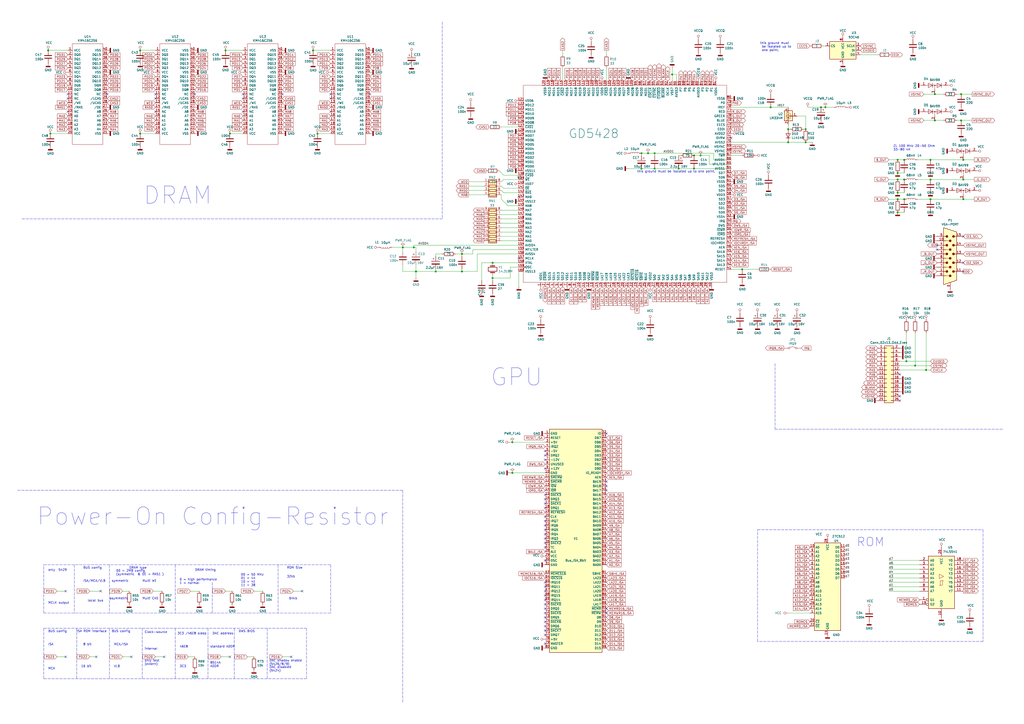
<source format=kicad_sch>
(kicad_sch (version 20241209) (generator "eeschema") (generator_version "8.99")
  (paper "A2")
  (lib_symbols
    (symbol "542xISA-rescue:CP-Device" (pin_numbers (hide yes)) (pin_names (offset 0.254))
      (property "Reference" "C" (at 0.635 2.54 0))
      (property "Value" "Device_CP" (at 0.635 -2.54 0))
      (symbol "CP-Device_1_1"
        (pin passive line (at 0 3.81 270) (length 2.794) (name "~") (number "1"))
        (pin passive line (at 0 -3.81 90) (length 2.794) (name "~") (number "2"))
      )
    )
    (symbol "542xISA-rescue:DB15_Male_HighDensity_MountingHoles-Connector" (pin_names (offset 1.016) (hide yes))
      (property "Reference" "J" (at 0 21.59 0))
      (property "Value" "Connector_DB15_Male_HighDensity_MountingHoles" (at 0 19.05 0))
      (symbol "DB15_Male_HighDensity_MountingHoles-Connector_1_1"
        (pin passive line (at -7.62 12.7 0) (length 5.08) (name "~") (number "5"))
        (pin passive line (at -7.62 10.16 0) (length 5.08) (name "~") (number "10"))
        (pin passive line (at -7.62 7.62 0) (length 5.08) (name "~") (number "4"))
        (pin passive line (at -7.62 5.08 0) (length 5.08) (name "~") (number "9"))
        (pin passive line (at -7.62 2.54 0) (length 5.08) (name "~") (number "3"))
        (pin passive line (at -7.62 0 0) (length 5.08) (name "~") (number "8"))
        (pin passive line (at -7.62 -2.54 0) (length 5.08) (name "~") (number "2"))
        (pin passive line (at -7.62 -5.08 0) (length 5.08) (name "~") (number "7"))
        (pin passive line (at -7.62 -7.62 0) (length 5.08) (name "~") (number "1"))
        (pin passive line (at -7.62 -10.16 0) (length 5.08) (name "~") (number "6"))
        (pin passive line (at 0 -17.78 90) (length 3.81) (name "~") (number "0"))
        (pin passive line (at 7.62 12.7 180) (length 5.08) (name "~") (number "15"))
        (pin passive line (at 7.62 7.62 180) (length 5.08) (name "~") (number "14"))
        (pin passive line (at 7.62 2.54 180) (length 5.08) (name "~") (number "13"))
        (pin passive line (at 7.62 -2.54 180) (length 5.08) (name "~") (number "12"))
        (pin passive line (at 7.62 -7.62 180) (length 5.08) (name "~") (number "11"))
      )
    )
    (symbol "542xISA-rescue:GD542x-CPU" (pin_names (offset 1.016))
      (property "Reference" "U" (at 16.51 -27.94 0))
      (property "Value" "CPU_GD542x" (at 22.86 -17.78 0))
      (symbol "GD542x-CPU_1_1"
        (pin power_in line (at -17.78 16.51 0) (length 2.54) (name "VDD6") (number "121"))
        (pin bidirectional line (at -17.78 13.97 0) (length 2.54) (name "MD12") (number "122"))
        (pin bidirectional line (at -17.78 11.43 0) (length 2.54) (name "MD11") (number "123"))
        (pin bidirectional line (at -17.78 8.89 0) (length 2.54) (name "MD10") (number "124"))
        (pin bidirectional line (at -17.78 6.35 0) (length 2.54) (name "MD09") (number "125"))
        (pin bidirectional line (at -17.78 3.81 0) (length 2.54) (name "MD08") (number "126"))
        (pin output line (at -17.78 1.27 0) (length 2.54) (name "~{CAS1}") (number "127"))
        (pin power_in line (at -17.78 -1.27 0) (length 2.54) (name "VSS10") (number "128"))
        (pin bidirectional line (at -17.78 -3.81 0) (length 2.54) (name "MD07") (number "129"))
        (pin bidirectional line (at -17.78 -6.35 0) (length 2.54) (name "MD06") (number "130"))
        (pin bidirectional line (at -17.78 -8.89 0) (length 2.54) (name "MD05") (number "131"))
        (pin bidirectional line (at -17.78 -11.43 0) (length 2.54) (name "MD04") (number "132"))
        (pin bidirectional line (at -17.78 -13.97 0) (length 2.54) (name "MD03") (number "133"))
        (pin bidirectional line (at -17.78 -16.51 0) (length 2.54) (name "MD02") (number "134"))
        (pin bidirectional line (at -17.78 -19.05 0) (length 2.54) (name "MD01") (number "135"))
        (pin bidirectional line (at -17.78 -21.59 0) (length 2.54) (name "MD00") (number "136"))
        (pin power_in line (at -17.78 -24.13 0) (length 2.54) (name "VSS11") (number "137"))
        (pin output line (at -17.78 -26.67 0) (length 2.54) (name "~{CAS0}") (number "138"))
        (pin output line (at -17.78 -29.21 0) (length 2.54) (name "~{WE}") (number "139"))
        (pin power_in line (at -17.78 -31.75 0) (length 2.54) (name "VDD7") (number "140"))
        (pin output line (at -17.78 -34.29 0) (length 2.54) (name "~{OE}") (number "141"))
        (pin output line (at -17.78 -36.83 0) (length 2.54) (name "~{RAS}") (number "142"))
        (pin output line (at -17.78 -39.37 0) (length 2.54) (name "MA9") (number "143"))
        (pin power_in line (at -17.78 -41.91 0) (length 2.54) (name "VSS12") (number "144"))
        (pin output line (at -17.78 -44.45 0) (length 2.54) (name "MA8") (number "145"))
        (pin output line (at -17.78 -46.99 0) (length 2.54) (name "MA7") (number "146"))
        (pin output line (at -17.78 -49.53 0) (length 2.54) (name "MA6") (number "147"))
        (pin output line (at -17.78 -52.07 0) (length 2.54) (name "MA5") (number "148"))
        (pin output line (at -17.78 -54.61 0) (length 2.54) (name "MA4") (number "149"))
        (pin output line (at -17.78 -57.15 0) (length 2.54) (name "MA3") (number "150"))
        (pin output line (at -17.78 -59.69 0) (length 2.54) (name "MA2") (number "151"))
        (pin output line (at -17.78 -62.23 0) (length 2.54) (name "MA1") (number "152"))
        (pin output line (at -17.78 -64.77 0) (length 2.54) (name "MA0") (number "153"))
        (pin power_in line (at -17.78 -67.31 0) (length 2.54) (name "AVDD4") (number "154"))
        (pin power_in line (at -17.78 -69.85 0) (length 2.54) (name "MFILTER") (number "155"))
        (pin power_in line (at -17.78 -72.39 0) (length 2.54) (name "AVSS4") (number "156"))
        (pin output line (at -17.78 -74.93 0) (length 2.54) (name "MCLK") (number "157"))
        (pin output line (at -17.78 -77.47 0) (length 2.54) (name "XTAL") (number "158"))
        (pin input clock (at -17.78 -80.01 0) (length 2.54) (name "OSC") (number "159"))
        (pin power_in line (at -17.78 -82.55 0) (length 2.54) (name "VSS13") (number "160"))
        (pin power_in line (at -5.08 -91.44 90) (length 2.54) (name "VDD1") (number "1"))
        (pin power_in line (at -2.54 27.94 270) (length 2.54) (name "VSS9") (number "120"))
        (pin output line (at -2.54 -91.44 90) (length 2.54) (name "~{EROM}") (number "2"))
        (pin bidirectional line (at 0 27.94 270) (length 2.54) (name "MD13") (number "119"))
        (pin bidirectional line (at 0 -91.44 90) (length 2.54) (name "SD15") (number "3"))
        (pin bidirectional line (at 2.54 27.94 270) (length 2.54) (name "MD14") (number "118"))
        (pin bidirectional line (at 2.54 -91.44 90) (length 2.54) (name "SD14") (number "4"))
        (pin bidirectional line (at 5.08 27.94 270) (length 2.54) (name "MD15") (number "117"))
        (pin bidirectional line (at 5.08 -91.44 90) (length 2.54) (name "SD13") (number "5"))
        (pin output line (at 7.62 27.94 270) (length 2.54) (name "~{CAS2}") (number "116"))
        (pin bidirectional line (at 7.62 -91.44 90) (length 2.54) (name "SD12") (number "6"))
        (pin bidirectional line (at 10.16 27.94 270) (length 2.54) (name "MD16") (number "115"))
        (pin power_in line (at 10.16 -91.44 90) (length 2.54) (name "VSS1") (number "7"))
        (pin bidirectional line (at 12.7 27.94 270) (length 2.54) (name "MD17") (number "114"))
        (pin bidirectional line (at 12.7 -91.44 90) (length 2.54) (name "SD11") (number "8"))
        (pin bidirectional line (at 15.24 27.94 270) (length 2.54) (name "MD18") (number "113"))
        (pin bidirectional line (at 15.24 -91.44 90) (length 2.54) (name "SD10") (number "9"))
        (pin bidirectional line (at 17.78 27.94 270) (length 2.54) (name "MD19") (number "112"))
        (pin bidirectional line (at 17.78 -91.44 90) (length 2.54) (name "SD09") (number "10"))
        (pin bidirectional line (at 20.32 27.94 270) (length 2.54) (name "MD20") (number "111"))
        (pin bidirectional line (at 20.32 -91.44 90) (length 2.54) (name "SD08") (number "11"))
        (pin bidirectional line (at 22.86 27.94 270) (length 2.54) (name "MD21") (number "110"))
        (pin power_in line (at 22.86 -91.44 90) (length 2.54) (name "VSS2") (number "12"))
        (pin bidirectional line (at 25.4 27.94 270) (length 2.54) (name "MD22") (number "109"))
        (pin input line (at 25.4 -91.44 90) (length 2.54) (name "~{MEMW}") (number "13"))
        (pin bidirectional line (at 27.94 27.94 270) (length 2.54) (name "MD23") (number "108"))
        (pin input line (at 27.94 -91.44 90) (length 2.54) (name "~{MEMR}") (number "14"))
        (pin power_in line (at 30.48 27.94 270) (length 2.54) (name "VDD5") (number "107"))
        (pin input line (at 30.48 -91.44 90) (length 2.54) (name "LA17") (number "15"))
        (pin output line (at 33.02 27.94 270) (length 2.54) (name "~{CAS3}") (number "106"))
        (pin input line (at 33.02 -91.44 90) (length 2.54) (name "LA18") (number "16"))
        (pin bidirectional line (at 35.56 27.94 270) (length 2.54) (name "MD24") (number "105"))
        (pin input line (at 35.56 -91.44 90) (length 2.54) (name "LA19") (number "17"))
        (pin bidirectional line (at 38.1 27.94 270) (length 2.54) (name "MD25") (number "104"))
        (pin input line (at 38.1 -91.44 90) (length 2.54) (name "LA20") (number "18"))
        (pin bidirectional line (at 40.64 27.94 270) (length 2.54) (name "MD26") (number "103"))
        (pin input line (at 40.64 -91.44 90) (length 2.54) (name "LA21") (number "19"))
        (pin bidirectional line (at 43.18 27.94 270) (length 2.54) (name "MD27") (number "102"))
        (pin input line (at 43.18 -91.44 90) (length 2.54) (name "LA22") (number "20"))
        (pin power_in line (at 45.72 27.94 270) (length 2.54) (name "VSS8") (number "101"))
        (pin input line (at 45.72 -91.44 90) (length 2.54) (name "LA23") (number "21"))
        (pin bidirectional line (at 48.26 27.94 270) (length 2.54) (name "MD28") (number "100"))
        (pin output line (at 48.26 -91.44 90) (length 2.54) (name "~{IOCS16}") (number "22"))
        (pin bidirectional line (at 50.8 27.94 270) (length 2.54) (name "MD29") (number "99"))
        (pin output line (at 50.8 -91.44 90) (length 2.54) (name "~{MCS16}") (number "23"))
        (pin bidirectional line (at 53.34 27.94 270) (length 2.54) (name "MD30") (number "98"))
        (pin input line (at 53.34 -91.44 90) (length 2.54) (name "~{SBHE}") (number "24"))
        (pin bidirectional line (at 55.88 27.94 270) (length 2.54) (name "MD31") (number "97"))
        (pin input line (at 55.88 -91.44 90) (length 2.54) (name "BALE") (number "25"))
        (pin input line (at 58.42 27.94 270) (length 2.54) (name "~{EDCLK}") (number "96"))
        (pin power_in line (at 58.42 -91.44 90) (length 2.54) (name "VDD2") (number "26"))
        (pin input line (at 60.96 27.94 270) (length 2.54) (name "~{ESYNC}") (number "95"))
        (pin input line (at 60.96 -91.44 90) (length 2.54) (name "SA0") (number "27"))
        (pin input line (at 63.5 27.94 270) (length 2.54) (name "~{EVIDEO}") (number "94"))
        (pin input line (at 63.5 -91.44 90) (length 2.54) (name "SA1") (number "28"))
        (pin bidirectional line (at 66.04 27.94 270) (length 2.54) (name "~{BLANK}") (number "93"))
        (pin input line (at 66.04 -91.44 90) (length 2.54) (name "SA2") (number "29"))
        (pin bidirectional line (at 68.58 27.94 270) (length 2.54) (name "DCLK") (number "92"))
        (pin input line (at 68.58 -91.44 90) (length 2.54) (name "SA3") (number "30"))
        (pin power_in line (at 71.12 27.94 270) (length 2.54) (name "VSS7") (number "91"))
        (pin input line (at 71.12 -91.44 90) (length 2.54) (name "SA4") (number "31"))
        (pin power_in line (at 73.66 27.94 270) (length 2.54) (name "AVSS3") (number "90"))
        (pin input line (at 73.66 -91.44 90) (length 2.54) (name "SA5") (number "32"))
        (pin bidirectional line (at 76.2 27.94 270) (length 2.54) (name "P7") (number "89"))
        (pin input line (at 76.2 -91.44 90) (length 2.54) (name "SA6") (number "33"))
        (pin bidirectional line (at 78.74 27.94 270) (length 2.54) (name "P6") (number "88"))
        (pin input line (at 78.74 -91.44 90) (length 2.54) (name "SA7") (number "34"))
        (pin bidirectional line (at 81.28 27.94 270) (length 2.54) (name "P5") (number "87"))
        (pin input line (at 81.28 -91.44 90) (length 2.54) (name "SA8") (number "35"))
        (pin bidirectional line (at 83.82 27.94 270) (length 2.54) (name "P4") (number "86"))
        (pin input line (at 83.82 -91.44 90) (length 2.54) (name "SA9") (number "36"))
        (pin power_in line (at 86.36 27.94 270) (length 2.54) (name "AVDD3") (number "85"))
        (pin input line (at 86.36 -91.44 90) (length 2.54) (name "SA10") (number "37"))
        (pin bidirectional line (at 88.9 27.94 270) (length 2.54) (name "P3") (number "84"))
        (pin input line (at 88.9 -91.44 90) (length 2.54) (name "SA11") (number "38"))
        (pin bidirectional line (at 91.44 27.94 270) (length 2.54) (name "P2") (number "83"))
        (pin input line (at 91.44 -91.44 90) (length 2.54) (name "SA12") (number "39"))
        (pin bidirectional line (at 93.98 27.94 270) (length 2.54) (name "P1") (number "82"))
        (pin power_in line (at 93.98 -91.44 90) (length 2.54) (name "VSS3") (number "40"))
        (pin power_in line (at 96.52 27.94 270) (length 2.54) (name "VDD4") (number "81"))
        (pin power_in line (at 105.41 17.78 180) (length 2.54) (name "VSS6") (number "80"))
        (pin bidirectional line (at 105.41 15.24 180) (length 2.54) (name "P0") (number "79"))
        (pin input line (at 105.41 12.7 180) (length 2.54) (name "IREF") (number "78"))
        (pin output line (at 105.41 10.16 180) (length 2.54) (name "RED") (number "77"))
        (pin output line (at 105.41 7.62 180) (length 2.54) (name "GREEN") (number "76"))
        (pin output line (at 105.41 5.08 180) (length 2.54) (name "BLUE") (number "75"))
        (pin output line (at 105.41 2.54 180) (length 2.54) (name "EECS") (number "74"))
        (pin input line (at 105.41 0 180) (length 2.54) (name "EDDI") (number "73"))
        (pin power_in line (at 105.41 -2.54 180) (length 2.54) (name "AVDD2") (number "72"))
        (pin output line (at 105.41 -5.08 180) (length 2.54) (name "OVRW") (number "71"))
        (pin power_in line (at 105.41 -7.62 180) (length 2.54) (name "AVSS2") (number "70"))
        (pin output line (at 105.41 -10.16 180) (length 2.54) (name "HSYNC") (number "69"))
        (pin output line (at 105.41 -12.7 180) (length 2.54) (name "VSYNC") (number "68"))
        (pin input line (at 105.41 -15.24 180) (length 2.54) (name "~{TWR}") (number "67"))
        (pin power_in line (at 105.41 -17.78 180) (length 2.54) (name "AVDD1") (number "66"))
        (pin power_in line (at 105.41 -20.32 180) (length 2.54) (name "VFILTER") (number "65"))
        (pin power_in line (at 105.41 -22.86 180) (length 2.54) (name "AVSS1") (number "64"))
        (pin bidirectional line (at 105.41 -25.4 180) (length 2.54) (name "SD7") (number "63"))
        (pin bidirectional line (at 105.41 -27.94 180) (length 2.54) (name "SD6") (number "62"))
        (pin power_in line (at 105.41 -30.48 180) (length 2.54) (name "VSS5") (number "61"))
        (pin bidirectional line (at 105.41 -33.02 180) (length 2.54) (name "SD5") (number "60"))
        (pin bidirectional line (at 105.41 -35.56 180) (length 2.54) (name "SD4") (number "59"))
        (pin power_in line (at 105.41 -38.1 180) (length 2.54) (name "VDD3") (number "58"))
        (pin bidirectional line (at 105.41 -40.64 180) (length 2.54) (name "SD3") (number "57"))
        (pin bidirectional line (at 105.41 -43.18 180) (length 2.54) (name "SD2") (number "56"))
        (pin bidirectional line (at 105.41 -45.72 180) (length 2.54) (name "SD1") (number "55"))
        (pin bidirectional line (at 105.41 -48.26 180) (length 2.54) (name "SD0") (number "54"))
        (pin power_in line (at 105.41 -50.8 180) (length 2.54) (name "VSS4") (number "53"))
        (pin output line (at 105.41 -53.34 180) (length 2.54) (name "IRQ") (number "52"))
        (pin output line (at 105.41 -55.88 180) (length 2.54) (name "0WS") (number "51"))
        (pin input line (at 105.41 -58.42 180) (length 2.54) (name "~{IOWR}") (number "50"))
        (pin input line (at 105.41 -60.96 180) (length 2.54) (name "~{IORD}") (number "49"))
        (pin input line (at 105.41 -63.5 180) (length 2.54) (name "REFRESH") (number "48"))
        (pin output line (at 105.41 -66.04 180) (length 2.54) (name "IOCHRDY") (number "47"))
        (pin input line (at 105.41 -68.58 180) (length 2.54) (name "AEN") (number "46"))
        (pin input line (at 105.41 -71.12 180) (length 2.54) (name "SA16") (number "45"))
        (pin input line (at 105.41 -73.66 180) (length 2.54) (name "SA15") (number "44"))
        (pin input line (at 105.41 -76.2 180) (length 2.54) (name "SA14") (number "43"))
        (pin input line (at 105.41 -78.74 180) (length 2.54) (name "SA13") (number "42"))
        (pin input line (at 105.41 -81.28 180) (length 2.54) (name "RESET") (number "41"))
      )
    )
    (symbol "542xISA-rescue:KM416C256-Memory_RAM" (pin_names (offset 1.016))
      (property "Reference" "U" (at -5.08 -45.72 0))
      (property "Value" "Memory_RAM_KM416C256" (at -3.81 -49.53 0))
      (symbol "KM416C256-Memory_RAM_1_1"
        (pin input line (at -15.24 2.54 0) (length 2.54) (name "VCC") (number "1"))
        (pin input line (at -15.24 0 0) (length 2.54) (name "DQ0") (number "2"))
        (pin input line (at -15.24 -2.54 0) (length 2.54) (name "DQ1") (number "3"))
        (pin input line (at -15.24 -5.08 0) (length 2.54) (name "DQ2") (number "4"))
        (pin input line (at -15.24 -7.62 0) (length 2.54) (name "DQ3") (number "5"))
        (pin input line (at -15.24 -10.16 0) (length 2.54) (name "VCC") (number "6"))
        (pin input line (at -15.24 -12.7 0) (length 2.54) (name "DQ4") (number "7"))
        (pin input line (at -15.24 -15.24 0) (length 2.54) (name "DQ5") (number "8"))
        (pin input line (at -15.24 -17.78 0) (length 2.54) (name "DQ6") (number "9"))
        (pin input line (at -15.24 -20.32 0) (length 2.54) (name "DQ7") (number "10"))
        (pin input line (at -15.24 -22.86 0) (length 2.54) (name "NC") (number "11"))
        (pin input line (at -15.24 -25.4 0) (length 2.54) (name "NC") (number "12"))
        (pin input line (at -15.24 -27.94 0) (length 2.54) (name "/WE") (number "13"))
        (pin input line (at -15.24 -30.48 0) (length 2.54) (name "/RAS") (number "14"))
        (pin input line (at -15.24 -33.02 0) (length 2.54) (name "NC") (number "15"))
        (pin input line (at -15.24 -35.56 0) (length 2.54) (name "A0") (number "16"))
        (pin input line (at -15.24 -38.1 0) (length 2.54) (name "A1") (number "17"))
        (pin input line (at -15.24 -40.64 0) (length 2.54) (name "A2") (number "18"))
        (pin input line (at -15.24 -43.18 0) (length 2.54) (name "A3") (number "19"))
        (pin input line (at -15.24 -45.72 0) (length 2.54) (name "VCC") (number "20"))
        (pin input line (at 7.62 2.54 180) (length 2.54) (name "VSS") (number "40"))
        (pin input line (at 7.62 0 180) (length 2.54) (name "DQ15") (number "39"))
        (pin input line (at 7.62 -2.54 180) (length 2.54) (name "DQ14") (number "38"))
        (pin input line (at 7.62 -5.08 180) (length 2.54) (name "DQ13") (number "37"))
        (pin input line (at 7.62 -7.62 180) (length 2.54) (name "DQ12") (number "36"))
        (pin input line (at 7.62 -10.16 180) (length 2.54) (name "VSS") (number "35"))
        (pin input line (at 7.62 -12.7 180) (length 2.54) (name "DQ11") (number "34"))
        (pin input line (at 7.62 -15.24 180) (length 2.54) (name "DQ10") (number "33"))
        (pin input line (at 7.62 -17.78 180) (length 2.54) (name "DQ9") (number "32"))
        (pin input line (at 7.62 -20.32 180) (length 2.54) (name "DQ8") (number "31"))
        (pin input line (at 7.62 -22.86 180) (length 2.54) (name "NC") (number "30"))
        (pin input line (at 7.62 -25.4 180) (length 2.54) (name "/LCAS") (number "29"))
        (pin input line (at 7.62 -27.94 180) (length 2.54) (name "/UCAS") (number "28"))
        (pin input line (at 7.62 -30.48 180) (length 2.54) (name "/OE") (number "27"))
        (pin input line (at 7.62 -33.02 180) (length 2.54) (name "A8") (number "26"))
        (pin input line (at 7.62 -35.56 180) (length 2.54) (name "A7") (number "25"))
        (pin input line (at 7.62 -38.1 180) (length 2.54) (name "A6") (number "24"))
        (pin input line (at 7.62 -40.64 180) (length 2.54) (name "A5") (number "23"))
        (pin input line (at 7.62 -43.18 180) (length 2.54) (name "A4") (number "22"))
        (pin input line (at 7.62 -45.72 180) (length 2.54) (name "VSS") (number "21"))
      )
    )
    (symbol "542xISA-rescue:VCC-power" (power) (pin_names (offset 0))
      (property "Value" "power_VCC" (at 0 3.81 0))
      (symbol "VCC-power_1_1"
        (pin power_in line (at 0 0 90) (length 0) (hide yes) (name "VCC") (number "1"))
      )
    )
    (symbol "542xISA-rescue:VCCQ-power" (power) (pin_names (offset 0))
      (property "Value" "power_VCCQ" (at 0 3.81 0))
      (symbol "VCCQ-power_1_1"
        (pin power_in line (at 0 0 90) (length 0) (hide yes) (name "VCCQ") (number "1"))
      )
    )
    (symbol "542xISA-rescue:VDD-power" (power) (pin_names (offset 0))
      (property "Value" "power_VDD" (at 0 3.81 0))
      (symbol "VDD-power_1_1"
        (pin power_in line (at 0 0 90) (length 0) (hide yes) (name "VDD") (number "1"))
      )
    )
    (symbol "74xx:74LS541" (pin_names (offset 1.016))
      (property "Reference" "U" (at -7.62 16.51 0))
      (property "Value" "74LS541" (at -7.62 -16.51 0))
      (symbol "74LS541_1_0"
        (pin input line (at -12.7 12.7 0) (length 5.08) (name "A0") (number "2"))
        (pin input line (at -12.7 10.16 0) (length 5.08) (name "A1") (number "3"))
        (pin input line (at -12.7 7.62 0) (length 5.08) (name "A2") (number "4"))
        (pin input line (at -12.7 5.08 0) (length 5.08) (name "A3") (number "5"))
        (pin input line (at -12.7 2.54 0) (length 5.08) (name "A4") (number "6"))
        (pin input line (at -12.7 0 0) (length 5.08) (name "A5") (number "7"))
        (pin input line (at -12.7 -2.54 0) (length 5.08) (name "A6") (number "8"))
        (pin input line (at -12.7 -5.08 0) (length 5.08) (name "A7") (number "9"))
        (pin input inverted (at -12.7 -10.16 0) (length 5.08) (name "G1") (number "1"))
        (pin input inverted (at -12.7 -12.7 0) (length 5.08) (name "G2") (number "19"))
        (pin power_in line (at 0 20.32 270) (length 5.08) (name "VCC") (number "20"))
        (pin power_in line (at 0 -20.32 90) (length 5.08) (name "GND") (number "10"))
        (pin tri_state line (at 12.7 12.7 180) (length 5.08) (name "Y0") (number "18"))
        (pin tri_state line (at 12.7 10.16 180) (length 5.08) (name "Y1") (number "17"))
        (pin tri_state line (at 12.7 7.62 180) (length 5.08) (name "Y2") (number "16"))
        (pin tri_state line (at 12.7 5.08 180) (length 5.08) (name "Y3") (number "15"))
        (pin tri_state line (at 12.7 2.54 180) (length 5.08) (name "Y4") (number "14"))
        (pin tri_state line (at 12.7 0 180) (length 5.08) (name "Y5") (number "13"))
        (pin tri_state line (at 12.7 -2.54 180) (length 5.08) (name "Y6") (number "12"))
        (pin tri_state line (at 12.7 -5.08 180) (length 5.08) (name "Y7") (number "11"))
      )
    )
    (symbol "Connector:Bus_ISA_16bit"
      (property "Reference" "J" (at 0 67.945 0))
      (property "Value" "Bus_ISA_16bit" (at 0 -65.405 0))
      (symbol "Bus_ISA_16bit_1_1"
        (pin power_in line (at -17.78 63.5 0) (length 2.54) (name "GND") (number "1"))
        (pin output line (at -17.78 60.96 0) (length 2.54) (name "RESET") (number "2"))
        (pin power_in line (at -17.78 58.42 0) (length 2.54) (name "+5V") (number "3"))
        (pin passive line (at -17.78 55.88 0) (length 2.54) (name "IRQ2") (number "4"))
        (pin power_in line (at -17.78 53.34 0) (length 2.54) (name "-5V") (number "5"))
        (pin passive line (at -17.78 50.8 0) (length 2.54) (name "DRQ2") (number "6"))
        (pin power_in line (at -17.78 48.26 0) (length 2.54) (name "-12V") (number "7"))
        (pin passive line (at -17.78 45.72 0) (length 2.54) (name "UNUSED") (number "8"))
        (pin power_in line (at -17.78 43.18 0) (length 2.54) (name "+12V") (number "9"))
        (pin power_in line (at -17.78 40.64 0) (length 2.54) (name "GND") (number "10"))
        (pin output line (at -17.78 38.1 0) (length 2.54) (name "~{SMEMW}") (number "11"))
        (pin output line (at -17.78 35.56 0) (length 2.54) (name "~{SMEMR}") (number "12"))
        (pin output line (at -17.78 33.02 0) (length 2.54) (name "~{IOW}") (number "13"))
        (pin output line (at -17.78 30.48 0) (length 2.54) (name "~{IOR}") (number "14"))
        (pin passive line (at -17.78 27.94 0) (length 2.54) (name "~{DACK3}") (number "15"))
        (pin passive line (at -17.78 25.4 0) (length 2.54) (name "DRQ3") (number "16"))
        (pin passive line (at -17.78 22.86 0) (length 2.54) (name "~{DACK1}") (number "17"))
        (pin passive line (at -17.78 20.32 0) (length 2.54) (name "DRQ1") (number "18"))
        (pin passive line (at -17.78 17.78 0) (length 2.54) (name "~{REFRESH}") (number "19"))
        (pin output line (at -17.78 15.24 0) (length 2.54) (name "CLK") (number "20"))
        (pin passive line (at -17.78 12.7 0) (length 2.54) (name "IRQ7") (number "21"))
        (pin passive line (at -17.78 10.16 0) (length 2.54) (name "IRQ6") (number "22"))
        (pin passive line (at -17.78 7.62 0) (length 2.54) (name "IRQ5") (number "23"))
        (pin passive line (at -17.78 5.08 0) (length 2.54) (name "IRQ4") (number "24"))
        (pin passive line (at -17.78 2.54 0) (length 2.54) (name "IRQ3") (number "25"))
        (pin passive line (at -17.78 0 0) (length 2.54) (name "~{DACK2}") (number "26"))
        (pin passive line (at -17.78 -2.54 0) (length 2.54) (name "TC") (number "27"))
        (pin output line (at -17.78 -5.08 0) (length 2.54) (name "ALE") (number "28"))
        (pin power_in line (at -17.78 -7.62 0) (length 2.54) (name "VCC") (number "29"))
        (pin output line (at -17.78 -10.16 0) (length 2.54) (name "OSC") (number "30"))
        (pin power_in line (at -17.78 -12.7 0) (length 2.54) (name "GND") (number "31"))
        (pin passive line (at -17.78 -17.78 0) (length 2.54) (name "~{MEMCS16}") (number "63"))
        (pin passive line (at -17.78 -20.32 0) (length 2.54) (name "~{IOCS16}") (number "64"))
        (pin passive line (at -17.78 -22.86 0) (length 2.54) (name "IRQ10") (number "65"))
        (pin passive line (at -17.78 -25.4 0) (length 2.54) (name "IRQ11") (number "66"))
        (pin passive line (at -17.78 -27.94 0) (length 2.54) (name "IRQ12") (number "67"))
        (pin passive line (at -17.78 -30.48 0) (length 2.54) (name "IRQ15") (number "68"))
        (pin passive line (at -17.78 -33.02 0) (length 2.54) (name "IRQ14") (number "69"))
        (pin output line (at -17.78 -35.56 0) (length 2.54) (name "~{DACK0}") (number "70"))
        (pin passive line (at -17.78 -38.1 0) (length 2.54) (name "DRQ0") (number "71"))
        (pin output line (at -17.78 -40.64 0) (length 2.54) (name "~{DACK5}") (number "72"))
        (pin passive line (at -17.78 -43.18 0) (length 2.54) (name "DRQ5") (number "73"))
        (pin output line (at -17.78 -45.72 0) (length 2.54) (name "~{DACK6}") (number "74"))
        (pin passive line (at -17.78 -48.26 0) (length 2.54) (name "DRQ6") (number "75"))
        (pin output line (at -17.78 -50.8 0) (length 2.54) (name "~{DACK7}") (number "76"))
        (pin passive line (at -17.78 -53.34 0) (length 2.54) (name "DRQ7") (number "77"))
        (pin power_in line (at -17.78 -55.88 0) (length 2.54) (name "+5V") (number "78"))
        (pin passive line (at -17.78 -58.42 0) (length 2.54) (name "MASTER") (number "79"))
        (pin power_in line (at -17.78 -60.96 0) (length 2.54) (name "GND") (number "80"))
        (pin passive line (at 17.78 63.5 180) (length 2.54) (name "IO") (number "32"))
        (pin tri_state line (at 17.78 60.96 180) (length 2.54) (name "DB7") (number "33"))
        (pin tri_state line (at 17.78 58.42 180) (length 2.54) (name "DB6") (number "34"))
        (pin tri_state line (at 17.78 55.88 180) (length 2.54) (name "DB5") (number "35"))
        (pin tri_state line (at 17.78 53.34 180) (length 2.54) (name "DB4") (number "36"))
        (pin tri_state line (at 17.78 50.8 180) (length 2.54) (name "DB3") (number "37"))
        (pin tri_state line (at 17.78 48.26 180) (length 2.54) (name "DB2") (number "38"))
        (pin tri_state line (at 17.78 45.72 180) (length 2.54) (name "DB1") (number "39"))
        (pin tri_state line (at 17.78 43.18 180) (length 2.54) (name "DB0") (number "40"))
        (pin passive line (at 17.78 40.64 180) (length 2.54) (name "IO_READY") (number "41"))
        (pin output line (at 17.78 38.1 180) (length 2.54) (name "AEN") (number "42"))
        (pin tri_state line (at 17.78 35.56 180) (length 2.54) (name "BA19") (number "43"))
        (pin tri_state line (at 17.78 33.02 180) (length 2.54) (name "BA18") (number "44"))
        (pin tri_state line (at 17.78 30.48 180) (length 2.54) (name "BA17") (number "45"))
        (pin tri_state line (at 17.78 27.94 180) (length 2.54) (name "BA16") (number "46"))
        (pin tri_state line (at 17.78 25.4 180) (length 2.54) (name "BA15") (number "47"))
        (pin tri_state line (at 17.78 22.86 180) (length 2.54) (name "BA14") (number "48"))
        (pin tri_state line (at 17.78 20.32 180) (length 2.54) (name "BA13") (number "49"))
        (pin tri_state line (at 17.78 17.78 180) (length 2.54) (name "BA12") (number "50"))
        (pin tri_state line (at 17.78 15.24 180) (length 2.54) (name "BA11") (number "51"))
        (pin tri_state line (at 17.78 12.7 180) (length 2.54) (name "BA10") (number "52"))
        (pin tri_state line (at 17.78 10.16 180) (length 2.54) (name "BA09") (number "53"))
        (pin tri_state line (at 17.78 7.62 180) (length 2.54) (name "BA08") (number "54"))
        (pin tri_state line (at 17.78 5.08 180) (length 2.54) (name "BA07") (number "55"))
        (pin tri_state line (at 17.78 2.54 180) (length 2.54) (name "BA06") (number "56"))
        (pin tri_state line (at 17.78 0 180) (length 2.54) (name "BA05") (number "57"))
        (pin tri_state line (at 17.78 -2.54 180) (length 2.54) (name "BA04") (number "58"))
        (pin tri_state line (at 17.78 -5.08 180) (length 2.54) (name "BA03") (number "59"))
        (pin tri_state line (at 17.78 -7.62 180) (length 2.54) (name "BA02") (number "60"))
        (pin tri_state line (at 17.78 -10.16 180) (length 2.54) (name "BA01") (number "61"))
        (pin tri_state line (at 17.78 -12.7 180) (length 2.54) (name "BA00") (number "62"))
        (pin passive line (at 17.78 -17.78 180) (length 2.54) (name "SBHE") (number "81"))
        (pin passive line (at 17.78 -20.32 180) (length 2.54) (name "LA23") (number "82"))
        (pin passive line (at 17.78 -22.86 180) (length 2.54) (name "LA22") (number "83"))
        (pin passive line (at 17.78 -25.4 180) (length 2.54) (name "LA21") (number "84"))
        (pin passive line (at 17.78 -27.94 180) (length 2.54) (name "LA20") (number "85"))
        (pin passive line (at 17.78 -30.48 180) (length 2.54) (name "LA19") (number "86"))
        (pin passive line (at 17.78 -33.02 180) (length 2.54) (name "LA18") (number "87"))
        (pin passive line (at 17.78 -35.56 180) (length 2.54) (name "LA17") (number "88"))
        (pin output line (at 17.78 -38.1 180) (length 2.54) (name "~{MEMR}") (number "89"))
        (pin output line (at 17.78 -40.64 180) (length 2.54) (name "~{MEMW}") (number "90"))
        (pin tri_state line (at 17.78 -43.18 180) (length 2.54) (name "D8") (number "91"))
        (pin tri_state line (at 17.78 -45.72 180) (length 2.54) (name "D9") (number "92"))
        (pin tri_state line (at 17.78 -48.26 180) (length 2.54) (name "D10") (number "93"))
        (pin tri_state line (at 17.78 -50.8 180) (length 2.54) (name "D11") (number "94"))
        (pin tri_state line (at 17.78 -53.34 180) (length 2.54) (name "D12") (number "95"))
        (pin tri_state line (at 17.78 -55.88 180) (length 2.54) (name "D13") (number "96"))
        (pin tri_state line (at 17.78 -58.42 180) (length 2.54) (name "D14") (number "97"))
        (pin tri_state line (at 17.78 -60.96 180) (length 2.54) (name "D15") (number "98"))
      )
    )
    (symbol "Connector_Generic:Conn_02x13_Odd_Even" (pin_names (offset 1.016) (hide yes))
      (property "Reference" "J" (at 1.27 17.78 0))
      (property "Value" "Conn_02x13_Odd_Even" (at 1.27 -17.78 0))
      (symbol "Conn_02x13_Odd_Even_1_1"
        (pin passive line (at -5.08 15.24 0) (length 3.81) (name "Pin_1") (number "1"))
        (pin passive line (at -5.08 12.7 0) (length 3.81) (name "Pin_3") (number "3"))
        (pin passive line (at -5.08 10.16 0) (length 3.81) (name "Pin_5") (number "5"))
        (pin passive line (at -5.08 7.62 0) (length 3.81) (name "Pin_7") (number "7"))
        (pin passive line (at -5.08 5.08 0) (length 3.81) (name "Pin_9") (number "9"))
        (pin passive line (at -5.08 2.54 0) (length 3.81) (name "Pin_11") (number "11"))
        (pin passive line (at -5.08 0 0) (length 3.81) (name "Pin_13") (number "13"))
        (pin passive line (at -5.08 -2.54 0) (length 3.81) (name "Pin_15") (number "15"))
        (pin passive line (at -5.08 -5.08 0) (length 3.81) (name "Pin_17") (number "17"))
        (pin passive line (at -5.08 -7.62 0) (length 3.81) (name "Pin_19") (number "19"))
        (pin passive line (at -5.08 -10.16 0) (length 3.81) (name "Pin_21") (number "21"))
        (pin passive line (at -5.08 -12.7 0) (length 3.81) (name "Pin_23") (number "23"))
        (pin passive line (at -5.08 -15.24 0) (length 3.81) (name "Pin_25") (number "25"))
        (pin passive line (at 7.62 15.24 180) (length 3.81) (name "Pin_2") (number "2"))
        (pin passive line (at 7.62 12.7 180) (length 3.81) (name "Pin_4") (number "4"))
        (pin passive line (at 7.62 10.16 180) (length 3.81) (name "Pin_6") (number "6"))
        (pin passive line (at 7.62 7.62 180) (length 3.81) (name "Pin_8") (number "8"))
        (pin passive line (at 7.62 5.08 180) (length 3.81) (name "Pin_10") (number "10"))
        (pin passive line (at 7.62 2.54 180) (length 3.81) (name "Pin_12") (number "12"))
        (pin passive line (at 7.62 0 180) (length 3.81) (name "Pin_14") (number "14"))
        (pin passive line (at 7.62 -2.54 180) (length 3.81) (name "Pin_16") (number "16"))
        (pin passive line (at 7.62 -5.08 180) (length 3.81) (name "Pin_18") (number "18"))
        (pin passive line (at 7.62 -7.62 180) (length 3.81) (name "Pin_20") (number "20"))
        (pin passive line (at 7.62 -10.16 180) (length 3.81) (name "Pin_22") (number "22"))
        (pin passive line (at 7.62 -12.7 180) (length 3.81) (name "Pin_24") (number "24"))
        (pin passive line (at 7.62 -15.24 180) (length 3.81) (name "Pin_26") (number "26"))
      )
    )
    (symbol "Device:C" (pin_numbers (hide yes)) (pin_names (offset 0.254))
      (property "Reference" "C" (at 0.635 2.54 0))
      (property "Value" "C" (at 0.635 -2.54 0))
      (symbol "C_1_1"
        (pin passive line (at 0 3.81 270) (length 2.794) (name "~") (number "1"))
        (pin passive line (at 0 -3.81 90) (length 2.794) (name "~") (number "2"))
      )
    )
    (symbol "Device:Crystal" (pin_numbers (hide yes)) (pin_names (offset 1.016) (hide yes))
      (property "Reference" "Y" (at 0 3.81 0))
      (property "Value" "Crystal" (at 0 -3.81 0))
      (symbol "Crystal_1_1"
        (pin passive line (at -3.81 0 0) (length 1.27) (name "1") (number "1"))
        (pin passive line (at 3.81 0 180) (length 1.27) (name "2") (number "2"))
      )
    )
    (symbol "Device:D" (pin_numbers (hide yes)) (pin_names (offset 1.016) (hide yes))
      (property "Reference" "D" (at 0 2.54 0))
      (property "Value" "D" (at 0 -2.54 0))
      (symbol "D_1_1"
        (pin passive line (at -3.81 0 0) (length 2.54) (name "K") (number "1"))
        (pin passive line (at 3.81 0 180) (length 2.54) (name "A") (number "2"))
      )
    )
    (symbol "Device:L" (pin_numbers (hide yes)) (pin_names (offset 1.016) (hide yes))
      (property "Reference" "L" (at -1.27 0 90))
      (property "Value" "L" (at 1.905 0 90))
      (symbol "L_1_1"
        (pin passive line (at 0 3.81 270) (length 1.27) (name "1") (number "1"))
        (pin passive line (at 0 -3.81 90) (length 1.27) (name "2") (number "2"))
      )
    )
    (symbol "Device:R" (pin_numbers (hide yes)) (pin_names (offset 0))
      (property "Reference" "R" (at 2.032 0 90))
      (property "Value" "R" (at 0 0 90))
      (symbol "R_1_1"
        (pin passive line (at 0 3.81 270) (length 1.27) (name "~") (number "1"))
        (pin passive line (at 0 -3.81 90) (length 1.27) (name "~") (number "2"))
      )
    )
    (symbol "Device:R_Pack04" (pin_names (offset 0) (hide yes))
      (property "Reference" "RN" (at -7.62 0 90))
      (property "Value" "R_Pack04" (at 5.08 0 90))
      (symbol "R_Pack04_1_1"
        (pin passive line (at -5.08 5.08 270) (length 2.54) (name "R1.2") (number "8"))
        (pin passive line (at -5.08 -5.08 90) (length 2.54) (name "R1.1") (number "1"))
        (pin passive line (at -2.54 5.08 270) (length 2.54) (name "R2.2") (number "7"))
        (pin passive line (at -2.54 -5.08 90) (length 2.54) (name "R2.1") (number "2"))
        (pin passive line (at 0 5.08 270) (length 2.54) (name "R3.2") (number "6"))
        (pin passive line (at 0 -5.08 90) (length 2.54) (name "R3.1") (number "3"))
        (pin passive line (at 2.54 5.08 270) (length 2.54) (name "R4.2") (number "5"))
        (pin passive line (at 2.54 -5.08 90) (length 2.54) (name "R4.1") (number "4"))
      )
    )
    (symbol "Device:R_Pack08" (pin_names (offset 0) (hide yes))
      (property "Reference" "RN" (at -12.7 0 90))
      (property "Value" "R_Pack08" (at 10.16 0 90))
      (symbol "R_Pack08_1_1"
        (pin passive line (at -10.16 5.08 270) (length 2.54) (name "R1.2") (number "16"))
        (pin passive line (at -10.16 -5.08 90) (length 2.54) (name "R1.1") (number "1"))
        (pin passive line (at -7.62 5.08 270) (length 2.54) (name "R2.2") (number "15"))
        (pin passive line (at -7.62 -5.08 90) (length 2.54) (name "R2.1") (number "2"))
        (pin passive line (at -5.08 5.08 270) (length 2.54) (name "R3.2") (number "14"))
        (pin passive line (at -5.08 -5.08 90) (length 2.54) (name "R3.1") (number "3"))
        (pin passive line (at -2.54 5.08 270) (length 2.54) (name "R4.2") (number "13"))
        (pin passive line (at -2.54 -5.08 90) (length 2.54) (name "R4.1") (number "4"))
        (pin passive line (at 0 5.08 270) (length 2.54) (name "R5.2") (number "12"))
        (pin passive line (at 0 -5.08 90) (length 2.54) (name "R5.1") (number "5"))
        (pin passive line (at 2.54 5.08 270) (length 2.54) (name "R6.2") (number "11"))
        (pin passive line (at 2.54 -5.08 90) (length 2.54) (name "R6.1") (number "6"))
        (pin passive line (at 5.08 5.08 270) (length 2.54) (name "R7.2") (number "10"))
        (pin passive line (at 5.08 -5.08 90) (length 2.54) (name "R7.1") (number "7"))
        (pin passive line (at 7.62 5.08 270) (length 2.54) (name "R8.2") (number "9"))
        (pin passive line (at 7.62 -5.08 90) (length 2.54) (name "R8.1") (number "8"))
      )
    )
    (symbol "Diode:BAV99" (pin_names (hide yes))
      (property "Reference" "D" (at 0 5.08 0))
      (property "Value" "BAV99" (at 0 2.54 0))
      (symbol "BAV99_1_1"
        (pin passive line (at -7.62 0 0) (length 2.54) (name "K") (number "1"))
        (pin passive line (at 0 -5.08 90) (length 2.54) (name "K") (number "3"))
        (pin passive line (at 7.62 0 180) (length 2.54) (name "A") (number "2"))
      )
    )
    (symbol "Jumper:Jumper_2_Bridged" (pin_numbers (hide yes)) (pin_names (offset 0) (hide yes)) (exclude_from_sim yes)
      (property "Reference" "JP" (at 0 1.905 0))
      (property "Value" "Jumper_2_Bridged" (at 0 -2.54 0))
      (symbol "Jumper_2_Bridged_1_1"
        (pin passive line (at -5.08 0 0) (length 2.54) (name "A") (number "1"))
        (pin passive line (at 5.08 0 180) (length 2.54) (name "B") (number "2"))
      )
    )
    (symbol "Memory_EEPROM:93CxxA"
      (property "Reference" "U" (at -7.62 6.35 0))
      (property "Value" "93CxxA" (at 2.54 -6.35 0))
      (symbol "93CxxA_1_1"
        (pin input line (at -10.16 2.54 0) (length 2.54) (name "CS") (number "1"))
        (pin no_connect line (at -7.62 0 0) (length 2.54) (hide yes) (name "NC") (number "6"))
        (pin no_connect line (at -7.62 -2.54 0) (length 2.54) (hide yes) (name "NC") (number "7"))
        (pin power_in line (at 0 7.62 270) (length 2.54) (name "VCC") (number "8"))
        (pin power_in line (at 0 -7.62 90) (length 2.54) (name "GND") (number "5"))
        (pin input line (at 10.16 2.54 180) (length 2.54) (name "SCLK") (number "2"))
        (pin input line (at 10.16 0 180) (length 2.54) (name "DI") (number "3"))
        (pin tri_state line (at 10.16 -2.54 180) (length 2.54) (name "DO") (number "4"))
      )
    )
    (symbol "Memory_EPROM:27C512"
      (property "Reference" "U" (at -7.62 26.67 0))
      (property "Value" "27C512" (at 2.54 -26.67 0))
      (symbol "27C512_1_1"
        (pin input line (at -10.16 22.86 0) (length 2.54) (name "A0") (number "10"))
        (pin input line (at -10.16 20.32 0) (length 2.54) (name "A1") (number "9"))
        (pin input line (at -10.16 17.78 0) (length 2.54) (name "A2") (number "8"))
        (pin input line (at -10.16 15.24 0) (length 2.54) (name "A3") (number "7"))
        (pin input line (at -10.16 12.7 0) (length 2.54) (name "A4") (number "6"))
        (pin input line (at -10.16 10.16 0) (length 2.54) (name "A5") (number "5"))
        (pin input line (at -10.16 7.62 0) (length 2.54) (name "A6") (number "4"))
        (pin input line (at -10.16 5.08 0) (length 2.54) (name "A7") (number "3"))
        (pin input line (at -10.16 2.54 0) (length 2.54) (name "A8") (number "25"))
        (pin input line (at -10.16 0 0) (length 2.54) (name "A9") (number "24"))
        (pin input line (at -10.16 -2.54 0) (length 2.54) (name "A10") (number "21"))
        (pin input line (at -10.16 -5.08 0) (length 2.54) (name "A11") (number "23"))
        (pin input line (at -10.16 -7.62 0) (length 2.54) (name "A12") (number "2"))
        (pin input line (at -10.16 -10.16 0) (length 2.54) (name "A13") (number "26"))
        (pin input line (at -10.16 -12.7 0) (length 2.54) (name "A14") (number "27"))
        (pin input line (at -10.16 -15.24 0) (length 2.54) (name "A15") (number "1"))
        (pin input line (at -10.16 -20.32 0) (length 2.54) (name "~{CE}") (number "20"))
        (pin input line (at -10.16 -22.86 0) (length 2.54) (name "~{OE}") (number "22"))
        (pin power_in line (at 0 27.94 270) (length 2.54) (name "VCC") (number "28"))
        (pin power_in line (at 0 -27.94 90) (length 2.54) (name "GND") (number "14"))
        (pin tri_state line (at 10.16 22.86 180) (length 2.54) (name "D0") (number "11"))
        (pin tri_state line (at 10.16 20.32 180) (length 2.54) (name "D1") (number "12"))
        (pin tri_state line (at 10.16 17.78 180) (length 2.54) (name "D2") (number "13"))
        (pin tri_state line (at 10.16 15.24 180) (length 2.54) (name "D3") (number "15"))
        (pin tri_state line (at 10.16 12.7 180) (length 2.54) (name "D4") (number "16"))
        (pin tri_state line (at 10.16 10.16 180) (length 2.54) (name "D5") (number "17"))
        (pin tri_state line (at 10.16 7.62 180) (length 2.54) (name "D6") (number "18"))
        (pin tri_state line (at 10.16 5.08 180) (length 2.54) (name "D7") (number "19"))
      )
    )
    (symbol "Reference_Current:LM334M"
      (property "Reference" "U" (at 0.635 6.35 0))
      (property "Value" "LM334M" (at 0.635 4.445 0))
      (symbol "LM334M_1_1"
        (pin passive line (at 0 5.08 270) (length 2.54) (name "~") (number "4"))
        (pin passive line (at 0 -5.08 90) (length 2.54) (name "~") (number "2"))
        (pin passive line (at 0 -5.08 90) (length 2.54) (hide yes) (name "~") (number "3"))
        (pin passive line (at 0 -5.08 90) (length 2.54) (hide yes) (name "~") (number "6"))
        (pin passive line (at 0 -5.08 90) (length 2.54) (hide yes) (name "~") (number "7"))
        (pin passive line (at 5.08 0 180) (length 2.54) (name "~") (number "1"))
      )
    )
    (symbol "power:GNDD" (power) (pin_numbers (hide yes)) (pin_names (offset 0) (hide yes))
      (property "Value" "GNDD" (at 0 -3.175 0))
      (symbol "GNDD_1_1"
        (pin power_in line (at 0 0 270) (length 0) (name "~") (number "1"))
      )
    )
    (symbol "power:PWR_FLAG" (power) (pin_numbers (hide yes)) (pin_names (offset 0) (hide yes))
      (property "Value" "PWR_FLAG" (at 0 3.81 0))
      (symbol "PWR_FLAG_0_0"
        (pin power_out line (at 0 0 90) (length 0) (name "~") (number "1"))
      )
    )
  )
  (text "standard ADDR" (at 121.92 375.92 0) (effects (font (size 1.27 1.27)) (justify left bottom)))
  (text "DAC disabled \n(5424)" (at 156.21 389.89 0) (effects (font (size 1.27 1.27)) (justify left bottom)))
  (text "8 bit" (at 48.26 374.65 0) (effects (font (size 1.27 1.27)) (justify left bottom)))
  (text "DRAM \n" (at 130.81 119.38 0) (effects (font (size 10.0076 10.0076)) (justify right bottom)))
  (text "ISA/MCA/VLB" (at 48.26 337.82 0) (effects (font (size 1.27 1.27)) (justify left bottom)))
  (text "8514A\nADDR" (at 121.92 387.35 0) (effects (font (size 1.27 1.27)) (justify left bottom)))
  (text "VLB" (at 66.04 387.35 0) (effects (font (size 1.27 1.27)) (justify left bottom)))
  (text "00 = 50 MHz\n01 = 44\n10 = 41\n11 = 38" (at 139.7 340.36 0) (effects (font (size 1.27 1.27)) (justify left bottom)))
  (text "BUS config" (at 27.94 367.03 0) (effects (font (size 1.27 1.27)) (justify left bottom)))
  (text "MCLK output" (at 27.94 350.52 0) (effects (font (size 1.27 1.27)) (justify left bottom)))
  (text "Multi CAS" (at 82.55 347.98 0) (effects (font (size 1.27 1.27)) (justify left bottom)))
  (text "16 bit" (at 46.99 387.35 0) (effects (font (size 1.27 1.27)) (justify left bottom)))
  (text "MCA/ISA" (at 66.04 374.65 0) (effects (font (size 1.27 1.27)) (justify left bottom)))
  (text "32kb" (at 166.37 335.28 0) (effects (font (size 1.27 1.27)) (justify left bottom)))
  (text "Clock-source\n\n" (at 83.82 369.57 0) (effects (font (size 1.27 1.27)) (justify left bottom)))
  (text "ISA" (at 27.94 374.65 0) (effects (font (size 1.27 1.27)) (justify left bottom)))
  (text "BUS config" (at 48.26 330.2 0) (effects (font (size 1.27 1.27)) (justify left bottom)))
  (text "GPU" (at 314.96 224.79 0) (effects (font (size 10.0076 10.0076)) (justify right bottom)))
  (text "DRAM timing" (at 113.03 331.47 0) (effects (font (size 1.27 1.27)) (justify left bottom)))
  (text "symmetric" (at 64.77 337.82 0) (effects (font (size 1.27 1.27)) (justify left bottom)))
  (text "only test\n(extern)\n" (at 83.82 386.08 0) (effects (font (size 1.27 1.27)) (justify left bottom)))
  (text "DAC address" (at 123.19 368.3 0) (effects (font (size 1.27 1.27)) (justify left bottom)))
  (text "Power-On Config-Resistor\n" (at 21.082 305.562 0) (effects (font (size 10.0076 10.0076)) (justify left bottom)))
  (text "this ground must be isolated up to one point." (at 369.57 100.33 0) (effects (font (size 1.27 1.27)) (justify left bottom)))
  (text "64kb\n" (at 167.64 347.98 0) (effects (font (size 1.27 1.27)) (justify left bottom)))
  (text "3C3 /46E8 sleep" (at 102.87 368.3 0) (effects (font (size 1.27 1.27)) (justify left bottom)))
  (text "46E8" (at 104.14 375.92 0) (effects (font (size 1.27 1.27)) (justify left bottom)))
  (text "MCA" (at 27.94 388.62 0) (effects (font (size 1.27 1.27)) (justify left bottom)))
  (text "DAC shadow enable \n(5426/8/9)" (at 156.21 386.08 0) (effects (font (size 1.27 1.27)) (justify left bottom)))
  (text "only  5429" (at 27.94 331.47 0) (effects (font (size 1.27 1.27)) (justify left bottom)))
  (text "00 = 2MB config \n(symmetric  & OE = RAS1 )" (at 67.31 334.01 0) (effects (font (size 1.27 1.27)) (justify left bottom)))
  (text "DRAM type" (at 74.93 330.2 0) (effects (font (size 1.27 1.27)) (justify left bottom)))
  (text "this ground must\n be isolated up to\n one point." (at 440.944 29.972 0) (effects (font (size 1.27 1.27)) (justify left bottom)))
  (text "ROM" (at 513.08 317.5 0) (effects (font (size 5.0038 5.0038)) (justify right bottom)))
  (text "local bus" (at 50.8 349.25 0) (effects (font (size 1.27 1.27)) (justify left bottom)))
  (text "BUS config" (at 64.77 367.03 0) (effects (font (size 1.27 1.27)) (justify left bottom)))
  (text "ZL 100 MHz 20-50 Ohm\n33-80 nH" (at 518.16 87.63 0) (effects (font (size 1.27 1.27)) (justify left bottom)))
  (text "3C3" (at 104.14 387.35 0) (effects (font (size 1.27 1.27)) (justify left bottom)))
  (text "asymmetric " (at 63.5 347.98 0) (effects (font (size 1.27 1.27)) (justify left bottom)))
  (text "Multi WE" (at 82.55 337.82 0) (effects (font (size 1.27 1.27)) (justify left bottom)))
  (text "ISA ROM interface" (at 44.45 367.03 0) (effects (font (size 1.27 1.27)) (justify left bottom)))
  (text "0 = high performance\n1 = normal\n" (at 104.14 339.09 0) (effects (font (size 1.27 1.27)) (justify left bottom)))
  (text "internal\n" (at 83.82 377.19 0) (effects (font (size 1.27 1.27)) (justify left bottom)))
  (text "0WS BIOS" (at 138.43 367.03 0) (effects (font (size 1.27 1.27)) (justify left bottom)))
  (text "ROM Size" (at 166.37 330.2 0) (effects (font (size 1.27 1.27)) (justify left bottom)))
  (junction (at 478.79 62.23))
  (junction (at 81.28 29.21))
  (junction (at 372.11 88.9))
  (junction (at 240.03 143.51))
  (junction (at 539.75 115.57))
  (junction (at 520.7 92.71))
  (junction (at 457.2 74.93))
  (junction (at 379.73 88.9))
  (junction (at 130.81 29.21))
  (junction (at 181.61 29.21))
  (junction (at 558.8 104.14))
  (junction (at 525.78 209.55))
  (junction (at 27.94 29.21))
  (junction (at 520.7 100.33))
  (junction (at 285.75 161.29))
  (junction (at 524.51 115.57))
  (junction (at 530.86 212.09))
  (junction (at 297.18 274.32))
  (junction (at 524.51 92.71))
  (junction (at 267.97 147.32))
  (junction (at 406.4 90.17))
  (junction (at 133.35 77.47))
  (junction (at 520.7 115.57))
  (junction (at 379.73 97.79))
  (junction (at 542.29 54.61))
  (junction (at 372.11 97.79))
  (junction (at 393.7 97.79))
  (junction (at 539.75 104.14))
  (junction (at 520.7 111.76))
  (junction (at 252.73 157.48))
  (junction (at 542.29 69.85))
  (junction (at 297.18 256.54))
  (junction (at 539.75 92.71))
  (junction (at 29.21 77.47))
  (junction (at 402.59 97.79))
  (junction (at 467.36 82.55))
  (junction (at 557.53 69.85))
  (junction (at 558.8 115.57))
  (junction (at 457.2 82.55))
  (junction (at 184.15 77.47))
  (junction (at 389.89 43.18))
  (junction (at 558.8 92.71))
  (junction (at 233.68 143.51))
  (junction (at 447.04 62.23))
  (junction (at 241.3 157.48))
  (junction (at 375.92 88.9))
  (junction (at 81.28 77.47))
  (junction (at 285.75 152.4))
  (junction (at 537.21 214.63))
  (junction (at 520.7 123.19))
  (junction (at 467.36 74.93))
  (junction (at 430.53 156.21))
  (junction (at 520.7 104.14))
  (junction (at 402.59 90.17))
  (junction (at 267.97 157.48))
  (junction (at 524.51 104.14))
  (junction (at 557.53 54.61))
  (junction (at 476.25 62.23))
  (no_connect (at 300.99 149.86))
  (no_connect (at 316.23 373.38))
  (no_connect (at 316.23 317.5))
  (no_connect (at 558.8 157.48))
  (no_connect (at 214.63 54.61))
  (no_connect (at 316.23 309.88))
  (no_connect (at 316.23 340.36))
  (no_connect (at 316.23 360.68))
  (no_connect (at 55.88 381))
  (no_connect (at 543.56 144.78))
  (no_connect (at 140.97 64.77))
  (no_connect (at 38.1 381))
  (no_connect (at 351.79 279.4))
  (no_connect (at 316.23 294.64))
  (no_connect (at 521.97 217.17))
  (no_connect (at 558.8 137.16))
  (no_connect (at 140.97 54.61))
  (no_connect (at 424.18 80.01))
  (no_connect (at 316.23 353.06))
  (no_connect (at 191.77 57.15))
  (no_connect (at 351.79 284.48))
  (no_connect (at 168.91 381))
  (no_connect (at 316.23 304.8))
  (no_connect (at 38.1 342.9))
  (no_connect (at 351.79 281.94))
  (no_connect (at 316.23 289.56))
  (no_connect (at 521.97 232.41))
  (no_connect (at 316.23 261.62))
  (no_connect (at 62.23 54.61))
  (no_connect (at 133.35 381))
  (no_connect (at 316.23 345.44))
  (no_connect (at 351.79 353.06))
  (no_connect (at 316.23 314.96))
  (no_connect (at 316.23 307.34))
  (no_connect (at 163.83 54.61))
  (no_connect (at 175.26 342.9))
  (no_connect (at 316.23 337.82))
  (no_connect (at 316.23 347.98))
  (no_connect (at 140.97 57.15))
  (no_connect (at 316.23 358.14))
  (no_connect (at 316.23 312.42))
  (no_connect (at 351.79 355.6))
  (no_connect (at 76.2 381))
  (no_connect (at 316.23 350.52))
  (no_connect (at 58.42 342.9))
  (no_connect (at 300.99 114.3))
  (no_connect (at 351.79 251.46))
  (no_connect (at 316.23 363.22))
  (no_connect (at 316.23 302.26))
  (no_connect (at 316.23 365.76))
  (no_connect (at 191.77 64.77))
  (no_connect (at 90.17 54.61))
  (no_connect (at 316.23 292.1))
  (no_connect (at 543.56 142.24))
  (no_connect (at 316.23 325.12))
  (no_connect (at 316.23 355.6))
  (no_connect (at 558.8 152.4))
  (no_connect (at 191.77 54.61))
  (no_connect (at 39.37 64.77))
  (no_connect (at 90.17 57.15))
  (no_connect (at 316.23 266.7))
  (no_connect (at 316.23 368.3))
  (no_connect (at 316.23 287.02))
  (no_connect (at 521.97 229.87))
  (no_connect (at 39.37 57.15))
  (no_connect (at 95.25 381))
  (no_connect (at 316.23 264.16))
  (no_connect (at 90.17 64.77))
  (no_connect (at 316.23 271.78))
  (no_connect (at 113.03 54.61))
  (no_connect (at 316.23 342.9))
  (no_connect (at 316.23 299.72))
  (no_connect (at 39.37 54.61))
  (wire (pts (xy 290.83 139.7) (xy 300.99 139.7)))
  (polyline (pts (xy 439.42 372.11) (xy 439.42 307.34)) (stroke (width 0) (type dash)))
  (wire (pts (xy 372.11 97.79) (xy 364.49 97.79)))
  (wire (pts (xy 424.18 95.25) (xy 411.48 95.25)))
  (wire (pts (xy 71.12 342.9) (xy 74.93 342.9)))
  (wire (pts (xy 392.43 43.18) (xy 392.43 46.99)))
  (wire (pts (xy 71.12 381) (xy 76.2 381)))
  (wire (pts (xy 458.47 74.93) (xy 457.2 74.93)))
  (wire (pts (xy 252.73 157.48) (xy 267.97 157.48)))
  (wire (pts (xy 240.03 142.24) (xy 240.03 143.51)))
  (wire (pts (xy 290.83 107.95) (xy 292.1 109.22)))
  (wire (pts (xy 351.79 39.37) (xy 351.79 46.99)))
  (wire (pts (xy 295.91 154.94) (xy 300.99 154.94)))
  (wire (pts (xy 525.78 193.04) (xy 525.78 209.55)))
  (wire (pts (xy 33.02 342.9) (xy 38.1 342.9)))
  (wire (pts (xy 530.86 193.04) (xy 530.86 212.09)))
  (wire (pts (xy 515.62 335.28) (xy 533.4 335.28)))
  (wire (pts (xy 297.18 256.54) (xy 316.23 256.54)))
  (wire (pts (xy 539.75 214.63) (xy 537.21 214.63)))
  (wire (pts (xy 271.78 113.03) (xy 280.67 113.03)))
  (wire (pts (xy 39.37 77.47) (xy 29.21 77.47)))
  (wire (pts (xy 430.53 156.21) (xy 439.42 156.21)))
  (wire (pts (xy 276.86 147.32) (xy 276.86 157.48)))
  (polyline (pts (xy 82.55 364.49) (xy 82.55 393.7)) (stroke (width 0) (type dash)))
  (polyline (pts (xy 10.16 284.48) (xy 233.68 284.48)) (stroke (width 0) (type dash)))
  (wire (pts (xy 130.81 342.9) (xy 134.62 342.9)))
  (polyline (pts (xy 177.8 364.49) (xy 177.8 393.7)) (stroke (width 0) (type dash)))
  (wire (pts (xy 542.29 69.85) (xy 535.94 69.85)))
  (wire (pts (xy 414.02 88.9) (xy 379.73 88.9)))
  (wire (pts (xy 295.91 274.32) (xy 297.18 274.32)))
  (wire (pts (xy 267.97 157.48) (xy 267.97 156.21)))
  (wire (pts (xy 292.1 109.22) (xy 300.99 109.22)))
  (wire (pts (xy 515.62 325.12) (xy 533.4 325.12)))
  (wire (pts (xy 285.75 152.4) (xy 300.99 152.4)))
  (polyline (pts (xy 449.58 210.82) (xy 449.58 248.92)) (stroke (width 0) (type dash)))
  (polyline (pts (xy 25.4 355.6) (xy 25.4 327.66)) (stroke (width 0) (type dash)))
  (wire (pts (xy 241.3 146.05) (xy 241.3 143.51)))
  (wire (pts (xy 515.62 327.66) (xy 533.4 327.66)))
  (wire (pts (xy 539.75 92.71) (xy 558.8 92.71)))
  (wire (pts (xy 515.62 115.57) (xy 520.7 115.57)))
  (wire (pts (xy 424.18 156.21) (xy 430.53 156.21)))
  (wire (pts (xy 477.52 26.67) (xy 478.79 26.67)))
  (wire (pts (xy 300.99 119.38) (xy 294.64 119.38)))
  (wire (pts (xy 290.83 132.08) (xy 300.99 132.08)))
  (wire (pts (xy 274.32 144.78) (xy 300.99 144.78)))
  (wire (pts (xy 515.62 330.2) (xy 533.4 330.2)))
  (wire (pts (xy 515.62 342.9) (xy 533.4 342.9)))
  (wire (pts (xy 241.3 157.48) (xy 252.73 157.48)))
  (polyline (pts (xy 135.89 364.49) (xy 135.89 393.7)) (stroke (width 0) (type dash)))
  (wire (pts (xy 295.91 154.94) (xy 295.91 161.29)))
  (wire (pts (xy 515.62 332.74) (xy 533.4 332.74)))
  (wire (pts (xy 274.32 144.78) (xy 274.32 147.32)))
  (wire (pts (xy 39.37 29.21) (xy 27.94 29.21)))
  (polyline (pts (xy 25.4 393.7) (xy 177.8 393.7)) (stroke (width 0) (type dash)))
  (wire (pts (xy 241.3 161.29) (xy 241.3 157.48)))
  (wire (pts (xy 290.83 113.03) (xy 290.83 115.57)))
  (wire (pts (xy 520.7 100.33) (xy 524.51 100.33)))
  (wire (pts (xy 411.48 90.17) (xy 406.4 90.17)))
  (wire (pts (xy 424.18 62.23) (xy 447.04 62.23)))
  (wire (pts (xy 252.73 148.59) (xy 252.73 147.32)))
  (wire (pts (xy 509.27 31.75) (xy 499.11 31.75)))
  (wire (pts (xy 466.09 74.93) (xy 467.36 74.93)))
  (wire (pts (xy 467.36 82.55) (xy 471.17 82.55)))
  (wire (pts (xy 90.17 381) (xy 95.25 381)))
  (wire (pts (xy 181.61 29.21) (xy 191.77 29.21)))
  (wire (pts (xy 267.97 148.59) (xy 267.97 147.32)))
  (wire (pts (xy 539.75 115.57) (xy 558.8 115.57)))
  (wire (pts (xy 557.53 69.85) (xy 563.88 69.85)))
  (wire (pts (xy 447.04 62.23) (xy 457.2 62.23)))
  (wire (pts (xy 292.1 101.6) (xy 289.56 99.06)))
  (wire (pts (xy 52.07 381) (xy 55.88 381)))
  (wire (pts (xy 240.03 142.24) (xy 300.99 142.24)))
  (wire (pts (xy 290.83 127) (xy 300.99 127)))
  (wire (pts (xy 554.99 54.61) (xy 557.53 54.61)))
  (wire (pts (xy 393.7 97.79) (xy 379.73 97.79)))
  (wire (pts (xy 271.78 110.49) (xy 280.67 110.49)))
  (polyline (pts (xy 570.23 372.11) (xy 439.42 372.11)) (stroke (width 0) (type dash)))
  (wire (pts (xy 394.97 90.17) (xy 393.7 90.17)))
  (polyline (pts (xy 63.5 364.49) (xy 63.5 393.7)) (stroke (width 0) (type dash)))
  (polyline (pts (xy 449.58 248.92) (xy 581.66 248.92)) (stroke (width 0) (type dash)))
  (polyline (pts (xy 44.45 364.49) (xy 44.45 393.7)) (stroke (width 0) (type dash)))
  (wire (pts (xy 240.03 143.51) (xy 241.3 143.51)))
  (polyline (pts (xy 101.6 327.66) (xy 101.6 355.6)) (stroke (width 0) (type dash)))
  (wire (pts (xy 424.18 97.79) (xy 402.59 97.79)))
  (wire (pts (xy 294.64 119.38) (xy 290.83 115.57)))
  (wire (pts (xy 402.59 97.79) (xy 393.7 97.79)))
  (wire (pts (xy 300.99 124.46) (xy 290.83 124.46)))
  (wire (pts (xy 537.21 193.04) (xy 537.21 214.63)))
  (polyline (pts (xy 161.29 327.66) (xy 161.29 355.6)) (stroke (width 0) (type dash)))
  (wire (pts (xy 372.11 90.17) (xy 372.11 88.9)))
  (wire (pts (xy 389.89 43.18) (xy 392.43 43.18)))
  (wire (pts (xy 524.51 123.19) (xy 520.7 123.19)))
  (wire (pts (xy 290.83 110.49) (xy 292.1 111.76)))
  (polyline (pts (xy 25.4 355.6) (xy 191.77 355.6)) (stroke (width 0) (type dash)))
  (wire (pts (xy 295.91 256.54) (xy 297.18 256.54)))
  (polyline (pts (xy 233.68 284.48) (xy 233.68 407.67)) (stroke (width 0) (type dash)))
  (wire (pts (xy 539.75 104.14) (xy 558.8 104.14)))
  (wire (pts (xy 537.21 214.63) (xy 521.97 214.63)))
  (wire (pts (xy 379.73 90.17) (xy 379.73 88.9)))
  (polyline (pts (xy 191.77 327.66) (xy 191.77 355.6)) (stroke (width 0) (type dash)))
  (polyline (pts (xy 439.42 307.34) (xy 570.23 307.34)) (stroke (width 0) (type dash)))
  (wire (pts (xy 532.13 104.14) (xy 539.75 104.14)))
  (wire (pts (xy 233.68 153.67) (xy 233.68 157.48)))
  (wire (pts (xy 542.29 54.61) (xy 535.94 54.61)))
  (wire (pts (xy 140.97 77.47) (xy 133.35 77.47)))
  (wire (pts (xy 128.27 381) (xy 133.35 381)))
  (wire (pts (xy 375.92 88.9) (xy 372.11 88.9)))
  (wire (pts (xy 271.78 105.41) (xy 280.67 105.41)))
  (polyline (pts (xy 63.5 327.66) (xy 63.5 355.6)) (stroke (width 0) (type dash)))
  (wire (pts (xy 88.9 342.9) (xy 93.98 342.9)))
  (wire (pts (xy 532.13 92.71) (xy 539.75 92.71)))
  (wire (pts (xy 292.1 104.14) (xy 290.83 105.41)))
  (wire (pts (xy 424.18 92.71) (xy 414.02 92.71)))
  (wire (pts (xy 406.4 90.17) (xy 402.59 90.17)))
  (wire (pts (xy 457.2 72.39) (xy 457.2 74.93)))
  (wire (pts (xy 565.15 104.14) (xy 558.8 104.14)))
  (wire (pts (xy 290.83 73.66) (xy 300.99 73.66)))
  (wire (pts (xy 468.63 62.23) (xy 476.25 62.23)))
  (polyline (pts (xy 25.4 327.66) (xy 191.77 327.66)) (stroke (width 0) (type dash)))
  (wire (pts (xy 252.73 147.32) (xy 256.54 147.32)))
  (wire (pts (xy 515.62 92.71) (xy 520.7 92.71)))
  (wire (pts (xy 233.68 143.51) (xy 240.03 143.51)))
  (wire (pts (xy 276.86 147.32) (xy 300.99 147.32)))
  (wire (pts (xy 520.7 115.57) (xy 524.51 115.57)))
  (wire (pts (xy 300.99 166.37) (xy 300.99 157.48)))
  (wire (pts (xy 33.02 381) (xy 38.1 381)))
  (wire (pts (xy 414.02 92.71) (xy 414.02 88.9)))
  (polyline (pts (xy 101.6 364.49) (xy 101.6 393.7)) (stroke (width 0) (type dash)))
  (wire (pts (xy 554.99 69.85) (xy 557.53 69.85)))
  (wire (pts (xy 109.22 381) (xy 113.03 381)))
  (wire (pts (xy 147.32 342.9) (xy 152.4 342.9)))
  (polyline (pts (xy 120.65 364.49) (xy 120.65 393.7)) (stroke (width 0) (type dash)))
  (wire (pts (xy 520.7 104.14) (xy 524.51 104.14)))
  (wire (pts (xy 279.4 162.56) (xy 279.4 152.4)))
  (wire (pts (xy 563.88 54.61) (xy 557.53 54.61)))
  (polyline (pts (xy 123.19 355.6) (xy 123.19 337.82)) (stroke (width 0) (type dash)))
  (wire (pts (xy 457.2 355.6) (xy 469.9 355.6)))
  (wire (pts (xy 290.83 137.16) (xy 300.99 137.16)))
  (wire (pts (xy 515.62 104.14) (xy 520.7 104.14)))
  (wire (pts (xy 524.51 111.76) (xy 520.7 111.76)))
  (wire (pts (xy 271.78 107.95) (xy 280.67 107.95)))
  (wire (pts (xy 547.37 69.85) (xy 542.29 69.85)))
  (wire (pts (xy 147.32 381) (xy 143.51 381)))
  (wire (pts (xy 227.33 143.51) (xy 233.68 143.51)))
  (wire (pts (xy 233.68 157.48) (xy 241.3 157.48)))
  (wire (pts (xy 547.37 54.61) (xy 542.29 54.61)))
  (wire (pts (xy 290.83 121.92) (xy 300.99 121.92)))
  (wire (pts (xy 424.18 82.55) (xy 457.2 82.55)))
  (wire (pts (xy 233.68 146.05) (xy 233.68 143.51)))
  (wire (pts (xy 81.28 77.47) (xy 90.17 77.47)))
  (polyline (pts (xy 12.7 127) (xy 256.54 127)) (stroke (width 0) (type dash)))
  (wire (pts (xy 379.73 97.79) (xy 372.11 97.79)))
  (wire (pts (xy 530.86 212.09) (xy 539.75 212.09)))
  (wire (pts (xy 285.75 161.29) (xy 285.75 162.56)))
  (polyline (pts (xy 256.54 12.7) (xy 256.54 127)) (stroke (width 0) (type dash)))
  (wire (pts (xy 558.8 92.71) (xy 565.15 92.71)))
  (wire (pts (xy 292.1 111.76) (xy 300.99 111.76)))
  (wire (pts (xy 241.3 153.67) (xy 241.3 157.48)))
  (wire (pts (xy 300.99 134.62) (xy 290.83 134.62)))
  (wire (pts (xy 411.48 95.25) (xy 411.48 90.17)))
  (wire (pts (xy 457.2 82.55) (xy 467.36 82.55)))
  (wire (pts (xy 539.75 209.55) (xy 525.78 209.55)))
  (polyline (pts (xy 25.4 364.49) (xy 177.8 364.49)) (stroke (width 0) (type dash)))
  (wire (pts (xy 170.18 342.9) (xy 175.26 342.9)))
  (wire (pts (xy 476.25 62.23) (xy 478.79 62.23)))
  (wire (pts (xy 515.62 340.36) (xy 533.4 340.36)))
  (wire (pts (xy 191.77 77.47) (xy 184.15 77.47)))
  (wire (pts (xy 110.49 342.9) (xy 115.57 342.9)))
  (wire (pts (xy 326.39 39.37) (xy 326.39 46.99)))
  (wire (pts (xy 295.91 161.29) (xy 285.75 161.29)))
  (polyline (pts (xy 25.4 364.49) (xy 25.4 393.7)) (stroke (width 0) (type dash)))
  (wire (pts (xy 478.79 62.23) (xy 483.87 62.23)))
  (wire (pts (xy 279.4 152.4) (xy 285.75 152.4)))
  (wire (pts (xy 379.73 88.9) (xy 375.92 88.9)))
  (wire (pts (xy 521.97 212.09) (xy 530.86 212.09)))
  (wire (pts (xy 252.73 157.48) (xy 252.73 156.21)))
  (wire (pts (xy 300.99 104.14) (xy 292.1 104.14)))
  (wire (pts (xy 297.18 274.32) (xy 316.23 274.32)))
  (wire (pts (xy 290.83 129.54) (xy 300.99 129.54)))
  (wire (pts (xy 351.79 29.21) (xy 351.79 31.75)))
  (wire (pts (xy 462.28 67.31) (xy 467.36 67.31)))
  (wire (pts (xy 90.17 29.21) (xy 81.28 29.21)))
  (wire (pts (xy 532.13 115.57) (xy 539.75 115.57)))
  (wire (pts (xy 525.78 209.55) (xy 521.97 209.55)))
  (wire (pts (xy 326.39 29.21) (xy 326.39 31.75)))
  (wire (pts (xy 300.99 101.6) (xy 292.1 101.6)))
  (wire (pts (xy 515.62 337.82) (xy 533.4 337.82)))
  (wire (pts (xy 130.81 29.21) (xy 140.97 29.21)))
  (polyline (pts (xy 43.18 327.66) (xy 43.18 355.6)) (stroke (width 0) (type dash)))
  (wire (pts (xy 163.83 381) (xy 168.91 381)))
  (polyline (pts (xy 154.94 364.49) (xy 154.94 393.7)) (stroke (width 0) (type dash)))
  (wire (pts (xy 264.16 147.32) (xy 267.97 147.32)))
  (wire (pts (xy 520.7 92.71) (xy 524.51 92.71)))
  (wire (pts (xy 565.15 115.57) (xy 558.8 115.57)))
  (wire (pts (xy 274.32 147.32) (xy 267.97 147.32)))
  (polyline (pts (xy 570.23 307.34) (xy 570.23 372.11)) (stroke (width 0) (type dash)))
  (wire (pts (xy 389.89 39.37) (xy 389.89 43.18)))
  (wire (pts (xy 285.75 160.02) (xy 285.75 161.29)))
  (wire (pts (xy 52.07 342.9) (xy 58.42 342.9)))
  (wire (pts (xy 389.89 43.18) (xy 389.89 46.99)))
  (wire (pts (xy 267.97 157.48) (xy 276.86 157.48)))
  (wire (pts (xy 430.53 90.17) (xy 424.18 90.17)))
  (wire (pts (xy 467.36 67.31) (xy 467.36 74.93)))
  (label "d2" (at 515.62 337.82 0))
  (label "d0" (at 515.62 342.9 0))
  (label "d7" (at 515.62 325.12 0))
  (label "IREF" (at 450.85 62.23 0))
  (label "d4" (at 515.62 332.74 0))
  (label "d7" (at 490.22 335.28 0))
  (label "d6" (at 490.22 332.74 0))
  (label "d4" (at 490.22 327.66 0))
  (label "d5" (at 490.22 330.2 0))
  (label "d1" (at 515.62 340.36 0))
  (label "AVDD4" (at 242.57 142.24 0))
  (label "d6" (at 515.62 327.66 0))
  (label "d5" (at 515.62 330.2 0))
  (label "d1" (at 490.22 320.04 0))
  (label "d2" (at 490.22 322.58 0))
  (label "AVDD1" (at 384.81 88.9 0))
  (label "d3" (at 515.62 335.28 0))
  (label "d3" (at 490.22 325.12 0))
  (label "d0" (at 490.22 317.5 0))
  (global_label "SBHE_ISA" (shape input) (at 351.79 332.74 0) (property "Intersheetrefs" "${INTERSHEET_REFS}" (effects (hide yes))))
  (global_label "A4_ISA" (shape input) (at 389.89 166.37 270) (property "Intersheetrefs" "${INTERSHEET_REFS}" (effects (hide yes))))
  (global_label "PD24" (shape input) (at 170.18 342.9 180) (property "Intersheetrefs" "${INTERSHEET_REFS}" (effects (hide yes))))
  (global_label "PD12" (shape input) (at 300.99 60.96 180) (property "Intersheetrefs" "${INTERSHEET_REFS}" (effects (hide yes))))
  (global_label "A12_ISA" (shape input) (at 351.79 297.18 0) (property "Intersheetrefs" "${INTERSHEET_REFS}" (effects (hide yes))))
  (global_label "A5_ISA" (shape input) (at 351.79 314.96 0) (property "Intersheetrefs" "${INTERSHEET_REFS}" (effects (hide yes))))
  (global_label "D11_ISA" (shape input) (at 351.79 365.76 0) (property "Intersheetrefs" "${INTERSHEET_REFS}" (effects (hide yes))))
  (global_label "MA8" (shape input) (at 214.63 64.77 0) (property "Intersheetrefs" "${INTERSHEET_REFS}" (effects (hide yes))))
  (global_label "A9_ISA" (shape input) (at 351.79 304.8 0) (property "Intersheetrefs" "${INTERSHEET_REFS}" (effects (hide yes))))
  (global_label "CAS3" (shape output) (at 351.79 29.21 90) (property "Intersheetrefs" "${INTERSHEET_REFS}" (effects (hide yes))))
  (global_label "ROMCS" (shape output) (at 316.23 166.37 270) (property "Intersheetrefs" "${INTERSHEET_REFS}" (effects (hide yes))))
  (global_label "LA17_ISA" (shape input) (at 351.79 350.52 0) (property "Intersheetrefs" "${INTERSHEET_REFS}" (effects (hide yes))))
  (global_label "MEMWR16_ISA" (shape input) (at 351.79 355.6 0) (property "Intersheetrefs" "${INTERSHEET_REFS}" (effects (hide yes))))
  (global_label "D4_ISA" (shape input) (at 424.18 110.49 0) (property "Intersheetrefs" "${INTERSHEET_REFS}" (effects (hide yes))))
  (global_label "MEMWR_ISA" (shape input) (at 316.23 276.86 180) (property "Intersheetrefs" "${INTERSHEET_REFS}" (effects (hide yes))))
  (global_label "MA8" (shape output) (at 271.78 113.03 180) (property "Intersheetrefs" "${INTERSHEET_REFS}" (effects (hide yes))))
  (global_label "PD20" (shape input) (at 339.09 46.99 90) (property "Intersheetrefs" "${INTERSHEET_REFS}" (effects (hide yes))))
  (global_label "WE0" (shape input) (at 140.97 59.69 180) (property "Intersheetrefs" "${INTERSHEET_REFS}" (effects (hide yes))))
  (global_label "MEMRD_ISA" (shape input) (at 316.23 279.4 180) (property "Intersheetrefs" "${INTERSHEET_REFS}" (effects (hide yes))))
  (global_label "PD25" (shape input) (at 356.87 46.99 90) (property "Intersheetrefs" "${INTERSHEET_REFS}" (effects (hide yes))))
  (global_label "PD23" (shape input) (at 39.37 44.45 180) (property "Intersheetrefs" "${INTERSHEET_REFS}" (effects (hide yes))))
  (global_label "MEMRD_ISA" (shape input) (at 346.71 166.37 270) (property "Intersheetrefs" "${INTERSHEET_REFS}" (effects (hide yes))))
  (global_label "D15_ISA" (shape input) (at 351.79 375.92 0) (property "Intersheetrefs" "${INTERSHEET_REFS}" (effects (hide yes))))
  (global_label "CAS0" (shape input) (at 214.63 57.15 0) (property "Intersheetrefs" "${INTERSHEET_REFS}" (effects (hide yes))))
  (global_label "A14_ISA" (shape input) (at 424.18 151.13 0) (property "Intersheetrefs" "${INTERSHEET_REFS}" (effects (hide yes))))
  (global_label "MA4" (shape input) (at 214.63 74.93 0) (property "Intersheetrefs" "${INTERSHEET_REFS}" (effects (hide yes))))
  (global_label "PD22" (shape input) (at 344.17 46.99 90) (property "Intersheetrefs" "${INTERSHEET_REFS}" (effects (hide yes))))
  (global_label "D2_ISA" (shape output) (at 558.8 337.82 0) (property "Intersheetrefs" "${INTERSHEET_REFS}" (effects (hide yes))))
  (global_label "MA7" (shape input) (at 62.23 67.31 0) (property "Intersheetrefs" "${INTERSHEET_REFS}" (effects (hide yes))))
  (global_label "PD21" (shape input) (at 341.63 46.99 90) (property "Intersheetrefs" "${INTERSHEET_REFS}" (effects (hide yes))))
  (global_label "D12_ISA" (shape input) (at 326.39 166.37 270) (property "Intersheetrefs" "${INTERSHEET_REFS}" (effects (hide yes))))
  (global_label "A1_ISA" (shape input) (at 382.27 166.37 270) (property "Intersheetrefs" "${INTERSHEET_REFS}" (effects (hide yes))))
  (global_label "PD9" (shape input) (at 191.77 39.37 180) (property "Intersheetrefs" "${INTERSHEET_REFS}" (effects (hide yes))))
  (global_label "PD31" (shape input) (at 374.65 46.99 90) (property "Intersheetrefs" "${INTERSHEET_REFS}" (effects (hide yes))))
  (global_label "RAS1" (shape input) (at 39.37 62.23 180) (property "Intersheetrefs" "${INTERSHEET_REFS}" (effects (hide yes))))
  (global_label "HSYNC" (shape bidirectional) (at 509.27 227.33 180) (property "Intersheetrefs" "${INTERSHEET_REFS}" (effects (hide yes))))
  (global_label "PD21" (shape input) (at 39.37 46.99 180) (property "Intersheetrefs" "${INTERSHEET_REFS}" (effects (hide yes))))
  (global_label "MA6" (shape input) (at 113.03 69.85 0) (property "Intersheetrefs" "${INTERSHEET_REFS}" (effects (hide yes))))
  (global_label "PD29" (shape input) (at 39.37 34.29 180) (property "Intersheetrefs" "${INTERSHEET_REFS}" (effects (hide yes))))
  (global_label "R_OUT" (shape input) (at 515.62 115.57 180) (property "Intersheetrefs" "${INTERSHEET_REFS}" (effects (hide yes))))
  (global_label "DCLK" (shape bidirectional) (at 509.27 222.25 180) (property "Intersheetrefs" "${INTERSHEET_REFS}" (effects (hide yes))))
  (global_label "MA4" (shape input) (at 62.23 74.93 0) (property "Intersheetrefs" "${INTERSHEET_REFS}" (effects (hide yes))))
  (global_label "MA5" (shape input) (at 163.83 72.39 0) (property "Intersheetrefs" "${INTERSHEET_REFS}" (effects (hide yes))))
  (global_label "PD30" (shape input) (at 52.07 342.9 180) (property "Intersheetrefs" "${INTERSHEET_REFS}" (effects (hide yes))))
  (global_label "MA6" (shape input) (at 62.23 69.85 0) (property "Intersheetrefs" "${INTERSHEET_REFS}" (effects (hide yes))))
  (global_label "LA18_ISA" (shape input) (at 351.79 347.98 0) (property "Intersheetrefs" "${INTERSHEET_REFS}" (effects (hide yes))))
  (global_label "MA2" (shape input) (at 39.37 72.39 180) (property "Intersheetrefs" "${INTERSHEET_REFS}" (effects (hide yes))))
  (global_label "BLANK" (shape bidirectional) (at 509.27 224.79 180) (property "Intersheetrefs" "${INTERSHEET_REFS}" (effects (hide yes))))
  (global_label "MA0" (shape input) (at 90.17 67.31 180) (property "Intersheetrefs" "${INTERSHEET_REFS}" (effects (hide yes))))
  (global_label "PD16" (shape input) (at 62.23 52.07 0) (property "Intersheetrefs" "${INTERSHEET_REFS}" (effects (hide yes))))
  (global_label "PD23" (shape input) (at 90.17 44.45 180) (property "Intersheetrefs" "${INTERSHEET_REFS}" (effects (hide yes))))
  (global_label "MA2" (shape output) (at 280.67 134.62 180) (property "Intersheetrefs" "${INTERSHEET_REFS}" (effects (hide yes))))
  (global_label "PD28" (shape input) (at 367.03 46.99 90) (property "Intersheetrefs" "${INTERSHEET_REFS}" (effects (hide yes))))
  (global_label "D15_ISA" (shape input) (at 318.77 166.37 270) (property "Intersheetrefs" "${INTERSHEET_REFS}" (effects (hide yes))))
  (global_label "PD28" (shape input) (at 88.9 342.9 180) (property "Intersheetrefs" "${INTERSHEET_REFS}" (effects (hide yes))))
  (global_label "CAS1" (shape output) (at 283.21 73.66 180) (property "Intersheetrefs" "${INTERSHEET_REFS}" (effects (hide yes))))
  (global_label "PD31" (shape input) (at 90.17 31.75 180) (property "Intersheetrefs" "${INTERSHEET_REFS}" (effects (hide yes))))
  (global_label "D8_ISA" (shape input) (at 339.09 166.37 270) (property "Intersheetrefs" "${INTERSHEET_REFS}" (effects (hide yes))))
  (global_label "PD19" (shape input) (at 109.22 381 180) (property "Intersheetrefs" "${INTERSHEET_REFS}" (effects (hide yes))))
  (global_label "AEN_ISA" (shape input) (at 424.18 143.51 0) (property "Intersheetrefs" "${INTERSHEET_REFS}" (effects (hide yes))))
  (global_label "MEMRD_ISA" (shape input) (at 533.4 347.98 180) (property "Intersheetrefs" "${INTERSHEET_REFS}" (effects (hide yes))))
  (global_label "PD17" (shape input) (at 143.51 381 180) (property "Intersheetrefs" "${INTERSHEET_REFS}" (effects (hide yes))))
  (global_label "PD25" (shape input) (at 147.32 342.9 180) (property "Intersheetrefs" "${INTERSHEET_REFS}" (effects (hide yes))))
  (global_label "A15_ISA" (shape input) (at 424.18 148.59 0) (property "Intersheetrefs" "${INTERSHEET_REFS}" (effects (hide yes))))
  (global_label "PD24" (shape input) (at 113.03 39.37 0) (property "Intersheetrefs" "${INTERSHEET_REFS}" (effects (hide yes))))
  (global_label "MA0" (shape input) (at 39.37 67.31 180) (property "Intersheetrefs" "${INTERSHEET_REFS}" (effects (hide yes))))
  (global_label "HSYNC_OUT" (shape output) (at 563.88 69.85 0) (property "Intersheetrefs" "${INTERSHEET_REFS}" (effects (hide yes))))
  (global_label "D0_ISA" (shape output) (at 558.8 342.9 0) (property "Intersheetrefs" "${INTERSHEET_REFS}" (effects (hide yes))))
  (global_label "PD11" (shape input) (at 140.97 36.83 180) (property "Intersheetrefs" "${INTERSHEET_REFS}" (effects (hide yes))))
  (global_label "D5_ISA" (shape input) (at 424.18 107.95 0) (property "Intersheetrefs" "${INTERSHEET_REFS}" (effects (hide yes))))
  (global_label "MA8" (shape input) (at 113.03 64.77 0) (property "Intersheetrefs" "${INTERSHEET_REFS}" (effects (hide yes))))
  (global_label "A14_ISA" (shape input) (at 351.79 292.1 0) (property "Intersheetrefs" "${INTERSHEET_REFS}" (effects (hide yes))))
  (global_label "G_OUT" (shape output) (at 424.18 67.31 0) (property "Intersheetrefs" "${INTERSHEET_REFS}" (effects (hide yes))))
  (global_label "PA1" (shape bidirectional) (at 509.27 204.47 180) (property "Intersheetrefs" "${INTERSHEET_REFS}" (effects (hide yes))))
  (global_label "MA7" (shape input) (at 214.63 67.31 0) (property "Intersheetrefs" "${INTERSHEET_REFS}" (effects (hide yes))))
  (global_label "D6_ISA" (shape input) (at 424.18 102.87 0) (property "Intersheetrefs" "${INTERSHEET_REFS}" (effects (hide yes))))
  (global_label "IRQ9_ISA" (shape output) (at 454.66 201.93 180) (property "Intersheetrefs" "${INTERSHEET_REFS}" (effects (hide yes))))
  (global_label "D14_ISA" (shape input) (at 321.31 166.37 270) (property "Intersheetrefs" "${INTERSHEET_REFS}" (effects (hide yes))))
  (global_label "A14_ISA" (shape input) (at 469.9 353.06 180) (property "Intersheetrefs" "${INTERSHEET_REFS}" (effects (hide yes))))
  (global_label "PD26" (shape input) (at 113.03 36.83 0) (property "Intersheetrefs" "${INTERSHEET_REFS}" (effects (hide yes))))
  (global_label "ESYNC" (shape input) (at 499.11 26.67 0) (property "Intersheetrefs" "${INTERSHEET_REFS}" (effects (hide yes))))
  (global_label "PD19" (shape input) (at 39.37 49.53 180) (property "Intersheetrefs" "${INTERSHEET_REFS}" (effects (hide yes))))
  (global_label "PA3" (shape output) (at 407.67 46.99 90) (property "Intersheetrefs" "${INTERSHEET_REFS}" (effects (hide yes))))
  (global_label "PD25" (shape input) (at 39.37 39.37 180) (property "Intersheetrefs" "${INTERSHEET_REFS}" (effects (hide yes))))
  (global_label "LA17_ISA" (shape input) (at 349.25 166.37 270) (property "Intersheetrefs" "${INTERSHEET_REFS}" (effects (hide yes))))
  (global_label "MA2" (shape input) (at 90.17 72.39 180) (property "Intersheetrefs" "${INTERSHEET_REFS}" (effects (hide yes))))
  (global_label "MA7" (shape input) (at 113.03 67.31 0) (property "Intersheetrefs" "${INTERSHEET_REFS}" (effects (hide yes))))
  (global_label "PD17" (shape input) (at 39.37 52.07 180) (property "Intersheetrefs" "${INTERSHEET_REFS}" (effects (hide yes))))
  (global_label "LA21_ISA" (shape input) (at 359.41 166.37 270) (property "Intersheetrefs" "${INTERSHEET_REFS}" (effects (hide yes))))
  (global_label "A12_ISA" (shape input) (at 410.21 166.37 270) (property "Intersheetrefs" "${INTERSHEET_REFS}" (effects (hide yes))))
  (global_label "PD13" (shape input) (at 318.77 46.99 90) (property "Intersheetrefs" "${INTERSHEET_REFS}" (effects (hide yes))))
  (global_label "MA4" (shape input) (at 113.03 74.93 0) (property "Intersheetrefs" "${INTERSHEET_REFS}" (effects (hide yes))))
  (global_label "A4_ISA" (shape input) (at 351.79 317.5 0) (property "Intersheetrefs" "${INTERSHEET_REFS}" (effects (hide yes))))
  (global_label "A1_ISA" (shape input) (at 351.79 325.12 0) (property "Intersheetrefs" "${INTERSHEET_REFS}" (effects (hide yes))))
  (global_label "A16_ISA" (shape input) (at 424.18 146.05 0) (property "Intersheetrefs" "${INTERSHEET_REFS}" (effects (hide yes))))
  (global_label "PD17" (shape input) (at 90.17 52.07 180) (property "Intersheetrefs" "${INTERSHEET_REFS}" (effects (hide yes))))
  (global_label "A7_ISA" (shape input) (at 351.79 309.88 0) (property "Intersheetrefs" "${INTERSHEET_REFS}" (effects (hide yes))))
  (global_label "IRQ" (shape input) (at 464.82 201.93 0) (property "Intersheetrefs" "${INTERSHEET_REFS}" (effects (hide yes))))
  (global_label "PD25" (shape input) (at 90.17 39.37 180) (property "Intersheetrefs" "${INTERSHEET_REFS}" (effects (hide yes))))
  (global_label "PA3" (shape bidirectional) (at 509.27 209.55 180) (property "Intersheetrefs" "${INTERSHEET_REFS}" (effects (hide yes))))
  (global_label "D6_ISA" (shape input) (at 351.79 256.54 0) (property "Intersheetrefs" "${INTERSHEET_REFS}" (effects (hide yes))))
  (global_label "PD4" (shape input) (at 163.83 46.99 0) (property "Intersheetrefs" "${INTERSHEET_REFS}" (effects (hide yes))))
  (global_label "PD31" (shape input) (at 33.02 342.9 180) (property "Intersheetrefs" "${INTERSHEET_REFS}" (effects (hide yes))))
  (global_label "MA3" (shape input) (at 191.77 74.93 180) (property "Intersheetrefs" "${INTERSHEET_REFS}" (effects (hide yes))))
  (global_label "MA2" (shape input) (at 140.97 72.39 180) (property "Intersheetrefs" "${INTERSHEET_REFS}" (effects (hide yes))))
  (global_label "PD10" (shape input) (at 163.83 36.83 0) (property "Intersheetrefs" "${INTERSHEET_REFS}" (effects (hide yes))))
  (global_label "ROMCS" (shape input) (at 469.9 360.68 180) (property "Intersheetrefs" "${INTERSHEET_REFS}" (effects (hide yes))))
  (global_label "PD26" (shape input) (at 130.81 342.9 180) (property "Intersheetrefs" "${INTERSHEET_REFS}" (effects (hide yes))))
  (global_label "_R_OUT" (shape output) (at 565.15 115.57 0) (property "Intersheetrefs" "${INTERSHEET_REFS}" (effects (hide yes))))
  (global_label "PD14" (shape input) (at 163.83 31.75 0) (property "Intersheetrefs" "${INTERSHEET_REFS}" (effects (hide yes))))
  (global_label "VSYNC" (shape input) (at 535.94 54.61 180) (property "Intersheetrefs" "${INTERSHEET_REFS}" (effects (hide yes))))
  (global_label "A0_ISA" (shape input) (at 351.79 327.66 0) (property "Intersheetrefs" "${INTERSHEET_REFS}" (effects (hide yes))))
  (global_label "D9_ISA" (shape input) (at 351.79 360.68 0) (property "Intersheetrefs" "${INTERSHEET_REFS}" (effects (hide yes))))
  (global_label "IORD_ISA" (shape input) (at 316.23 284.48 180) (property "Intersheetrefs" "${INTERSHEET_REFS}" (effects (hide yes))))
  (global_label "WE0" (shape input) (at 191.77 59.69 180) (property "Intersheetrefs" "${INTERSHEET_REFS}" (effects (hide yes))))
  (global_label "PA5" (shape output) (at 400.05 46.99 90) (property "Intersheetrefs" "${INTERSHEET_REFS}" (effects (hide yes))))
  (global_label "PD21" (shape input) (at 71.12 381 180) (property "Intersheetrefs" "${INTERSHEET_REFS}" (effects (hide yes))))
  (global_label "MEMRD16_ISA" (shape input) (at 351.79 353.06 0) (property "Intersheetrefs" "${INTERSHEET_REFS}" (effects (hide yes))))
  (global_label "EVCLK" (shape bidirectional) (at 377.19 46.99 90) (property "Intersheetrefs" "${INTERSHEET_REFS}" (effects (hide yes))))
  (global_label "A8_ISA" (shape input) (at 351.79 307.34 0) (property "Intersheetrefs" "${INTERSHEET_REFS}" (effects (hide yes))))
  (global_label "MA6" (shape output) (at 280.67 124.46 180) (property "Intersheetrefs" "${INTERSHEET_REFS}" (effects (hide yes))))
  (global_label "LA20_ISA" (shape input) (at 356.87 166.37 270) (property "Intersheetrefs" "${INTERSHEET_REFS}" (effects (hide yes))))
  (global_label "MA4" (shape input) (at 163.83 74.93 0) (property "Intersheetrefs" "${INTERSHEET_REFS}" (effects (hide yes))))
  (global_label "A0_ISA" (shape input) (at 469.9 317.5 180) (property "Intersheetrefs" "${INTERSHEET_REFS}" (effects (hide yes))))
  (global_label "PA0" (shape output) (at 424.18 59.69 0) (property "Intersheetrefs" "${INTERSHEET_REFS}" (effects (hide yes))))
  (global_label "PD18" (shape input) (at 128.27 381 180) (property "Intersheetrefs" "${INTERSHEET_REFS}" (effects (hide yes))))
  (global_label "PD29" (shape input) (at 71.12 342.9 180) (property "Intersheetrefs" "${INTERSHEET_REFS}" (effects (hide yes))))
  (global_label "A9_ISA" (shape input) (at 402.59 166.37 270) (property "Intersheetrefs" "${INTERSHEET_REFS}" (effects (hide yes))))
  (global_label "A6_ISA" (shape input) (at 469.9 332.74 180) (property "Intersheetrefs" "${INTERSHEET_REFS}" (effects (hide yes))))
  (global_label "BALE_ISA" (shape input) (at 316.23 320.04 180) (property "Intersheetrefs" "${INTERSHEET_REFS}" (effects (hide yes))))
  (global_label "EVIDEO" (shape bidirectional) (at 382.27 46.99 90) (property "Intersheetrefs" "${INTERSHEET_REFS}" (effects (hide yes))))
  (global_label "A6_ISA" (shape input) (at 394.97 166.37 270) (property "Intersheetrefs" "${INTERSHEET_REFS}" (effects (hide yes))))
  (global_label "PD12" (shape input) (at 163.83 34.29 0) (property "Intersheetrefs" "${INTERSHEET_REFS}" (effects (hide yes))))
  (global_label "PD20" (shape input) (at 90.17 381 180) (property "Intersheetrefs" "${INTERSHEET_REFS}" (effects (hide yes))))
  (global_label "PA2" (shape bidirectional) (at 509.27 207.01 180) (property "Intersheetrefs" "${INTERSHEET_REFS}" (effects (hide yes))))
  (global_label "WE0" (shape output) (at 271.78 105.41 180) (property "Intersheetrefs" "${INTERSHEET_REFS}" (effects (hide yes))))
  (global_label "D6_ISA" (shape output) (at 558.8 327.66 0) (property "Intersheetrefs" "${INTERSHEET_REFS}" (effects (hide yes))))
  (global_label "PD19" (shape input) (at 336.55 46.99 90) (property "Intersheetrefs" "${INTERSHEET_REFS}" (effects (hide yes))))
  (global_label "D13_ISA" (shape input) (at 351.79 370.84 0) (property "Intersheetrefs" "${INTERSHEET_REFS}" (effects (hide yes))))
  (global_label "LA23_ISA" (shape input) (at 364.49 166.37 270) (property "Intersheetrefs" "${INTERSHEET_REFS}" (effects (hide yes))))
  (global_label "A10_ISA" (shape input) (at 351.79 302.26 0) (property "Intersheetrefs" "${INTERSHEET_REFS}" (effects (hide yes))))
  (global_label "A8_ISA" (shape input) (at 469.9 337.82 180) (property "Intersheetrefs" "${INTERSHEET_REFS}" (effects (hide yes))))
  (global_label "PD23" (shape input) (at 346.71 46.99 90) (property "Intersheetrefs" "${INTERSHEET_REFS}" (effects (hide yes))))
  (global_label "IOCHRDY_ISA" (shape input) (at 424.18 140.97 0) (property "Intersheetrefs" "${INTERSHEET_REFS}" (effects (hide yes))))
  (global_label "PA4" (shape bidirectional) (at 509.27 212.09 180) (property "Intersheetrefs" "${INTERSHEET_REFS}" (effects (hide yes))))
  (global_label "REFRESH_ISA" (shape input) (at 424.18 138.43 0) (property "Intersheetrefs" "${INTERSHEET_REFS}" (effects (hide yes))))
  (global_label "PD13" (shape input) (at 140.97 34.29 180) (property "Intersheetrefs" "${INTERSHEET_REFS}" (effects (hide yes))))
  (global_label "MA1" (shape input) (at 191.77 69.85 180) (property "Intersheetrefs" "${INTERSHEET_REFS}" (effects (hide yes))))
  (global_label "MA1" (shape input) (at 140.97 69.85 180) (property "Intersheetrefs" "${INTERSHEET_REFS}" (effects (hide yes))))
  (global_label "PD8" (shape input) (at 163.83 39.37 0) (property "Intersheetrefs" "${INTERSHEET_REFS}" (effects (hide yes))))
  (global_label "PD5" (shape input) (at 300.99 83.82 180) (property "Intersheetrefs" "${INTERSHEET_REFS}" (effects (hide yes))))
  (global_label "WE0" (shape input) (at 90.17 59.69 180) (property "Intersheetrefs" "${INTERSHEET_REFS}" (effects (hide yes))))
  (global_label "D3_ISA" (shape input) (at 351.79 264.16 0) (property "Intersheetrefs" "${INTERSHEET_REFS}" (effects (hide yes))))
  (global_label "MA3" (shape input) (at 140.97 74.93 180) (property "Intersheetrefs" "${INTERSHEET_REFS}" (effects (hide yes))))
  (global_label "CAS0" (shape output) (at 281.94 99.06 180) (property "Intersheetrefs" "${INTERSHEET_REFS}" (effects (hide yes))))
  (global_label "PD8" (shape input) (at 214.63 39.37 0) (property "Intersheetrefs" "${INTERSHEET_REFS}" (effects (hide yes))))
  (global_label "PD27" (shape input) (at 361.95 46.99 90) (property "Intersheetrefs" "${INTERSHEET_REFS}" (effects (hide yes))))
  (global_label "MEMRD_ISA" (shape input) (at 469.9 363.22 180) (property "Intersheetrefs" "${INTERSHEET_REFS}" (effects (hide yes))))
  (global_label "A6_ISA" (shape input) (at 351.79 312.42 0) (property "Intersheetrefs" "${INTERSHEET_REFS}" (effects (hide yes))))
  (global_label "CAS3" (shape input) (at 62.23 59.69 0) (property "Intersheetrefs" "${INTERSHEET_REFS}" (effects (hide yes))))
  (global_label "PD19" (shape input) (at 90.17 49.53 180) (property "Intersheetrefs" "${INTERSHEET_REFS}" (effects (hide yes))))
  (global_label "_B_OUT" (shape input) (at 543.56 147.32 180) (property "Intersheetrefs" "${INTERSHEET_REFS}" (effects (hide yes))))
  (global_label "D2_ISA" (shape input) (at 351.79 266.7 0) (property "Intersheetrefs" "${INTERSHEET_REFS}" (effects (hide yes))))
  (global_label "D0_ISA" (shape input) (at 351.79 271.78 0) (property "Intersheetrefs" "${INTERSHEET_REFS}" (effects (hide yes))))
  (global_label "CAS0" (shape input) (at 163.83 57.15 0) (property "Intersheetrefs" "${INTERSHEET_REFS}" (effects (hide yes))))
  (global_label "PD16" (shape input) (at 328.93 46.99 90) (property "Intersheetrefs" "${INTERSHEET_REFS}" (effects (hide yes))))
  (global_label "D4_ISA" (shape input) (at 351.79 261.62 0) (property "Intersheetrefs" "${INTERSHEET_REFS}" (effects (hide yes))))
  (global_label "PD6" (shape input) (at 300.99 81.28 180) (property "Intersheetrefs" "${INTERSHEET_REFS}" (effects (hide yes))))
  (global_label "PD20" (shape input) (at 113.03 46.99 0) (property "Intersheetrefs" "${INTERSHEET_REFS}" (effects (hide yes))))
  (global_label "RAS0" (shape input) (at 90.17 62.23 180) (property "Intersheetrefs" "${INTERSHEET_REFS}" (effects (hide yes))))
  (global_label "PD10" (shape input) (at 214.63 36.83 0) (property "Intersheetrefs" "${INTERSHEET_REFS}" (effects (hide yes))))
  (global_label "R_OUT" (shape output) (at 424.18 64.77 0) (property "Intersheetrefs" "${INTERSHEET_REFS}" (effects (hide yes))))
  (global_label "D7_ISA" (shape input) (at 424.18 100.33 0) (property "Intersheetrefs" "${INTERSHEET_REFS}" (effects (hide yes))))
  (global_label "LA21_ISA" (shape input) (at 351.79 340.36 0) (property "Intersheetrefs" "${INTERSHEET_REFS}" (effects (hide yes))))
  (global_label "A10_ISA" (shape input) (at 469.9 342.9 180) (property "Intersheetrefs" "${INTERSHEET_REFS}" (effects (hide yes))))
  (global_label "PD7" (shape input) (at 300.99 78.74 180) (property "Intersheetrefs" "${INTERSHEET_REFS}" (effects (hide yes))))
  (global_label "PD1" (shape input) (at 191.77 52.07 180) (property "Intersheetrefs" "${INTERSHEET_REFS}" (effects (hide yes))))
  (global_label "PA2" (shape output) (at 410.21 46.99 90) (property "Intersheetrefs" "${INTERSHEET_REFS}" (effects (hide yes))))
  (global_label "PD7" (shape input) (at 191.77 44.45 180) (property "Intersheetrefs" "${INTERSHEET_REFS}" (effects (hide yes))))
  (global_label "RESET_ISA" (shape input) (at 316.23 254 180) (property "Intersheetrefs" "${INTERSHEET_REFS}" (effects (hide yes))))
  (global_label "PD5" (shape input) (at 191.77 46.99 180) (property "Intersheetrefs" "${INTERSHEET_REFS}" (effects (hide yes))))
  (global_label "HSYNC" (shape output) (at 424.18 85.09 0) (property "Intersheetrefs" "${INTERSHEET_REFS}" (effects (hide yes))))
  (global_label "PD9" (shape input) (at 300.99 68.58 180) (property "Intersheetrefs" "${INTERSHEET_REFS}" (effects (hide yes))))
  (global_label "EVCLK" (shape bidirectional) (at 539.75 214.63 0) (property "Intersheetrefs" "${INTERSHEET_REFS}" (effects (hide yes))))
  (global_label "WE0" (shape input) (at 39.37 59.69 180) (property "Intersheetrefs" "${INTERSHEET_REFS}" (effects (hide yes))))
  (global_label "PA0" (shape bidirectional) (at 509.27 201.93 180) (property "Intersheetrefs" "${INTERSHEET_REFS}" (effects (hide yes))))
  (global_label "PD12" (shape input) (at 214.63 34.29 0) (property "Intersheetrefs" "${INTERSHEET_REFS}" (effects (hide yes))))
  (global_label "A5_ISA" (shape input) (at 392.43 166.37 270) (property "Intersheetrefs" "${INTERSHEET_REFS}" (effects (hide yes))))
  (global_label "A9_ISA" (shape input) (at 469.9 340.36 180) (property "Intersheetrefs" "${INTERSHEET_REFS}" (effects (hide yes))))
  (global_label "PD28" (shape input) (at 62.23 34.29 0) (property "Intersheetrefs" "${INTERSHEET_REFS}" (effects (hide yes))))
  (global_label "0WS_ISA" (shape input) (at 316.23 269.24 180) (property "Intersheetrefs" "${INTERSHEET_REFS}" (effects (hide yes))))
  (global_label "D8_ISA" (shape input) (at 351.79 358.14 0) (property "Intersheetrefs" "${INTERSHEET_REFS}" (effects (hide yes))))
  (global_label "VSYNC" (shape output) (at 424.18 87.63 0) (property "Intersheetrefs" "${INTERSHEET_REFS}" (effects (hide yes))))
  (global_label "A15_ISA" (shape input) (at 351.79 289.56 0) (property "Intersheetrefs" "${INTERSHEET_REFS}" (effects (hide yes))))
  (global_label "IOCS16_ISA" (shape input) (at 367.03 166.37 270) (property "Intersheetrefs" "${INTERSHEET_REFS}" (effects (hide yes))))
  (global_label "RAS1" (shape output) (at 271.78 107.95 180) (property "Intersheetrefs" "${INTERSHEET_REFS}" (effects (hide yes))))
  (global_label "PD1" (shape input) (at 300.99 93.98 180) (property "Intersheetrefs" "${INTERSHEET_REFS}" (effects (hide yes))))
  (global_label "PA7" (shape output) (at 394.97 46.99 90) (property "Intersheetrefs" "${INTERSHEET_REFS}" (effects (hide yes))))
  (global_label "D1_ISA" (shape input) (at 351.79 269.24 0) (property "Intersheetrefs" "${INTERSHEET_REFS}" (effects (hide yes))))
  (global_label "PD24" (shape input) (at 354.33 46.99 90) (property "Intersheetrefs" "${INTERSHEET_REFS}" (effects (hide yes))))
  (global_label "D10_ISA" (shape input) (at 351.79 363.22 0) (property "Intersheetrefs" "${INTERSHEET_REFS}" (effects (hide yes))))
  (global_label "PD30" (shape input) (at 372.11 46.99 90) (property "Intersheetrefs" "${INTERSHEET_REFS}" (effects (hide yes))))
  (global_label "MA5" (shape input) (at 214.63 72.39 0) (property "Intersheetrefs" "${INTERSHEET_REFS}" (effects (hide yes))))
  (global_label "IRQ" (shape output) (at 424.18 128.27 0) (property "Intersheetrefs" "${INTERSHEET_REFS}" (effects (hide yes))))
  (global_label "EEDI" (shape input) (at 424.18 74.93 0) (property "Intersheetrefs" "${INTERSHEET_REFS}" (effects (hide yes))))
  (global_label "PD17" (shape input) (at 331.47 46.99 90) (property "Intersheetrefs" "${INTERSHEET_REFS}" (effects (hide yes))))
  (global_label "A13_ISA" (shape input) (at 469.9 350.52 180) (property "Intersheetrefs" "${INTERSHEET_REFS}" (effects (hide yes))))
  (global_label "A0_ISA" (shape input) (at 379.73 166.37 270) (property "Intersheetrefs" "${INTERSHEET_REFS}" (effects (hide yes))))
  (global_label "PD11" (shape input) (at 191.77 36.83 180) (property "Intersheetrefs" "${INTERSHEET_REFS}" (effects (hide yes))))
  (global_label "MEMWR_ISA" (shape input) (at 344.17 166.37 270) (property "Intersheetrefs" "${INTERSHEET_REFS}" (effects (hide yes))))
  (global_label "D5_ISA" (shape input) (at 351.79 259.08 0) (property "Intersheetrefs" "${INTERSHEET_REFS}" (effects (hide yes))))
  (global_label "A13_ISA" (shape input) (at 351.79 294.64 0) (property "Intersheetrefs" "${INTERSHEET_REFS}" (effects (hide yes))))
  (global_label "PD29" (shape input) (at 369.57 46.99 90) (property "Intersheetrefs" "${INTERSHEET_REFS}" (effects (hide yes))))
  (global_label "LA22_ISA" (shape input) (at 361.95 166.37 270) (property "Intersheetrefs" "${INTERSHEET_REFS}" (effects (hide yes))))
  (global_label "MA3" (shape input) (at 90.17 74.93 180) (property "Intersheetrefs" "${INTERSHEET_REFS}" (effects (hide yes))))
  (global_label "MA8" (shape input) (at 62.23 64.77 0) (property "Intersheetrefs" "${INTERSHEET_REFS}" (effects (hide yes))))
  (global_label "D2_ISA" (shape input) (at 424.18 118.11 0) (property "Intersheetrefs" "${INTERSHEET_REFS}" (effects (hide yes))))
  (global_label "MA5" (shape input) (at 62.23 72.39 0) (property "Intersheetrefs" "${INTERSHEET_REFS}" (effects (hide yes))))
  (global_label "PD4" (shape input) (at 214.63 46.99 0) (property "Intersheetrefs" "${INTERSHEET_REFS}" (effects (hide yes))))
  (global_label "_R_OUT" (shape input) (at 543.56 157.48 180) (property "Intersheetrefs" "${INTERSHEET_REFS}" (effects (hide yes))))
  (global_label "IRQ9_ISA" (shape input) (at 316.23 259.08 180) (property "Intersheetrefs" "${INTERSHEET_REFS}" (effects (hide yes))))
  (global_label "PD5" (shape input) (at 140.97 46.99 180) (property "Intersheetrefs" "${INTERSHEET_REFS}" (effects (hide yes))))
  (global_label "A12_ISA" (shape input) (at 469.9 347.98 180) (property "Intersheetrefs" "${INTERSHEET_REFS}" (effects (hide yes))))
  (global_label "RESET_ISA" (shape input) (at 447.04 156.21 0) (property "Intersheetrefs" "${INTERSHEET_REFS}" (effects (hide yes))))
  (global_label "A16_ISA" (shape input) (at 351.79 287.02 0) (property "Intersheetrefs" "${INTERSHEET_REFS}" (effects (hide yes))))
  (global_label "PD30" (shape input) (at 62.23 31.75 0) (property "Intersheetrefs" "${INTERSHEET_REFS}" (effects (hide yes))))
  (global_label "ID0" (shape output) (at 558.8 157.48 0) (property "Intersheetrefs" "${INTERSHEET_REFS}" (effects (hide yes))))
  (global_label "A8_ISA" (shape input) (at 400.05 166.37 270) (property "Intersheetrefs" "${INTERSHEET_REFS}" (effects (hide yes))))
  (global_label "PD15" (shape input) (at 323.85 46.99 90) (property "Intersheetrefs" "${INTERSHEET_REFS}" (effects (hide yes))))
  (global_label "A3_ISA" (shape input) (at 387.35 166.37 270) (property "Intersheetrefs" "${INTERSHEET_REFS}" (effects (hide yes))))
  (global_label "IOWR_ISA" (shape input) (at 424.18 133.35 0) (property "Intersheetrefs" "${INTERSHEET_REFS}" (effects (hide yes))))
  (global_label "D1_ISA" (shape output) (at 558.8 340.36 0) (property "Intersheetrefs" "${INTERSHEET_REFS}" (effects (hide yes))))
  (global_label "MA0" (shape output) (at 280.67 139.7 180) (property "Intersheetrefs" "${INTERSHEET_REFS}" (effects (hide yes))))
  (global_label "A2_ISA" (shape input) (at 351.79 322.58 0) (property "Intersheetrefs" "${INTERSHEET_REFS}" (effects (hide yes))))
  (global_label "PA5" (shape bidirectional) (at 509.27 214.63 180) (property "Intersheetrefs" "${INTERSHEET_REFS}" (effects (hide yes))))
  (global_label "ID3_SCL" (shape bidirectional) (at 558.8 137.16 0) (property "Intersheetrefs" "${INTERSHEET_REFS}" (effects (hide yes))))
  (global_label "G_OUT" (shape input) (at 515.62 104.14 180) (property "Intersheetrefs" "${INTERSHEET_REFS}" (effects (hide yes))))
  (global_label "D7_ISA" (shape output) (at 558.8 325.12 0) (property "Intersheetrefs" "${INTERSHEET_REFS}" (effects (hide yes))))
  (global_label "PD27" (shape input) (at 90.17 36.83 180) (property "Intersheetrefs" "${INTERSHEET_REFS}" (effects (hide yes))))
  (global_label "MA5" (shape input) (at 113.03 72.39 0) (property "Intersheetrefs" "${INTERSHEET_REFS}" (effects (hide yes))))
  (global_label "ID2_SDA" (shape bidirectional) (at 558.8 152.4 0) (property "Intersheetrefs" "${INTERSHEET_REFS}" (effects (hide yes))))
  (global_label "PD6" (shape input) (at 214.63 44.45 0) (property "Intersheetrefs" "${INTERSHEET_REFS}" (effects (hide yes))))
  (global_label "A13_ISA" (shape input) (at 424.18 153.67 0) (property "Intersheetrefs" "${INTERSHEET_REFS}" (effects (hide yes))))
  (global_label "CAS2" (shape input) (at 62.23 57.15 0) (property "Intersheetrefs" "${INTERSHEET_REFS}" (effects (hide yes))))
  (global_label "A4_ISA" (shape input) (at 469.9 327.66 180) (property "Intersheetrefs" "${INTERSHEET_REFS}" (effects (hide yes))))
  (global_label "PD24" (shape input) (at 62.23 39.37 0) (property "Intersheetrefs" "${INTERSHEET_REFS}" (effects (hide yes))))
  (global_label "PD4" (shape input) (at 300.99 86.36 180) (property "Intersheetrefs" "${INTERSHEET_REFS}" (effects (hide yes))))
  (global_label "B_OUT" (shape input) (at 515.62 92.71 180) (property "Intersheetrefs" "${INTERSHEET_REFS}" (effects (hide yes))))
  (global_label "IOCS16_ISA" (shape input) (at 316.23 335.28 180) (property "Intersheetrefs" "${INTERSHEET_REFS}" (effects (hide yes))))
  (global_label "A2_ISA" (shape input) (at 469.9 322.58 180) (property "Intersheetrefs" "${INTERSHEET_REFS}" (effects (hide yes))))
  (global_label "EEDI" (shape output) (at 516.89 31.75 0) (property "Intersheetrefs" "${INTERSHEET_REFS}" (effects (hide yes))))
  (global_label "PD0" (shape input) (at 163.83 52.07 0) (property "Intersheetrefs" "${INTERSHEET_REFS}" (effects (hide yes))))
  (global_label "RAS1" (shape input) (at 140.97 62.23 180) (property "Intersheetrefs" "${INTERSHEET_REFS}" (effects (hide yes))))
  (global_label "D11_ISA" (shape input) (at 331.47 166.37 270) (property "Intersheetrefs" "${INTERSHEET_REFS}" (effects (hide yes))))
  (global_label "PD23" (shape input) (at 33.02 381 180) (property "Intersheetrefs" "${INTERSHEET_REFS}" (effects (hide yes))))
  (global_label "PD30" (shape input) (at 113.03 31.75 0) (property "Intersheetrefs" "${INTERSHEET_REFS}" (effects (hide yes))))
  (global_label "D4_ISA" (shape output) (at 558.8 332.74 0) (property "Intersheetrefs" "${INTERSHEET_REFS}" (effects (hide yes))))
  (global_label "PD10" (shape input) (at 300.99 66.04 180) (property "Intersheetrefs" "${INTERSHEET_REFS}" (effects (hide yes))))
  (global_label "PD8" (shape input) (at 300.99 71.12 180) (property "Intersheetrefs" "${INTERSHEET_REFS}" (effects (hide yes))))
  (global_label "D1_ISA" (shape input) (at 424.18 120.65 0) (property "Intersheetrefs" "${INTERSHEET_REFS}" (effects (hide yes))))
  (global_label "DCLK" (shape bidirectional) (at 387.35 46.99 90) (property "Intersheetrefs" "${INTERSHEET_REFS}" (effects (hide yes))))
  (global_label "D7_ISA" (shape input) (at 351.79 254 0) (property "Intersheetrefs" "${INTERSHEET_REFS}" (effects (hide yes))))
  (global_label "_G_OUT" (shape output) (at 565.15 104.14 0) (property "Intersheetrefs" "${INTERSHEET_REFS}" (effects (hide yes))))
  (global_label "PD18" (shape input) (at 62.23 49.53 0) (property "Intersheetrefs" "${INTERSHEET_REFS}" (effects (hide yes))))
  (global_label "MA1" (shape input) (at 90.17 69.85 180) (property "Intersheetrefs" "${INTERSHEET_REFS}" (effects (hide yes))))
  (global_label "PD29" (shape input) (at 90.17 34.29 180) (property "Intersheetrefs" "${INTERSHEET_REFS}" (effects (hide yes))))
  (global_label "PD9" (shape input) (at 140.97 39.37 180) (property "Intersheetrefs" "${INTERSHEET_REFS}" (effects (hide yes))))
  (global_label "PD13" (shape input) (at 191.77 34.29 180) (property "Intersheetrefs" "${INTERSHEET_REFS}" (effects (hide yes))))
  (global_label "PD18" (shape input) (at 113.03 49.53 0) (property "Intersheetrefs" "${INTERSHEET_REFS}" (effects (hide yes))))
  (global_label "PD21" (shape input) (at 90.17 46.99 180) (property "Intersheetrefs" "${INTERSHEET_REFS}" (effects (hide yes))))
  (global_label "A10_ISA" (shape input) (at 405.13 166.37 270) (property "Intersheetrefs" "${INTERSHEET_REFS}" (effects (hide yes))))
  (global_label "PD22" (shape input) (at 52.07 381 180) (property "Intersheetrefs" "${INTERSHEET_REFS}" (effects (hide yes))))
  (global_label "MA1" (shape output) (at 280.67 137.16 180) (property "Intersheetrefs" "${INTERSHEET_REFS}" (effects (hide yes))))
  (global_label "SBHE_ISA" (shape input) (at 372.11 166.37 270) (property "Intersheetrefs" "${INTERSHEET_REFS}" (effects (hide yes))))
  (global_label "A7_ISA" (shape input) (at 469.9 335.28 180) (property "Intersheetrefs" "${INTERSHEET_REFS}" (effects (hide yes))))
  (global_label "D12_ISA" (shape input) (at 351.79 368.3 0) (property "Intersheetrefs" "${INTERSHEET_REFS}" (effects (hide yes))))
  (global_label "PD22" (shape input) (at 62.23 44.45 0) (property "Intersheetrefs" "${INTERSHEET_REFS}" (effects (hide yes))))
  (global_label "ESYNC" (shape bidirectional) (at 539.75 212.09 0) (property "Intersheetrefs" "${INTERSHEET_REFS}" (effects (hide yes))))
  (global_label "MA5" (shape output) (at 280.67 127 180) (property "Intersheetrefs" "${INTERSHEET_REFS}" (effects (hide yes))))
  (global_label "CAS1" (shape input) (at 163.83 59.69 0) (property "Intersheetrefs" "${INTERSHEET_REFS}" (effects (hide yes))))
  (global_label "LA22_ISA" (shape input) (at 351.79 337.82 0) (property "Intersheetrefs" "${INTERSHEET_REFS}" (effects (hide yes))))
  (global_label "PD22" (shape input) (at 113.03 44.45 0) (property "Intersheetrefs" "${INTERSHEET_REFS}" (effects (hide yes))))
  (global_label "PD6" (shape input) (at 163.83 44.45 0) (property "Intersheetrefs" "${INTERSHEET_REFS}" (effects (hide yes))))
  (global_label "MA6" (shape input) (at 163.83 69.85 0) (property "Intersheetrefs" "${INTERSHEET_REFS}" (effects (hide yes))))
  (global_label "A7_ISA" (shape input) (at 397.51 166.37 270) (property "Intersheetrefs" "${INTERSHEET_REFS}" (effects (hide yes))))
  (global_label "PD2" (shape input) (at 163.83 49.53 0) (property "Intersheetrefs" "${INTERSHEET_REFS}" (effects (hide yes))))
  (global_label "CAS1" (shape input) (at 214.63 59.69 0) (property "Intersheetrefs" "${INTERSHEET_REFS}" (effects (hide yes))))
  (global_label "CAS2" (shape input) (at 113.03 57.15 0) (property "Intersheetrefs" "${INTERSHEET_REFS}" (effects (hide yes))))
  (global_label "IOWR_ISA" (shape input) (at 316.23 281.94 180) (property "Intersheetrefs" "${INTERSHEET_REFS}" (effects (hide yes))))
  (global_label "MA6" (shape input) (at 214.63 69.85 0) (property "Intersheetrefs" "${INTERSHEET_REFS}" (effects (hide yes))))
  (global_label "PD7" (shape input) (at 140.97 44.45 180) (property "Intersheetrefs" "${INTERSHEET_REFS}" (effects (hide yes))))
  (global_label "MA4" (shape output) (at 280.67 129.54 180) (property "Intersheetrefs" "${INTERSHEET_REFS}" (effects (hide yes))))
  (global_label "D9_ISA" (shape input) (at 336.55 166.37 270) (property "Intersheetrefs" "${INTERSHEET_REFS}" (effects (hide yes))))
  (global_label "PD27" (shape input) (at 110.49 342.9 180) (property "Intersheetrefs" "${INTERSHEET_REFS}" (effects (hide yes))))
  (global_label "MEMCS16_ISA" (shape input) (at 369.57 166.37 270) (property "Intersheetrefs" "${INTERSHEET_REFS}" (effects (hide yes))))
  (global_label "RAS0" (shape output) (at 271.78 110.49 180) (property "Intersheetrefs" "${INTERSHEET_REFS}" (effects (hide yes))))
  (global_label "BALE_ISA" (shape input) (at 374.65 166.37 270) (property "Intersheetrefs" "${INTERSHEET_REFS}" (effects (hide yes))))
  (global_label "A11_ISA" (shape input) (at 351.79 299.72 0) (property "Intersheetrefs" "${INTERSHEET_REFS}" (effects (hide yes))))
  (global_label "VSYNC_OUT" (shape output) (at 563.88 54.61 0) (property "Intersheetrefs" "${INTERSHEET_REFS}" (effects (hide yes))))
  (global_label "HSYNC" (shape input) (at 535.94 69.85 180) (property "Intersheetrefs" "${INTERSHEET_REFS}" (effects (hide yes))))
  (global_label "PD3" (shape input) (at 191.77 49.53 180) (property "Intersheetrefs" "${INTERSHEET_REFS}" (effects (hide yes))))
  (global_label "ID2" (shape output) (at 543.56 142.24 180) (property "Intersheetrefs" "${INTERSHEET_REFS}" (effects (hide yes))))
  (global_label "_G_OUT" (shape input) (at 543.56 152.4 180) (property "Intersheetrefs" "${INTERSHEET_REFS}" (effects (hide yes))))
  (global_label "A1_ISA" (shape input) (at 469.9 320.04 180) (property "Intersheetrefs" "${INTERSHEET_REFS}" (effects (hide yes))))
  (global_label "PD0" (shape input) (at 214.63 52.07 0) (property "Intersheetrefs" "${INTERSHEET_REFS}" (effects (hide yes))))
  (global_label "BLANK" (shape bidirectional) (at 384.81 46.99 90) (property "Intersheetrefs" "${INTERSHEET_REFS}" (effects (hide yes))))
  (global_label "PD2" (shape input) (at 300.99 91.44 180) (property "Intersheetrefs" "${INTERSHEET_REFS}" (effects (hide yes))))
  (global_label "PD0" (shape input) (at 300.99 96.52 180) (property "Intersheetrefs" "${INTERSHEET_REFS}" (effects (hide yes))))
  (global_label "ESYNC" (shape bidirectional) (at 379.73 46.99 90) (property "Intersheetrefs" "${INTERSHEET_REFS}" (effects (hide yes))))
  (global_label "A3_ISA" (shape input) (at 351.79 320.04 0) (property "Intersheetrefs" "${INTERSHEET_REFS}" (effects (hide yes))))
  (global_label "PD15" (shape input) (at 140.97 31.75 180) (property "Intersheetrefs" "${INTERSHEET_REFS}" (effects (hide yes))))
  (global_label "MA1" (shape input) (at 39.37 69.85 180) (property "Intersheetrefs" "${INTERSHEET_REFS}" (effects (hide yes))))
  (global_label "EECS" (shape input) (at 469.9 26.67 180) (property "Intersheetrefs" "${INTERSHEET_REFS}" (effects (hide yes))))
  (global_label "VSYNC_OUT" (shape input) (at 558.8 142.24 0) (property "Intersheetrefs" "${INTERSHEET_REFS}" (effects (hide yes))))
  (global_label "PD26" (shape input) (at 62.23 36.83 0) (property "Intersheetrefs" "${INTERSHEET_REFS}" (effects (hide yes))))
  (global_label "LA20_ISA" (shape input) (at 351.79 342.9 0) (property "Intersheetrefs" "${INTERSHEET_REFS}" (effects (hide yes))))
  (global_label "D5_ISA" (shape output) (at 558.8 330.2 0) (property "Intersheetrefs" "${INTERSHEET_REFS}" (effects (hide yes))))
  (global_label "IORD_ISA" (shape input) (at 424.18 135.89 0) (property "Intersheetrefs" "${INTERSHEET_REFS}" (effects (hide yes))))
  (global_label "PA1" (shape output) (at 412.75 46.99 90) (property "Intersheetrefs" "${INTERSHEET_REFS}" (effects (hide yes))))
  (global_label "A2_ISA" (shape input) (at 384.81 166.37 270) (property "Intersheetrefs" "${INTERSHEET_REFS}" (effects (hide yes))))
  (global_label "MEMCS16_ISA" (shape input) (at 316.23 332.74 180) (property "Intersheetrefs" "${INTERSHEET_REFS}" (effects (hide yes))))
  (global_label "PD14" (shape input) (at 321.31 46.99 90) (property "Intersheetrefs" "${INTERSHEET_REFS}" (effects (hide yes))))
  (global_label "D0_ISA" (shape input) (at 424.18 123.19 0) (property "Intersheetrefs" "${INTERSHEET_REFS}" (effects (hide yes))))
  (global_label "A3_ISA" (shape input) (at 469.9 325.12 180) (property "Intersheetrefs" "${INTERSHEET_REFS}" (effects (hide yes))))
  (global_label "MA0" (shape input) (at 191.77 67.31 180) (property "Intersheetrefs" "${INTERSHEET_REFS}" (effects (hide yes))))
  (global_label "PD16" (shape input) (at 113.03 52.07 0) (property "Intersheetrefs" "${INTERSHEET_REFS}" (effects (hide yes))))
  (global_label "IOCHRDY_ISA" (shape input) (at 351.79 274.32 0) (property "Intersheetrefs" "${INTERSHEET_REFS}" (effects (hide yes))))
  (global_label "REFRESH_ISA" (shape input) (at 316.23 297.18 180) (property "Intersheetrefs" "${INTERSHEET_REFS}" (effects (hide yes))))
  (global_label "D3_ISA" (shape input) (at 424.18 115.57 0) (property "Intersheetrefs" "${INTERSHEET_REFS}" (effects (hide yes))))
  (global_label "PA6" (shape bidirectional) (at 509.27 217.17 180) (property "Intersheetrefs" "${INTERSHEET_REFS}" (effects (hide yes))))
  (global_label "LA23_ISA" (shape input) (at 351.79 335.28 0) (property "Intersheetrefs" "${INTERSHEET_REFS}" (effects (hide yes))))
  (global_label "PD2" (shape input) (at 214.63 49.53 0) (property "Intersheetrefs" "${INTERSHEET_REFS}" (effects (hide yes))))
  (global_label "A11_ISA" (shape input) (at 469.9 345.44 180) (property "Intersheetrefs" "${INTERSHEET_REFS}" (effects (hide yes))))
  (global_label "ROMCS" (shape input) (at 533.4 350.52 180) (property "Intersheetrefs" "${INTERSHEET_REFS}" (effects (hide yes))))
  (global_label "PD26" (shape input) (at 359.41 46.99 90) (property "Intersheetrefs" "${INTERSHEET_REFS}" (effects (hide yes))))
  (global_label "PD18" (shape input) (at 334.01 46.99 90) (property "Intersheetrefs" "${INTERSHEET_REFS}" (effects (hide yes))))
  (global_label "PD20" (shape input) (at 62.23 46.99 0) (property "Intersheetrefs" "${INTERSHEET_REFS}" (effects (hide yes))))
  (global_label "PD15" (shape input) (at 191.77 31.75 180) (property "Intersheetrefs" "${INTERSHEET_REFS}" (effects (hide yes))))
  (global_label "MA7" (shape output) (at 280.67 121.92 180) (property "Intersheetrefs" "${INTERSHEET_REFS}" (effects (hide yes))))
  (global_label "A11_ISA" (shape input) (at 407.67 166.37 270) (property "Intersheetrefs" "${INTERSHEET_REFS}" (effects (hide yes))))
  (global_label "B_OUT" (shape output) (at 424.18 69.85 0) (property "Intersheetrefs" "${INTERSHEET_REFS}" (effects (hide yes))))
  (global_label "D13_ISA" (shape input) (at 323.85 166.37 270) (property "Intersheetrefs" "${INTERSHEET_REFS}" (effects (hide yes))))
  (global_label "PA4" (shape output) (at 402.59 46.99 90) (property "Intersheetrefs" "${INTERSHEET_REFS}" (effects (hide yes))))
  (global_label "PD1" (shape input) (at 140.97 52.07 180) (property "Intersheetrefs" "${INTERSHEET_REFS}" (effects (hide yes))))
  (global_label "PD31" (shape input) (at 39.37 31.75 180) (property "Intersheetrefs" "${INTERSHEET_REFS}" (effects (hide yes))))
  (global_label "LA18_ISA" (shape input) (at 351.79 166.37 270) (property "Intersheetrefs" "${INTERSHEET_REFS}" (effects (hide yes))))
  (global_label "PD28" (shape input) (at 113.03 34.29 0) (property "Intersheetrefs" "${INTERSHEET_REFS}" (effects (hide yes))))
  (global_label "D14_ISA" (shape input) (at 351.79 373.38 0) (property "Intersheetrefs" "${INTERSHEET_REFS}" (effects (hide yes))))
  (global_label "MA7" (shape input) (at 163.83 67.31 0) (property "Intersheetrefs" "${INTERSHEET_REFS}" (effects (hide yes))))
  (global_label "PA6" (shape output) (at 397.51 46.99 90) (property "Intersheetrefs" "${INTERSHEET_REFS}" (effects (hide yes))))
  (global_label "MA0" (shape input) (at 140.97 67.31 180) (property "Intersheetrefs" "${INTERSHEET_REFS}" (effects (hide yes))))
  (global_label "A5_ISA" (shape input) (at 469.9 330.2 180) (property "Intersheetrefs" "${INTERSHEET_REFS}" (effects (hide yes))))
  (global_label "AEN_ISA" (shape input) (at 351.79 276.86 0) (property "Intersheetrefs" "${INTERSHEET_REFS}" (effects (hide yes))))
  (global_label "D3_ISA" (shape output) (at 558.8 335.28 0) (property "Intersheetrefs" "${INTERSHEET_REFS}" (effects (hide yes))))
  (global_label "PD27" (shape input) (at 39.37 36.83 180) (property "Intersheetrefs" "${INTERSHEET_REFS}" (effects (hide yes))))
  (global_label "PA7" (shape bidirectional) (at 509.27 219.71 180) (property "Intersheetrefs" "${INTERSHEET_REFS}" (effects (hide yes))))
  (global_label "PD3" (shape input) (at 140.97 49.53 180) (property "Intersheetrefs" "${INTERSHEET_REFS}" (effects (hide yes))))
  (global_label "0WS_ISA" (shape input) (at 424.18 130.81 0) (property "Intersheetrefs" "${INTERSHEET_REFS}" (effects (hide yes))))
  (global_label "RAS0" (shape input) (at 191.77 62.23 180) (property "Intersheetrefs" "${INTERSHEET_REFS}" (effects (hide yes))))
  (global_label "VSYNC" (shape bidirectional) (at 509.27 229.87 180) (property "Intersheetrefs" "${INTERSHEET_REFS}" (effects (hide yes))))
  (global_label "_B_OUT" (shape output) (at 565.15 92.71 0) (property "Intersheetrefs" "${INTERSHEET_REFS}" (effects (hide yes))))
  (global_label "LA19_ISA" (shape input) (at 351.79 345.44 0) (property "Intersheetrefs" "${INTERSHEET_REFS}" (effects (hide yes))))
  (global_label "PD14" (shape input) (at 214.63 31.75 0) (property "Intersheetrefs" "${INTERSHEET_REFS}" (effects (hide yes))))
  (global_label "EVIDEO" (shape input) (at 499.11 29.21 0) (property "Intersheetrefs" "${INTERSHEET_REFS}" (effects (hide yes))))
  (global_label "EECS" (shape output) (at 424.18 72.39 0) (property "Intersheetrefs" "${INTERSHEET_REFS}" (effects (hide yes))))
  (global_label "CAS2" (shape output) (at 326.39 29.21 90) (property "Intersheetrefs" "${INTERSHEET_REFS}" (effects (hide yes))))
  (global_label "MA3" (shape output) (at 280.67 132.08 180) (property "Intersheetrefs" "${INTERSHEET_REFS}" (effects (hide yes))))
  (global_label "PD16" (shape input) (at 163.83 381 180) (property "Intersheetrefs" "${INTERSHEET_REFS}" (effects (hide yes))))
  (global_label "PD3" (shape input) (at 300.99 88.9 180) (property "Intersheetrefs" "${INTERSHEET_REFS}" (effects (hide yes))))
  (global_label "MA8" (shape input) (at 163.83 64.77 0) (property "Intersheetrefs" "${INTERSHEET_REFS}" (effects (hide yes))))
  (global_label "CAS3" (shape input) (at 113.03 59.69 0) (property "Intersheetrefs" "${INTERSHEET_REFS}" (effects (hide yes))))
  (global_label "HSYNC_OUT" (shape input) (at 558.8 147.32 0) (property "Intersheetrefs" "${INTERSHEET_REFS}" (effects (hide yes))))
  (global_label "EVIDEO" (shape bidirectional) (at 539.75 209.55 0) (property "Intersheetrefs" "${INTERSHEET_REFS}" (effects (hide yes))))
  (global_label "PD11" (shape input) (at 300.99 63.5 180) (property "Intersheetrefs" "${INTERSHEET_REFS}" (effects (hide yes))))
  (global_label "MA2" (shape input) (at 191.77 72.39 180) (property "Intersheetrefs" "${INTERSHEET_REFS}" (effects (hide yes))))
  (global_label "PD14" (shape input) (at 165.1 -20.32 0) (property "Intersheetrefs" "${INTERSHEET_REFS}" (effects (hide yes))))
  (global_label "LA19_ISA" (shape input) (at 354.33 166.37 270) (property "Intersheetrefs" "${INTERSHEET_REFS}" (effects (hide yes))))
  (global_label "D10_ISA" (shape input) (at 334.01 166.37 270) (property "Intersheetrefs" "${INTERSHEET_REFS}" (effects (hide yes))))
  (global_label "MA3" (shape input) (at 39.37 74.93 180) (property "Intersheetrefs" "${INTERSHEET_REFS}" (effects (hide yes))))
  (symbol (lib_id "power:GNDD") (at 81.28 36.83 0) (unit 1)
    (property "Reference" "#PWR0196" (effects (hide yes)))
    (property "Value" "GND" (at 81.28 40.64 0))
    (property "Description" "Power symbol creates a global label with name \"GNDD\" , digital ground" (effects (hide yes)))
  )
  (symbol (lib_id "power:GNDD") (at 62.23 29.21 90) (unit 1)
    (property "Reference" "#PWR0197" (effects (hide yes)))
    (property "Value" "GND" (at 67.31 29.21 90))
    (property "Description" "Power symbol creates a global label with name \"GNDD\" , digital ground" (effects (hide yes)))
  )
  (symbol (lib_id "542xISA-rescue:VCC-power") (at 27.94 29.21 0) (unit 1)
    (property "Reference" "#PWR0203" (effects (hide yes)))
    (property "Value" "VCC" (at 28.3718 24.8158 0))
  )
  (symbol (lib_id "542xISA-rescue:VCC-power") (at 191.77 41.91 90) (unit 1)
    (property "Reference" "#PWR0207" (effects (hide yes)))
    (property "Value" "VCC" (at 186.69 41.91 90))
  )
  (symbol (lib_id "542xISA-rescue:VCC-power") (at 140.97 41.91 90) (unit 1)
    (property "Reference" "#PWR0208" (effects (hide yes)))
    (property "Value" "VCC" (at 135.89 41.91 90))
  )
  (symbol (lib_id "542xISA-rescue:VCC-power") (at 39.37 41.91 90) (unit 1)
    (property "Reference" "#PWR0209" (effects (hide yes)))
    (property "Value" "VCC" (at 34.29 41.91 90))
  )
  (symbol (lib_id "542xISA-rescue:VCC-power") (at 81.28 77.47 0) (unit 1)
    (property "Reference" "#PWR0214" (effects (hide yes)))
    (property "Value" "VCC" (at 81.28 73.66 0))
  )
  (symbol (lib_id "542xISA-rescue:VCC-power") (at 184.15 77.47 0) (unit 1)
    (property "Reference" "#PWR0215" (effects (hide yes)))
    (property "Value" "VCC" (at 184.15 73.66 0))
  )
  (symbol (lib_id "Device:C") (at 81.28 33.02 0) (unit 1)
    (property "Reference" "C43" (at 76.2 30.48 0) (effects (justify left)))
    (property "Value" "100n" (at 76.2 35.56 0) (effects (justify left)))
    (property "Footprint" "Capacitor_SMD:C_0805_2012Metric" (effects (hide yes)))
  )
  (symbol (lib_id "Connector:Bus_ISA_16bit") (at 334.01 314.96 0) (unit 1)
    (property "Reference" "X1" (at 334.01 312.42 0))
    (property "Value" "Bus_ISA_8bit" (at 334.01 325.12 0))
    (property "Footprint" "Connector_PCBEdge:BUS_AT" (effects (hide yes)))
    (property "Datasheet" "https://en.wikipedia.org/wiki/Industry_Standard_Architecture" (effects (hide yes)))
  )
  (symbol (lib_id "power:GNDD") (at 316.23 327.66 270) (unit 1)
    (property "Reference" "#PWR0456" (effects (hide yes)))
    (property "Value" "GND" (at 313.436 327.7616 90) (effects (justify right)))
    (property "Description" "Power symbol creates a global label with name \"GNDD\" , digital ground" (effects (hide yes)))
  )
  (symbol (lib_id "power:GNDD") (at 295.91 274.32 270) (unit 1)
    (property "Reference" "#PWR0457" (effects (hide yes)))
    (property "Value" "GND" (at 293.116 274.4216 90) (effects (justify right)))
    (property "Description" "Power symbol creates a global label with name \"GNDD\" , digital ground" (effects (hide yes)))
  )
  (symbol (lib_id "542xISA-rescue:VCC-power") (at 295.91 256.54 90) (unit 1)
    (property "Reference" "#PWR0458" (effects (hide yes)))
    (property "Value" "VCC" (at 292.6842 256.0828 90) (effects (justify left)))
  )
  (symbol (lib_id "power:GNDD") (at 74.93 350.52 0) (unit 1)
    (property "Reference" "#PWR0283" (effects (hide yes)))
    (property "Value" "GND" (at 75.0316 354.457 0))
    (property "Description" "Power symbol creates a global label with name \"GNDD\" , digital ground" (effects (hide yes)))
  )
  (symbol (lib_id "Device:R") (at 93.98 346.71 180) (unit 1)
    (property "Reference" "R57" (at 95.758 345.5416 0) (effects (justify right)))
    (property "Value" "10k" (at 95.758 347.853 0) (effects (justify right)))
    (property "Footprint" "Resistor_SMD:R_0805_2012Metric" (effects (hide yes)))
  )
  (symbol (lib_id "power:GNDD") (at 93.98 350.52 0) (unit 1)
    (property "Reference" "#PWR0285" (effects (hide yes)))
    (property "Value" "GND" (at 94.0816 354.457 0))
    (property "Description" "Power symbol creates a global label with name \"GNDD\" , digital ground" (effects (hide yes)))
  )
  (symbol (lib_id "power:GNDD") (at 113.03 388.62 0) (unit 1)
    (property "Reference" "#PWR0295" (effects (hide yes)))
    (property "Value" "GND" (at 113.1316 392.557 0))
    (property "Description" "Power symbol creates a global label with name \"GNDD\" , digital ground" (effects (hide yes)))
  )
  (symbol (lib_id "542xISA-rescue:VCC-power") (at 90.17 41.91 90) (unit 1)
    (property "Reference" "#PWR0268" (effects (hide yes)))
    (property "Value" "VCC" (at 85.09 41.91 90))
  )
  (symbol (lib_id "542xISA-rescue:CP-Device") (at 439.42 185.42 0) (unit 1)
    (property "Reference" "C30" (at 440.69 182.88 0) (effects (justify left)))
    (property "Value" "10µF 16V" (at 434.34 187.96 0) (effects (justify left)))
    (property "Footprint" "Capacitor_Tantalum_SMD:CP_EIA-6032-15_Kemet-U" (effects (hide yes)))
  )
  (symbol (lib_id "power:GNDD") (at 543.56 149.86 270) (unit 1)
    (property "Reference" "#PWR0139" (effects (hide yes)))
    (property "Value" "GND" (at 540.766 149.9616 90) (effects (justify right)))
    (property "Description" "Power symbol creates a global label with name \"GNDD\" , digital ground" (effects (hide yes)))
  )
  (symbol (lib_id "542xISA-rescue:DB15_Male_HighDensity_MountingHoles-Connector") (at 551.18 149.86 0) (unit 1)
    (property "Reference" "P1" (at 551.18 127.8382 0))
    (property "Value" "VGA-PORT" (at 551.18 130.1496 0))
    (property "Footprint" "Connector_Dsub:DSUB-15-HD_Female_Horizontal_P2.29x1.98mm_EdgePinOffset8.35mm_Housed_MountingHolesOffset10.89mm_wide" (effects (hide yes)))
  )
  (symbol (lib_id "power:GNDD") (at 534.67 64.77 270) (unit 1)
    (property "Reference" "#PWR0184" (effects (hide yes)))
    (property "Value" "GND" (at 530.733 64.8716 0))
    (property "Description" "Power symbol creates a global label with name \"GNDD\" , digital ground" (effects (hide yes)))
  )
  (symbol (lib_id "542xISA-rescue:VCC-power") (at 549.91 64.77 270) (unit 1)
    (property "Reference" "#PWR0185" (effects (hide yes)))
    (property "Value" "VCC" (at 552.45 62.23 90))
  )
  (symbol (lib_id "Diode:BAV99") (at 558.8 87.63 0) (unit 1)
    (property "Reference" "D1" (at 553.72 83.82 0))
    (property "Value" "BAV99" (at 558.8 84.455 0))
    (property "Footprint" "Package_TO_SOT_SMD:SOT-23_Handsoldering" (effects (hide yes)))
    (property "Datasheet" "https://assets.nexperia.com/documents/data-sheet/BAV99_SER.pdf" (effects (hide yes)))
  )
  (symbol (lib_id "power:GNDD") (at 551.18 99.06 270) (unit 1)
    (property "Reference" "#PWR0233" (effects (hide yes)))
    (property "Value" "GND" (at 547.243 99.1616 0))
    (property "Description" "Power symbol creates a global label with name \"GNDD\" , digital ground" (effects (hide yes)))
  )
  (symbol (lib_id "Device:R") (at 551.18 69.85 270) (unit 1)
    (property "Reference" "R5" (at 553.72 67.31 90))
    (property "Value" "33" (at 551.18 69.85 90))
    (property "Footprint" "Resistor_SMD:R_0805_2012Metric" (effects (hide yes)))
  )
  (symbol (lib_id "power:GNDD") (at 62.23 41.91 90) (unit 1)
    (property "Reference" "#PWR0247" (effects (hide yes)))
    (property "Value" "GND" (at 67.31 41.91 90))
    (property "Description" "Power symbol creates a global label with name \"GNDD\" , digital ground" (effects (hide yes)))
  )
  (symbol (lib_id "Device:R") (at 434.34 90.17 270) (unit 1)
    (property "Reference" "R11" (at 433.07 87.63 90) (effects (justify left)))
    (property "Value" "10k" (at 433.07 90.17 90) (effects (justify left)))
    (property "Footprint" "Resistor_SMD:R_0805_2012Metric" (effects (hide yes)))
  )
  (symbol (lib_id "Device:C") (at 130.81 33.02 0) (unit 1)
    (property "Reference" "C45" (at 123.19 31.75 0) (effects (justify left)))
    (property "Value" "100n" (at 123.19 34.29 0) (effects (justify left)))
    (property "Footprint" "Capacitor_SMD:C_0805_2012Metric" (effects (hide yes)))
  )
  (symbol (lib_id "power:GNDD") (at 520.7 123.19 0) (unit 1)
    (property "Reference" "#PWR0236" (effects (hide yes)))
    (property "Value" "GND" (at 516.89 123.19 0))
    (property "Description" "Power symbol creates a global label with name \"GNDD\" , digital ground" (effects (hide yes)))
  )
  (symbol (lib_id "Device:C") (at 539.75 96.52 0) (unit 1)
    (property "Reference" "C1" (at 542.671 95.3516 0) (effects (justify left)))
    (property "Value" "47p" (at 542.671 97.663 0) (effects (justify left)))
    (property "Footprint" "Capacitor_SMD:C_0805_2012Metric" (effects (hide yes)))
  )
  (symbol (lib_id "power:GNDD") (at 130.81 36.83 0) (unit 1)
    (property "Reference" "#PWR0248" (effects (hide yes)))
    (property "Value" "GND" (at 130.81 40.64 0))
    (property "Description" "Power symbol creates a global label with name \"GNDD\" , digital ground" (effects (hide yes)))
  )
  (symbol (lib_id "542xISA-rescue:VCC-power") (at 81.28 29.21 0) (unit 1)
    (property "Reference" "#PWR0249" (effects (hide yes)))
    (property "Value" "VCC" (at 81.7118 24.8158 0))
  )
  (symbol (lib_id "power:GNDD") (at 163.83 41.91 90) (unit 1)
    (property "Reference" "#PWR0251" (effects (hide yes)))
    (property "Value" "GND" (at 168.91 41.91 90))
    (property "Description" "Power symbol creates a global label with name \"GNDD\" , digital ground" (effects (hide yes)))
  )
  (symbol (lib_id "Memory_EPROM:27C512") (at 480.06 340.36 0) (unit 1)
    (property "Reference" "U4" (at 485.14 313.69 0))
    (property "Value" "27C512" (at 486.41 311.15 0))
    (property "Footprint" "Package_DIP:DIP-28_W15.24mm_Socket" (effects (hide yes)))
    (property "Datasheet" "http://ww1.microchip.com/downloads/en/DeviceDoc/doc0015.pdf" (effects (hide yes)))
  )
  (symbol (lib_id "power:GNDD") (at 480.06 368.3 0) (unit 1)
    (property "Reference" "#PWR0129" (effects (hide yes)))
    (property "Value" "GND" (at 485.14 368.3 0))
    (property "Description" "Power symbol creates a global label with name \"GNDD\" , digital ground" (effects (hide yes)))
  )
  (symbol (lib_id "542xISA-rescue:VCC-power") (at 480.06 312.42 0) (unit 1)
    (property "Reference" "#PWR0128" (effects (hide yes)))
    (property "Value" "VCC" (at 474.98 309.88 0))
  )
  (symbol (lib_id "542xISA-rescue:VCC-power") (at 546.1 317.5 0) (unit 1)
    (property "Reference" "#PWR0127" (effects (hide yes)))
    (property "Value" "VCC" (at 546.5318 313.1058 0))
  )
  (symbol (lib_id "power:GNDD") (at 546.1 358.14 0) (unit 1)
    (property "Reference" "#PWR0125" (effects (hide yes)))
    (property "Value" "GND" (at 546.2016 362.077 0))
    (property "Description" "Power symbol creates a global label with name \"GNDD\" , digital ground" (effects (hide yes)))
  )
  (symbol (lib_id "542xISA-rescue:VCC-power") (at 457.2 355.6 90) (unit 1)
    (property "Reference" "#PWR0124" (effects (hide yes)))
    (property "Value" "VCC" (at 453.39 355.6 90) (effects (justify left)))
  )
  (symbol (lib_id "Device:R") (at 351.79 35.56 0) (unit 1)
    (property "Reference" "R10" (at 355.6 34.29 0))
    (property "Value" "33" (at 355.092 36.83 0))
    (property "Footprint" "Resistor_SMD:R_0805_2012Metric" (effects (hide yes)))
  )
  (symbol (lib_id "Device:C") (at 181.61 33.02 0) (unit 1)
    (property "Reference" "C41" (at 176.53 30.48 0) (effects (justify left)))
    (property "Value" "100n" (at 176.53 35.56 0) (effects (justify left)))
    (property "Footprint" "Capacitor_SMD:C_0805_2012Metric" (effects (hide yes)))
  )
  (symbol (lib_id "542xISA-rescue:KM416C256-Memory_RAM") (at 54.61 31.75 0) (unit 1)
    (property "Reference" "U14" (at 50.8 21.209 0))
    (property "Value" "KM416C256" (at 50.8 23.5204 0))
    (property "Footprint" "542x:SOJ-40-Socket-LongPads" (effects (hide yes)))
  )
  (symbol (lib_id "542xISA-rescue:KM416C256-Memory_RAM") (at 105.41 31.75 0) (unit 1)
    (property "Reference" "U12" (at 101.6 21.209 0))
    (property "Value" "KM416C256" (at 101.6 23.5204 0))
    (property "Footprint" "542x:SOJ-40-Socket-LongPads" (effects (hide yes)))
  )
  (symbol (lib_id "542xISA-rescue:KM416C256-Memory_RAM") (at 207.01 31.75 0) (unit 1)
    (property "Reference" "U11" (at 203.2 21.209 0))
    (property "Value" "KM416C256" (at 203.2 23.5204 0))
    (property "Footprint" "542x:SOJ-40-Socket-LongPads" (effects (hide yes)))
  )
  (symbol (lib_id "power:GNDD") (at 504.19 360.68 0) (unit 1)
    (property "Reference" "#PWR0130" (effects (hide yes)))
    (property "Value" "GND" (at 504.19 364.49 0))
    (property "Description" "Power symbol creates a global label with name \"GNDD\" , digital ground" (effects (hide yes)))
  )
  (symbol (lib_id "Device:C") (at 504.19 356.87 0) (unit 1)
    (property "Reference" "C34" (at 496.57 355.6 0) (effects (justify left)))
    (property "Value" "100n" (at 496.57 358.14 0) (effects (justify left)))
    (property "Footprint" "Capacitor_SMD:C_0805_2012Metric" (effects (hide yes)))
  )
  (symbol (lib_id "542xISA-rescue:VCC-power") (at 504.19 353.06 0) (unit 1)
    (property "Reference" "#PWR0131" (effects (hide yes)))
    (property "Value" "VCC" (at 504.6218 348.6658 0))
  )
  (symbol (lib_id "power:GNDD") (at 562.61 363.22 0) (unit 1)
    (property "Reference" "#PWR0132" (effects (hide yes)))
    (property "Value" "GND" (at 562.61 367.03 0))
    (property "Description" "Power symbol creates a global label with name \"GNDD\" , digital ground" (effects (hide yes)))
  )
  (symbol (lib_id "Device:C") (at 562.61 359.41 0) (unit 1)
    (property "Reference" "C35" (at 554.99 358.14 0) (effects (justify left)))
    (property "Value" "100n" (at 554.99 360.68 0) (effects (justify left)))
    (property "Footprint" "Capacitor_SMD:C_0805_2012Metric" (effects (hide yes)))
  )
  (symbol (lib_id "542xISA-rescue:VCC-power") (at 562.61 355.6 0) (unit 1)
    (property "Reference" "#PWR0133" (effects (hide yes)))
    (property "Value" "VCC" (at 563.0418 351.2058 0))
  )
  (symbol (lib_id "Jumper:Jumper_2_Bridged") (at 459.74 201.93 0) (unit 1)
    (property "Reference" "JP1" (at 459.74 196.977 0))
    (property "Value" "IRQ9" (at 459.74 199.2884 0))
    (property "Footprint" "Connector_PinHeader_2.54mm:PinHeader_1x02_P2.54mm_Vertical" (effects (hide yes)))
  )
  (symbol (lib_id "power:GNDD") (at 238.76 38.1 0) (unit 1)
    (property "Reference" "#PWR0432" (effects (hide yes)))
    (property "Value" "GND" (at 238.8616 42.037 0))
    (property "Description" "Power symbol creates a global label with name \"GNDD\" , digital ground" (effects (hide yes)))
  )
  (symbol (lib_id "542xISA-rescue:CP-Device") (at 238.76 34.29 0) (unit 1)
    (property "Reference" "C33" (at 240.03 31.75 0) (effects (justify left)))
    (property "Value" "10µF 16V" (at 233.68 36.83 0) (effects (justify left)))
    (property "Footprint" "Capacitor_Tantalum_SMD:CP_EIA-6032-15_Kemet-U" (effects (hide yes)))
  )
  (symbol (lib_id "power:GNDD") (at 439.42 189.23 0) (unit 1)
    (property "Reference" "#PWR0434" (effects (hide yes)))
    (property "Value" "GND" (at 439.5216 193.167 0))
    (property "Description" "Power symbol creates a global label with name \"GNDD\" , digital ground" (effects (hide yes)))
  )
  (symbol (lib_id "power:GNDD") (at 462.28 189.23 0) (unit 1)
    (property "Reference" "#PWR0438" (effects (hide yes)))
    (property "Value" "GND" (at 462.3816 193.167 0))
    (property "Description" "Power symbol creates a global label with name \"GNDD\" , digital ground" (effects (hide yes)))
  )
  (symbol (lib_id "542xISA-rescue:CP-Device") (at 462.28 185.42 0) (unit 1)
    (property "Reference" "C32" (at 463.55 182.88 0) (effects (justify left)))
    (property "Value" "10µF 16V" (at 457.2 187.96 0) (effects (justify left)))
    (property "Footprint" "Capacitor_Tantalum_SMD:CP_EIA-6032-15_Kemet-U" (effects (hide yes)))
  )
  (symbol (lib_id "Diode:BAV99") (at 542.29 49.53 0) (unit 1)
    (property "Reference" "D4" (at 537.21 45.72 0))
    (property "Value" "BAV99" (at 542.29 46.355 0))
    (property "Footprint" "Package_TO_SOT_SMD:SOT-23_Handsoldering" (effects (hide yes)))
    (property "Datasheet" "https://assets.nexperia.com/documents/data-sheet/BAV99_SER.pdf" (effects (hide yes)))
  )
  (symbol (lib_id "power:GNDD") (at 534.67 49.53 270) (unit 1)
    (property "Reference" "#PWR0182" (effects (hide yes)))
    (property "Value" "GND" (at 530.733 49.6316 0))
    (property "Description" "Power symbol creates a global label with name \"GNDD\" , digital ground" (effects (hide yes)))
  )
  (symbol (lib_id "542xISA-rescue:VCC-power") (at 549.91 49.53 270) (unit 1)
    (property "Reference" "#PWR0183" (effects (hide yes)))
    (property "Value" "VCC" (at 552.45 46.99 90))
  )
  (symbol (lib_id "Diode:BAV99") (at 542.29 64.77 0) (unit 1)
    (property "Reference" "D5" (at 537.21 60.96 0))
    (property "Value" "BAV99" (at 542.29 61.595 0))
    (property "Footprint" "Package_TO_SOT_SMD:SOT-23_Handsoldering" (effects (hide yes)))
    (property "Datasheet" "https://assets.nexperia.com/documents/data-sheet/BAV99_SER.pdf" (effects (hide yes)))
  )
  (symbol (lib_id "power:GNDD") (at 551.18 87.63 270) (unit 1)
    (property "Reference" "#PWR0186" (effects (hide yes)))
    (property "Value" "GND" (at 547.243 87.7316 0))
    (property "Description" "Power symbol creates a global label with name \"GNDD\" , digital ground" (effects (hide yes)))
  )
  (symbol (lib_id "542xISA-rescue:VCC-power") (at 566.42 87.63 270) (unit 1)
    (property "Reference" "#PWR0187" (effects (hide yes)))
    (property "Value" "VCC" (at 568.96 85.09 90))
  )
  (symbol (lib_id "Diode:BAV99") (at 558.8 99.06 0) (unit 1)
    (property "Reference" "D2" (at 553.72 95.25 0))
    (property "Value" "BAV99" (at 558.8 95.885 0))
    (property "Footprint" "Package_TO_SOT_SMD:SOT-23_Handsoldering" (effects (hide yes)))
    (property "Datasheet" "https://assets.nexperia.com/documents/data-sheet/BAV99_SER.pdf" (effects (hide yes)))
  )
  (symbol (lib_id "542xISA-rescue:VCC-power") (at 566.42 99.06 270) (unit 1)
    (property "Reference" "#PWR0188" (effects (hide yes)))
    (property "Value" "VCC" (at 567.69 96.52 90))
  )
  (symbol (lib_id "Device:R") (at 551.18 54.61 270) (unit 1)
    (property "Reference" "R4" (at 553.72 52.07 90))
    (property "Value" "33" (at 551.18 54.61 90))
    (property "Footprint" "Resistor_SMD:R_0805_2012Metric" (effects (hide yes)))
  )
  (symbol (lib_id "Device:L") (at 368.3 88.9 90) (unit 1)
    (property "Reference" "L2" (at 363.22 86.36 90))
    (property "Value" "10µH" (at 368.3 86.3854 90))
    (property "Footprint" "Inductor_SMD:L_0805_2012Metric" (effects (hide yes)))
  )
  (symbol (lib_id "Device:L") (at 487.68 62.23 270) (mirror x) (unit 1)
    (property "Reference" "L3" (at 492.76 59.69 90))
    (property "Value" "10µH" (at 487.68 59.7154 90))
    (property "Footprint" "Inductor_SMD:L_1206_3216Metric" (effects (hide yes)))
  )
  (symbol (lib_id "Device:C") (at 447.04 58.42 0) (mirror x) (unit 1)
    (property "Reference" "C18" (at 439.42 59.69 0) (effects (justify left)))
    (property "Value" "100n" (at 439.42 57.15 0) (effects (justify left)))
    (property "Footprint" "Capacitor_SMD:C_0805_2012Metric" (effects (hide yes)))
  )
  (symbol (lib_id "542xISA-rescue:CP-Device") (at 476.25 66.04 0) (mirror y) (unit 1)
    (property "Reference" "C19" (at 474.98 63.5 0) (effects (justify left)))
    (property "Value" "10µF 16V" (at 481.33 68.58 0) (effects (justify left)))
    (property "Footprint" "Capacitor_Tantalum_SMD:CP_EIA-6032-15_Kemet-U" (effects (hide yes)))
  )
  (symbol (lib_id "Device:R") (at 520.7 96.52 180) (unit 1)
    (property "Reference" "R1" (at 516.89 97.79 0))
    (property "Value" "150" (at 516.89 95.25 0))
    (property "Footprint" "Resistor_SMD:R_0805_2012Metric" (effects (hide yes)))
  )
  (symbol (lib_id "Device:R") (at 520.7 107.95 180) (unit 1)
    (property "Reference" "R2" (at 516.89 109.22 0))
    (property "Value" "150" (at 516.89 106.68 0))
    (property "Footprint" "Resistor_SMD:R_0805_2012Metric" (effects (hide yes)))
  )
  (symbol (lib_id "power:GNDD") (at 539.75 100.33 0) (unit 1)
    (property "Reference" "#PWR0237" (effects (hide yes)))
    (property "Value" "GND" (at 539.75 100.33 0))
    (property "Description" "Power symbol creates a global label with name \"GNDD\" , digital ground" (effects (hide yes)))
  )
  (symbol (lib_id "Device:C") (at 539.75 107.95 0) (unit 1)
    (property "Reference" "C2" (at 542.671 106.7816 0) (effects (justify left)))
    (property "Value" "47p" (at 542.671 109.093 0) (effects (justify left)))
    (property "Footprint" "Capacitor_SMD:C_0805_2012Metric" (effects (hide yes)))
  )
  (symbol (lib_id "power:GNDD") (at 539.75 111.76 0) (unit 1)
    (property "Reference" "#PWR0238" (effects (hide yes)))
    (property "Value" "GND" (at 539.75 111.76 0))
    (property "Description" "Power symbol creates a global label with name \"GNDD\" , digital ground" (effects (hide yes)))
  )
  (symbol (lib_id "Device:C") (at 539.75 119.38 0) (unit 1)
    (property "Reference" "C3" (at 542.671 118.2116 0) (effects (justify left)))
    (property "Value" "47p" (at 542.671 120.523 0) (effects (justify left)))
    (property "Footprint" "Capacitor_SMD:C_0805_2012Metric" (effects (hide yes)))
  )
  (symbol (lib_id "power:GNDD") (at 539.75 123.19 0) (unit 1)
    (property "Reference" "#PWR0239" (effects (hide yes)))
    (property "Value" "GND" (at 539.75 123.19 0))
    (property "Description" "Power symbol creates a global label with name \"GNDD\" , digital ground" (effects (hide yes)))
  )
  (symbol (lib_id "Device:R_Pack04") (at 285.75 110.49 270) (unit 1)
    (property "Reference" "RN2" (at 283.464 102.87 90) (effects (justify left)))
    (property "Value" "33" (at 284.734 105.41 90) (effects (justify left)))
    (property "Footprint" "Resistor_SMD:R_Array_Concave_4x0603" (effects (hide yes)))
  )
  (symbol (lib_id "Device:R") (at 285.75 99.06 90) (unit 1)
    (property "Reference" "R7" (at 285.75 96.774 90))
    (property "Value" "33" (at 285.496 99.06 90))
    (property "Footprint" "Resistor_SMD:R_0805_2012Metric" (effects (hide yes)))
  )
  (symbol (lib_id "Device:R") (at 443.23 156.21 270) (unit 1)
    (property "Reference" "R14" (at 443.23 153.67 90))
    (property "Value" "100" (at 443.23 156.21 90))
    (property "Footprint" "Resistor_SMD:R_0805_2012Metric" (effects (hide yes)))
  )
  (symbol (lib_id "Device:R") (at 525.78 189.23 0) (unit 1)
    (property "Reference" "R16" (at 523.24 179.07 0) (effects (justify left)))
    (property "Value" "10k" (at 523.24 181.61 0) (effects (justify left)))
    (property "Footprint" "Resistor_SMD:R_0805_2012Metric" (effects (hide yes)))
  )
  (symbol (lib_id "542xISA-rescue:VCC-power") (at 525.78 185.42 0) (unit 1)
    (property "Reference" "#PWR0324" (effects (hide yes)))
    (property "Value" "VCC" (at 523.24 184.15 0))
  )
  (symbol (lib_id "Device:R") (at 530.86 189.23 0) (unit 1)
    (property "Reference" "R17" (at 529.59 179.07 0) (effects (justify left)))
    (property "Value" "10k" (at 529.59 181.61 0) (effects (justify left)))
    (property "Footprint" "Resistor_SMD:R_0805_2012Metric" (effects (hide yes)))
  )
  (symbol (lib_id "542xISA-rescue:VDD-power") (at 377.19 166.37 180) (unit 1)
    (property "Reference" "#PWR0111" (effects (hide yes)))
    (property "Value" "VCC" (at 377.19 171.45 90))
  )
  (symbol (lib_id "542xISA-rescue:VDD-power") (at 313.69 166.37 180) (unit 1)
    (property "Reference" "#PWR0120" (effects (hide yes)))
    (property "Value" "VCC" (at 313.69 171.45 90))
  )
  (symbol (lib_id "542xISA-rescue:VDD-power") (at 313.69 185.42 0) (unit 1)
    (property "Reference" "#PWR0122" (effects (hide yes)))
    (property "Value" "VCC" (at 313.69 180.34 0))
  )
  (symbol (lib_id "542xISA-rescue:VDD-power") (at 300.99 58.42 90) (unit 1)
    (property "Reference" "#PWR0143" (effects (hide yes)))
    (property "Value" "VCC" (at 295.91 58.42 90))
  )
  (symbol (lib_id "542xISA-rescue:VDD-power") (at 273.05 59.69 0) (unit 1)
    (property "Reference" "#PWR0171" (effects (hide yes)))
    (property "Value" "VCC" (at 273.05 54.61 0))
  )
  (symbol (lib_id "542xISA-rescue:VDD-power") (at 349.25 46.99 0) (unit 1)
    (property "Reference" "#PWR0173" (effects (hide yes)))
    (property "Value" "VCC" (at 349.25 41.91 90))
  )
  (symbol (lib_id "542xISA-rescue:VDD-power") (at 415.29 46.99 0) (unit 1)
    (property "Reference" "#PWR0175" (effects (hide yes)))
    (property "Value" "VCC" (at 415.29 41.91 90))
  )
  (symbol (lib_id "542xISA-rescue:VDD-power") (at 438.15 90.17 270) (unit 1)
    (property "Reference" "#PWR0177" (effects (hide yes)))
    (property "Value" "VCC" (at 443.23 90.17 90))
  )
  (symbol (lib_id "542xISA-rescue:VDD-power") (at 445.77 101.6 0) (unit 1)
    (property "Reference" "#PWR0179" (effects (hide yes)))
    (property "Value" "VCC" (at 445.77 96.52 90))
  )
  (symbol (lib_id "542xISA-rescue:VDD-power") (at 424.18 113.03 270) (unit 1)
    (property "Reference" "#PWR0211" (effects (hide yes)))
    (property "Value" "VCC" (at 429.26 113.03 90))
  )
  (symbol (lib_id "542xISA-rescue:VDD-power") (at 342.9 24.13 0) (unit 1)
    (property "Reference" "#PWR0212" (effects (hide yes)))
    (property "Value" "VCC" (at 342.9 19.05 0))
  )
  (symbol (lib_id "Device:R") (at 398.78 90.17 270) (unit 1)
    (property "Reference" "R21" (at 397.51 87.63 90) (effects (justify left)))
    (property "Value" "75" (at 397.51 90.17 90) (effects (justify left)))
    (property "Footprint" "Resistor_SMD:R_0805_2012Metric" (effects (hide yes)))
  )
  (symbol (lib_id "542xISA-rescue:VDD-power") (at 377.19 185.42 0) (unit 1)
    (property "Reference" "#PWR0213" (effects (hide yes)))
    (property "Value" "VCC" (at 377.19 180.34 0))
  )
  (symbol (lib_id "542xISA-rescue:VDD-power") (at 439.42 181.61 0) (unit 1)
    (property "Reference" "#PWR0219" (effects (hide yes)))
    (property "Value" "VCC" (at 439.42 176.53 0))
  )
  (symbol (lib_id "542xISA-rescue:VDD-power") (at 450.85 181.61 0) (unit 1)
    (property "Reference" "#PWR0220" (effects (hide yes)))
    (property "Value" "VCC" (at 450.85 176.53 0))
  )
  (symbol (lib_id "542xISA-rescue:VDD-power") (at 462.28 181.61 0) (unit 1)
    (property "Reference" "#PWR0221" (effects (hide yes)))
    (property "Value" "VCC" (at 462.28 176.53 0))
  )
  (symbol (lib_id "542xISA-rescue:VCCQ-power") (at 447.04 54.61 0) (unit 1)
    (property "Reference" "#PWR0210" (effects (hide yes)))
    (property "Value" "VCCQ" (at 447.04 49.53 0))
  )
  (symbol (lib_id "542xISA-rescue:GD542x-CPU") (at 318.77 74.93 0) (unit 1)
    (property "Reference" "U1" (at 302.8188 102.7176 0) (effects (justify right)))
    (property "Value" "GD5428" (at 359.41 77.47 0) (effects (font (size 5.0038 5.0038)) (justify right)))
    (property "Footprint" "Package_QFP:PQFP-160_28x28mm_P0.65mm" (effects (hide yes)))
  )
  (symbol (lib_id "542xISA-rescue:VDD-power") (at 491.49 62.23 270) (unit 1)
    (property "Reference" "#PWR0123" (effects (hide yes)))
    (property "Value" "VCC" (at 496.57 62.23 90))
  )
  (symbol (lib_id "542xISA-rescue:VDD-power") (at 364.49 88.9 90) (unit 1)
    (property "Reference" "#PWR0223" (effects (hide yes)))
    (property "Value" "VCC" (at 359.41 88.9 90))
  )
  (symbol (lib_id "Device:R") (at 74.93 346.71 180) (unit 1)
    (property "Reference" "R55" (at 76.708 345.5416 0) (effects (justify right)))
    (property "Value" "10k" (at 76.708 347.853 0) (effects (justify right)))
    (property "Footprint" "Resistor_SMD:R_0805_2012Metric" (effects (hide yes)))
  )
  (symbol (lib_id "Device:R") (at 113.03 384.81 180) (unit 1)
    (property "Reference" "R69" (at 114.808 383.6416 0) (effects (justify right)))
    (property "Value" "10k" (at 114.808 385.953 0) (effects (justify right)))
    (property "Footprint" "Resistor_SMD:R_0805_2012Metric" (effects (hide yes)))
  )
  (symbol (lib_id "power:GNDD") (at 450.85 189.23 0) (unit 1)
    (property "Reference" "#PWR0436" (effects (hide yes)))
    (property "Value" "GND" (at 450.9516 193.167 0))
    (property "Description" "Power symbol creates a global label with name \"GNDD\" , digital ground" (effects (hide yes)))
  )
  (symbol (lib_id "542xISA-rescue:CP-Device") (at 450.85 185.42 0) (unit 1)
    (property "Reference" "C31" (at 452.12 182.88 0) (effects (justify left)))
    (property "Value" "10µF 16V" (at 445.77 187.96 0) (effects (justify left)))
    (property "Footprint" "Capacitor_Tantalum_SMD:CP_EIA-6032-15_Kemet-U" (effects (hide yes)))
  )
  (symbol (lib_id "power:GNDD") (at 543.56 137.16 270) (unit 1)
    (property "Reference" "#PWR0136" (effects (hide yes)))
    (property "Value" "GND" (at 540.766 137.2616 90) (effects (justify right)))
    (property "Description" "Power symbol creates a global label with name \"GNDD\" , digital ground" (effects (hide yes)))
  )
  (symbol (lib_id "power:GNDD") (at 543.56 160.02 270) (unit 1)
    (property "Reference" "#PWR0137" (effects (hide yes)))
    (property "Value" "GND" (at 540.766 160.1216 90) (effects (justify right)))
    (property "Description" "Power symbol creates a global label with name \"GNDD\" , digital ground" (effects (hide yes)))
  )
  (symbol (lib_id "power:GNDD") (at 543.56 154.94 270) (unit 1)
    (property "Reference" "#PWR0138" (effects (hide yes)))
    (property "Value" "GND" (at 540.766 155.0416 90) (effects (justify right)))
    (property "Description" "Power symbol creates a global label with name \"GNDD\" , digital ground" (effects (hide yes)))
  )
  (symbol (lib_id "power:GNDD") (at 543.56 139.7 270) (unit 1)
    (property "Reference" "#PWR0141" (effects (hide yes)))
    (property "Value" "GND" (at 540.766 139.8016 90) (effects (justify right)))
    (property "Description" "Power symbol creates a global label with name \"GNDD\" , digital ground" (effects (hide yes)))
  )
  (symbol (lib_id "Diode:BAV99") (at 558.8 110.49 0) (unit 1)
    (property "Reference" "D3" (at 553.72 106.68 0))
    (property "Value" "BAV99" (at 558.8 107.315 0))
    (property "Footprint" "Package_TO_SOT_SMD:SOT-23_Handsoldering" (effects (hide yes)))
    (property "Datasheet" "https://assets.nexperia.com/documents/data-sheet/BAV99_SER.pdf" (effects (hide yes)))
  )
  (symbol (lib_id "power:GNDD") (at 551.18 110.49 270) (unit 1)
    (property "Reference" "#PWR0191" (effects (hide yes)))
    (property "Value" "GND" (at 547.243 110.5916 0))
    (property "Description" "Power symbol creates a global label with name \"GNDD\" , digital ground" (effects (hide yes)))
  )
  (symbol (lib_id "542xISA-rescue:VCC-power") (at 566.42 110.49 270) (unit 1)
    (property "Reference" "#PWR0192" (effects (hide yes)))
    (property "Value" "VCC" (at 567.69 107.95 90))
  )
  (symbol (lib_id "Device:R") (at 520.7 119.38 180) (unit 1)
    (property "Reference" "R3" (at 516.89 120.65 0))
    (property "Value" "150" (at 516.89 118.11 0))
    (property "Footprint" "Resistor_SMD:R_0805_2012Metric" (effects (hide yes)))
  )
  (symbol (lib_id "power:GNDD") (at 520.7 100.33 0) (unit 1)
    (property "Reference" "#PWR0234" (effects (hide yes)))
    (property "Value" "GND" (at 516.89 100.33 0))
    (property "Description" "Power symbol creates a global label with name \"GNDD\" , digital ground" (effects (hide yes)))
  )
  (symbol (lib_id "power:GNDD") (at 520.7 111.76 0) (unit 1)
    (property "Reference" "#PWR0235" (effects (hide yes)))
    (property "Value" "GND" (at 516.89 111.76 0))
    (property "Description" "Power symbol creates a global label with name \"GNDD\" , digital ground" (effects (hide yes)))
  )
  (symbol (lib_id "542xISA-rescue:VCC-power") (at 530.86 185.42 0) (unit 1)
    (property "Reference" "#PWR0264" (effects (hide yes)))
    (property "Value" "VCC" (at 528.32 184.15 0))
  )
  (symbol (lib_id "power:GNDD") (at 133.35 85.09 0) (unit 1)
    (property "Reference" "#PWR0189" (effects (hide yes)))
    (property "Value" "GND" (at 133.35 88.9 0))
    (property "Description" "Power symbol creates a global label with name \"GNDD\" , digital ground" (effects (hide yes)))
  )
  (symbol (lib_id "power:GNDD") (at 81.28 85.09 0) (unit 1)
    (property "Reference" "#PWR0190" (effects (hide yes)))
    (property "Value" "GND" (at 81.28 88.9 0))
    (property "Description" "Power symbol creates a global label with name \"GNDD\" , digital ground" (effects (hide yes)))
  )
  (symbol (lib_id "power:GNDD") (at 181.61 36.83 0) (unit 1)
    (property "Reference" "#PWR0195" (effects (hide yes)))
    (property "Value" "GND" (at 181.7116 40.767 0))
    (property "Description" "Power symbol creates a global label with name \"GNDD\" , digital ground" (effects (hide yes)))
  )
  (symbol (lib_id "542xISA-rescue:VCC-power") (at 130.81 29.21 0) (unit 1)
    (property "Reference" "#PWR0204" (effects (hide yes)))
    (property "Value" "VCC" (at 131.2418 24.8158 0))
  )
  (symbol (lib_id "542xISA-rescue:VCC-power") (at 181.61 29.21 0) (unit 1)
    (property "Reference" "#PWR0206" (effects (hide yes)))
    (property "Value" "VCC" (at 182.0418 24.8158 0))
  )
  (symbol (lib_id "542xISA-rescue:VCC-power") (at 133.35 77.47 0) (unit 1)
    (property "Reference" "#PWR0217" (effects (hide yes)))
    (property "Value" "VCC" (at 133.35 73.66 0))
  )
  (symbol (lib_id "542xISA-rescue:VCC-power") (at 29.21 77.47 0) (unit 1)
    (property "Reference" "#PWR0218" (effects (hide yes)))
    (property "Value" "VCC" (at 29.21 73.66 0))
  )
  (symbol (lib_id "Device:C") (at 27.94 33.02 0) (unit 1)
    (property "Reference" "C47" (at 20.32 31.75 0) (effects (justify left)))
    (property "Value" "100n" (at 20.32 34.29 0) (effects (justify left)))
    (property "Footprint" "Capacitor_SMD:C_0805_2012Metric" (effects (hide yes)))
  )
  (symbol (lib_id "Device:C") (at 29.21 81.28 0) (unit 1)
    (property "Reference" "C48" (at 24.13 78.74 0) (effects (justify left)))
    (property "Value" "100n" (at 24.13 83.82 0) (effects (justify left)))
    (property "Footprint" "Capacitor_SMD:C_0805_2012Metric" (effects (hide yes)))
  )
  (symbol (lib_id "Device:C") (at 133.35 81.28 0) (unit 1)
    (property "Reference" "C46" (at 128.27 83.82 0) (effects (justify left)))
    (property "Value" "100n" (at 128.27 78.74 0) (effects (justify left)))
    (property "Footprint" "Capacitor_SMD:C_0805_2012Metric" (effects (hide yes)))
  )
  (symbol (lib_id "Device:C") (at 81.28 81.28 0) (unit 1)
    (property "Reference" "C44" (at 76.2 78.74 0) (effects (justify left)))
    (property "Value" "100n" (at 76.2 83.82 0) (effects (justify left)))
    (property "Footprint" "Capacitor_SMD:C_0805_2012Metric" (effects (hide yes)))
  )
  (symbol (lib_id "Device:C") (at 184.15 81.28 0) (unit 1)
    (property "Reference" "C42" (at 179.07 78.74 0) (effects (justify left)))
    (property "Value" "100n" (at 179.07 83.82 0) (effects (justify left)))
    (property "Footprint" "Capacitor_SMD:C_0805_2012Metric" (effects (hide yes)))
  )
  (symbol (lib_id "power:GNDD") (at 62.23 77.47 90) (unit 1)
    (property "Reference" "#PWR0226" (effects (hide yes)))
    (property "Value" "GND" (at 67.31 77.47 90))
    (property "Description" "Power symbol creates a global label with name \"GNDD\" , digital ground" (effects (hide yes)))
  )
  (symbol (lib_id "power:GNDD") (at 29.21 85.09 0) (unit 1)
    (property "Reference" "#PWR0227" (effects (hide yes)))
    (property "Value" "GND" (at 29.3116 89.027 0))
    (property "Description" "Power symbol creates a global label with name \"GNDD\" , digital ground" (effects (hide yes)))
  )
  (symbol (lib_id "power:GNDD") (at 27.94 36.83 0) (unit 1)
    (property "Reference" "#PWR0260" (effects (hide yes)))
    (property "Value" "GND" (at 27.94 40.64 0))
    (property "Description" "Power symbol creates a global label with name \"GNDD\" , digital ground" (effects (hide yes)))
  )
  (symbol (lib_id "power:GNDD") (at 163.83 77.47 90) (unit 1)
    (property "Reference" "#PWR0250" (effects (hide yes)))
    (property "Value" "GND" (at 168.91 77.47 90))
    (property "Description" "Power symbol creates a global label with name \"GNDD\" , digital ground" (effects (hide yes)))
  )
  (symbol (lib_id "power:GNDD") (at 163.83 29.21 90) (unit 1)
    (property "Reference" "#PWR0252" (effects (hide yes)))
    (property "Value" "GND" (at 168.91 29.21 90))
    (property "Description" "Power symbol creates a global label with name \"GNDD\" , digital ground" (effects (hide yes)))
  )
  (symbol (lib_id "power:GNDD") (at 113.03 77.47 90) (unit 1)
    (property "Reference" "#PWR0253" (effects (hide yes)))
    (property "Value" "GND" (at 118.11 77.47 90))
    (property "Description" "Power symbol creates a global label with name \"GNDD\" , digital ground" (effects (hide yes)))
  )
  (symbol (lib_id "power:GNDD") (at 113.03 41.91 90) (unit 1)
    (property "Reference" "#PWR0254" (effects (hide yes)))
    (property "Value" "GND" (at 118.11 41.91 90))
    (property "Description" "Power symbol creates a global label with name \"GNDD\" , digital ground" (effects (hide yes)))
  )
  (symbol (lib_id "power:GNDD") (at 113.03 29.21 90) (unit 1)
    (property "Reference" "#PWR0255" (effects (hide yes)))
    (property "Value" "GND" (at 118.11 29.21 90))
    (property "Description" "Power symbol creates a global label with name \"GNDD\" , digital ground" (effects (hide yes)))
  )
  (symbol (lib_id "power:GNDD") (at 214.63 77.47 90) (unit 1)
    (property "Reference" "#PWR0256" (effects (hide yes)))
    (property "Value" "GND" (at 219.71 77.47 90))
    (property "Description" "Power symbol creates a global label with name \"GNDD\" , digital ground" (effects (hide yes)))
  )
  (symbol (lib_id "power:GNDD") (at 214.63 41.91 90) (unit 1)
    (property "Reference" "#PWR0257" (effects (hide yes)))
    (property "Value" "GND" (at 219.71 41.91 90))
    (property "Description" "Power symbol creates a global label with name \"GNDD\" , digital ground" (effects (hide yes)))
  )
  (symbol (lib_id "power:GNDD") (at 214.63 29.21 90) (unit 1)
    (property "Reference" "#PWR0258" (effects (hide yes)))
    (property "Value" "GND" (at 219.71 29.21 90))
    (property "Description" "Power symbol creates a global label with name \"GNDD\" , digital ground" (effects (hide yes)))
  )
  (symbol (lib_id "power:GNDD") (at 184.15 85.09 0) (unit 1)
    (property "Reference" "#PWR0259" (effects (hide yes)))
    (property "Value" "GND" (at 184.15 88.9 0))
    (property "Description" "Power symbol creates a global label with name \"GNDD\" , digital ground" (effects (hide yes)))
  )
  (symbol (lib_id "542xISA-rescue:KM416C256-Memory_RAM") (at 156.21 31.75 0) (unit 1)
    (property "Reference" "U13" (at 152.4 21.209 0))
    (property "Value" "KM416C256" (at 152.4 23.5204 0))
    (property "Footprint" "542x:SOJ-40-Socket-LongPads" (effects (hide yes)))
  )
  (symbol (lib_id "power:GNDD") (at 316.23 375.92 270) (unit 1)
    (property "Reference" "#PWR0101" (effects (hide yes)))
    (property "Value" "GND" (at 313.436 376.0216 90) (effects (justify right)))
    (property "Description" "Power symbol creates a global label with name \"GNDD\" , digital ground" (effects (hide yes)))
  )
  (symbol (lib_id "542xISA-rescue:VDD-power") (at 300.99 106.68 90) (unit 1)
    (property "Reference" "#PWR0112" (effects (hide yes)))
    (property "Value" "VCC" (at 295.91 106.68 90))
  )
  (symbol (lib_id "542xISA-rescue:VCC-power") (at 316.23 322.58 90) (unit 1)
    (property "Reference" "#PWR0102" (effects (hide yes)))
    (property "Value" "VCC" (at 313.0042 322.1228 90) (effects (justify left)))
  )
  (symbol (lib_id "542xISA-rescue:VCC-power") (at 316.23 370.84 90) (unit 1)
    (property "Reference" "#PWR0103" (effects (hide yes)))
    (property "Value" "VCC" (at 313.0042 370.3828 90) (effects (justify left)))
  )
  (symbol (lib_id "Device:R") (at 326.39 35.56 0) (unit 1)
    (property "Reference" "R9" (at 329.692 34.036 0))
    (property "Value" "33" (at 329.692 36.576 0))
    (property "Footprint" "Resistor_SMD:R_0805_2012Metric" (effects (hide yes)))
  )
  (symbol (lib_id "Device:R") (at 287.02 73.66 90) (unit 1)
    (property "Reference" "R8" (at 287.02 71.12 90))
    (property "Value" "33" (at 287.02 73.66 90))
    (property "Footprint" "Resistor_SMD:R_0805_2012Metric" (effects (hide yes)))
  )
  (symbol (lib_id "542xISA-rescue:VCC-power") (at 238.76 30.48 0) (unit 1)
    (property "Reference" "#PWR0222" (effects (hide yes)))
    (property "Value" "VCC" (at 238.76 25.4 0))
  )
  (symbol (lib_id "power:GNDD") (at 316.23 46.99 180) (unit 1)
    (property "Reference" "#PWR0104" (effects (hide yes)))
    (property "Value" "GND" (at 316.23 41.91 90))
    (property "Description" "Power symbol creates a global label with name \"GNDD\" , digital ground" (effects (hide yes)))
  )
  (symbol (lib_id "power:GNDD") (at 300.99 76.2 270) (unit 1)
    (property "Reference" "#PWR0106" (effects (hide yes)))
    (property "Value" "GND" (at 295.91 76.2 90))
    (property "Description" "Power symbol creates a global label with name \"GNDD\" , digital ground" (effects (hide yes)))
  )
  (symbol (lib_id "power:GNDD") (at 300.99 99.06 270) (unit 1)
    (property "Reference" "#PWR0107" (effects (hide yes)))
    (property "Value" "GND" (at 295.91 99.06 90))
    (property "Description" "Power symbol creates a global label with name \"GNDD\" , digital ground" (effects (hide yes)))
  )
  (symbol (lib_id "power:GNDD") (at 364.49 46.99 180) (unit 1)
    (property "Reference" "#PWR0109" (effects (hide yes)))
    (property "Value" "GND" (at 364.49 41.91 90))
    (property "Description" "Power symbol creates a global label with name \"GNDD\" , digital ground" (effects (hide yes)))
  )
  (symbol (lib_id "power:GNDD") (at 389.89 39.37 180) (unit 1)
    (property "Reference" "#PWR0110" (effects (hide yes)))
    (property "Value" "GND" (at 389.89 34.29 90))
    (property "Description" "Power symbol creates a global label with name \"GNDD\" , digital ground" (effects (hide yes)))
  )
  (symbol (lib_id "power:GNDD") (at 300.99 166.37 0) (unit 1)
    (property "Reference" "#PWR0113" (effects (hide yes)))
    (property "Value" "GND" (at 300.99 171.45 90))
    (property "Description" "Power symbol creates a global label with name \"GNDD\" , digital ground" (effects (hide yes)))
  )
  (symbol (lib_id "Device:C") (at 430.53 160.02 0) (unit 1)
    (property "Reference" "C6" (at 433.451 158.8516 0) (effects (justify left)))
    (property "Value" "33" (at 433.451 161.163 0) (effects (justify left)))
    (property "Footprint" "Capacitor_SMD:C_0805_2012Metric" (effects (hide yes)))
  )
  (symbol (lib_id "power:GNDD") (at 430.53 163.83 0) (unit 1)
    (property "Reference" "#PWR0114" (effects (hide yes)))
    (property "Value" "GND" (at 430.6316 167.767 0))
    (property "Description" "Power symbol creates a global label with name \"GNDD\" , digital ground" (effects (hide yes)))
  )
  (symbol (lib_id "power:GNDD") (at 424.18 105.41 90) (unit 1)
    (property "Reference" "#PWR0115" (effects (hide yes)))
    (property "Value" "GND" (at 429.26 105.41 90))
    (property "Description" "Power symbol creates a global label with name \"GNDD\" , digital ground" (effects (hide yes)))
  )
  (symbol (lib_id "power:GNDD") (at 424.18 125.73 90) (unit 1)
    (property "Reference" "#PWR0116" (effects (hide yes)))
    (property "Value" "GND" (at 429.26 125.73 90))
    (property "Description" "Power symbol creates a global label with name \"GNDD\" , digital ground" (effects (hide yes)))
  )
  (symbol (lib_id "power:GNDD") (at 328.93 166.37 0) (unit 1)
    (property "Reference" "#PWR0117" (effects (hide yes)))
    (property "Value" "GND" (at 328.93 171.45 90))
    (property "Description" "Power symbol creates a global label with name \"GNDD\" , digital ground" (effects (hide yes)))
  )
  (symbol (lib_id "power:GNDD") (at 341.63 166.37 0) (unit 1)
    (property "Reference" "#PWR0118" (effects (hide yes)))
    (property "Value" "GND" (at 341.63 171.45 90))
    (property "Description" "Power symbol creates a global label with name \"GNDD\" , digital ground" (effects (hide yes)))
  )
  (symbol (lib_id "power:GNDD") (at 412.75 166.37 0) (unit 1)
    (property "Reference" "#PWR0119" (effects (hide yes)))
    (property "Value" "GND" (at 412.75 171.45 90))
    (property "Description" "Power symbol creates a global label with name \"GNDD\" , digital ground" (effects (hide yes)))
  )
  (symbol (lib_id "74xx:74LS541") (at 546.1 337.82 0) (unit 1)
    (property "Reference" "U5" (at 551.18 317.5 0))
    (property "Value" "74LS541" (at 551.18 320.04 0))
    (property "Footprint" "Package_SO:SOIC-20W_7.5x12.8mm_P1.27mm" (effects (hide yes)))
    (property "Datasheet" "http://www.ti.com/lit/gpn/sn74LS541" (effects (hide yes)))
  )
  (symbol (lib_id "Device:C") (at 402.59 93.98 0) (mirror y) (unit 1)
    (property "Reference" "C14" (at 410.21 92.71 0) (effects (justify left)))
    (property "Value" "100n" (at 410.21 95.25 0) (effects (justify left)))
    (property "Footprint" "Capacitor_SMD:C_0805_2012Metric" (effects (hide yes)))
  )
  (symbol (lib_id "Device:C") (at 379.73 93.98 0) (mirror y) (unit 1)
    (property "Reference" "C16" (at 387.35 92.71 0) (effects (justify left)))
    (property "Value" "100n" (at 387.35 95.25 0) (effects (justify left)))
    (property "Footprint" "Capacitor_SMD:C_0805_2012Metric" (effects (hide yes)))
  )
  (symbol (lib_id "542xISA-rescue:CP-Device") (at 393.7 93.98 0) (mirror y) (unit 1)
    (property "Reference" "C15" (at 392.43 91.44 0) (effects (justify left)))
    (property "Value" "2.2µF 16V" (at 398.78 96.52 0) (effects (justify left)))
    (property "Footprint" "Capacitor_Tantalum_SMD:CP_EIA-3528-12_Kemet-T" (effects (hide yes)))
  )
  (symbol (lib_id "542xISA-rescue:CP-Device") (at 372.11 93.98 0) (mirror y) (unit 1)
    (property "Reference" "C17" (at 370.84 91.44 0) (effects (justify left)))
    (property "Value" "10µF 16V" (at 377.19 96.52 0) (effects (justify left)))
    (property "Footprint" "Capacitor_Tantalum_SMD:CP_EIA-6032-15_Kemet-U" (effects (hide yes)))
  )
  (symbol (lib_id "Device:Crystal") (at 285.75 156.21 90) (unit 1)
    (property "Reference" "Y1" (at 289.0774 155.0416 90) (effects (justify right)))
    (property "Value" "14.318M" (at 289.0774 157.353 90) (effects (justify right)))
    (property "Footprint" "Crystal:Crystal_SMD_0603-2Pin_6.0x3.5mm" (effects (hide yes)))
  )
  (symbol (lib_id "Device:C") (at 285.75 166.37 0) (unit 1)
    (property "Reference" "C39" (at 288.671 165.2016 0) (effects (justify left)))
    (property "Value" "27" (at 288.671 167.513 0) (effects (justify left)))
    (property "Footprint" "Capacitor_SMD:C_0805_2012Metric" (effects (hide yes)))
  )
  (symbol (lib_id "Device:L") (at 528.32 92.71 270) (mirror x) (unit 1)
    (property "Reference" "L4" (at 533.4 90.17 90))
    (property "Value" "68nH" (at 528.32 90.1954 90))
    (property "Footprint" "Inductor_SMD:L_1206_3216Metric" (effects (hide yes)))
  )
  (symbol (lib_id "Device:L") (at 528.32 104.14 270) (mirror x) (unit 1)
    (property "Reference" "L5" (at 533.4 101.6 90))
    (property "Value" "68nH" (at 528.32 101.6254 90))
    (property "Footprint" "Inductor_SMD:L_1206_3216Metric" (effects (hide yes)))
  )
  (symbol (lib_id "Device:L") (at 528.32 115.57 270) (mirror x) (unit 1)
    (property "Reference" "L6" (at 533.4 113.03 90))
    (property "Value" "68nH" (at 528.32 113.0554 90))
    (property "Footprint" "Inductor_SMD:L_1206_3216Metric" (effects (hide yes)))
  )
  (symbol (lib_id "Device:C") (at 524.51 96.52 0) (unit 1)
    (property "Reference" "C36" (at 527.431 95.3516 0) (effects (justify left)))
    (property "Value" "47p" (at 527.431 97.663 0) (effects (justify left)))
    (property "Footprint" "Capacitor_SMD:C_0805_2012Metric" (effects (hide yes)))
  )
  (symbol (lib_id "Device:C") (at 524.51 107.95 0) (unit 1)
    (property "Reference" "C37" (at 527.431 106.7816 0) (effects (justify left)))
    (property "Value" "47p" (at 527.431 109.093 0) (effects (justify left)))
    (property "Footprint" "Capacitor_SMD:C_0805_2012Metric" (effects (hide yes)))
  )
  (symbol (lib_id "Device:C") (at 524.51 119.38 0) (unit 1)
    (property "Reference" "C38" (at 527.431 118.2116 0) (effects (justify left)))
    (property "Value" "47p" (at 527.431 120.523 0) (effects (justify left)))
    (property "Footprint" "Capacitor_SMD:C_0805_2012Metric" (effects (hide yes)))
  )
  (symbol (lib_id "power:GNDD") (at 285.75 170.18 0) (unit 1)
    (property "Reference" "#PWR0228" (effects (hide yes)))
    (property "Value" "GND" (at 285.75 175.26 90))
    (property "Description" "Power symbol creates a global label with name \"GNDD\" , digital ground" (effects (hide yes)))
  )
  (symbol (lib_id "Device:C") (at 279.4 166.37 180) (unit 1)
    (property "Reference" "C40" (at 278.13 167.64 90) (effects (justify left)))
    (property "Value" "27" (at 280.67 167.64 90) (effects (justify left)))
    (property "Footprint" "Capacitor_SMD:C_0805_2012Metric" (effects (hide yes)))
  )
  (symbol (lib_id "power:GNDD") (at 279.4 170.18 0) (unit 1)
    (property "Reference" "#PWR0229" (effects (hide yes)))
    (property "Value" "GND" (at 279.4 175.26 90))
    (property "Description" "Power symbol creates a global label with name \"GNDD\" , digital ground" (effects (hide yes)))
  )
  (symbol (lib_id "Device:C") (at 557.53 58.42 0) (unit 1)
    (property "Reference" "C4" (at 560.451 57.2516 0) (effects (justify left)))
    (property "Value" "220" (at 560.451 59.563 0) (effects (justify left)))
    (property "Footprint" "Capacitor_SMD:C_0805_2012Metric" (effects (hide yes)))
  )
  (symbol (lib_id "Device:C") (at 557.53 73.66 0) (unit 1)
    (property "Reference" "C5" (at 560.451 72.4916 0) (effects (justify left)))
    (property "Value" "220" (at 560.451 74.803 0) (effects (justify left)))
    (property "Footprint" "Capacitor_SMD:C_0805_2012Metric" (effects (hide yes)))
  )
  (symbol (lib_id "power:GNDD") (at 557.53 62.23 0) (unit 1)
    (property "Reference" "#PWR0126" (effects (hide yes)))
    (property "Value" "GND" (at 558.8 66.04 0))
    (property "Description" "Power symbol creates a global label with name \"GNDD\" , digital ground" (effects (hide yes)))
  )
  (symbol (lib_id "power:GNDD") (at 557.53 77.47 0) (unit 1)
    (property "Reference" "#PWR0134" (effects (hide yes)))
    (property "Value" "GND" (at 558.8 81.28 0))
    (property "Description" "Power symbol creates a global label with name \"GNDD\" , digital ground" (effects (hide yes)))
  )
  (symbol (lib_id "542xISA-rescue:VCCQ-power") (at 405.13 46.99 0) (unit 1)
    (property "Reference" "#PWR0142" (effects (hide yes)))
    (property "Value" "VCCQ" (at 405.13 41.91 90))
  )
  (symbol (lib_id "Memory_EEPROM:93CxxA") (at 488.95 29.21 0) (unit 1)
    (property "Reference" "U3" (at 495.3 19.05 0))
    (property "Value" "93C46" (at 495.3 21.59 0))
    (property "Footprint" "Package_SO:SOIC-8_3.9x4.9mm_P1.27mm" (effects (hide yes)))
    (property "Datasheet" "http://ww1.microchip.com/downloads/en/DeviceDoc/20001749K.pdf" (effects (hide yes)))
  )
  (symbol (lib_id "Device:C") (at 529.59 26.67 0) (unit 1)
    (property "Reference" "C8" (at 532.511 25.5016 0) (effects (justify left)))
    (property "Value" "100n" (at 532.511 27.813 0) (effects (justify left)))
    (property "Footprint" "Capacitor_SMD:C_0805_2012Metric" (effects (hide yes)))
  )
  (symbol (lib_id "power:GNDD") (at 488.95 36.83 0) (unit 1)
    (property "Reference" "#PWR0144" (effects (hide yes)))
    (property "Value" "GND" (at 488.95 40.64 0))
    (property "Description" "Power symbol creates a global label with name \"GNDD\" , digital ground" (effects (hide yes)))
  )
  (symbol (lib_id "power:GNDD") (at 529.59 30.48 0) (unit 1)
    (property "Reference" "#PWR0145" (effects (hide yes)))
    (property "Value" "GND" (at 529.59 34.29 0))
    (property "Description" "Power symbol creates a global label with name \"GNDD\" , digital ground" (effects (hide yes)))
  )
  (symbol (lib_id "542xISA-rescue:VCC-power") (at 488.95 21.59 0) (unit 1)
    (property "Reference" "#PWR0146" (effects (hide yes)))
    (property "Value" "VCC" (at 488.95 17.78 0))
  )
  (symbol (lib_id "542xISA-rescue:VCC-power") (at 529.59 22.86 0) (unit 1)
    (property "Reference" "#PWR0147" (effects (hide yes)))
    (property "Value" "VCC" (at 529.59 19.05 0))
  )
  (symbol (lib_id "Connector_Generic:Conn_02x13_Odd_Even") (at 514.35 217.17 0) (unit 1)
    (property "Reference" "J1" (at 515.62 196.4182 0))
    (property "Value" "Conn_02x13_Odd_Even" (at 515.62 198.7296 0))
    (property "Footprint" "Connector_PinHeader_2.54mm:PinHeader_2x13_P2.54mm_Vertical" (effects (hide yes)))
  )
  (symbol (lib_id "Device:R") (at 537.21 189.23 0) (unit 1)
    (property "Reference" "R18" (at 535.94 179.07 0) (effects (justify left)))
    (property "Value" "10k" (at 535.94 181.61 0) (effects (justify left)))
    (property "Footprint" "Resistor_SMD:R_0805_2012Metric" (effects (hide yes)))
  )
  (symbol (lib_id "542xISA-rescue:VCC-power") (at 537.21 185.42 0) (unit 1)
    (property "Reference" "#PWR0148" (effects (hide yes)))
    (property "Value" "VCC" (at 534.67 184.15 0))
  )
  (symbol (lib_id "power:GNDD") (at 424.18 57.15 90) (unit 1)
    (property "Reference" "#PWR0149" (effects (hide yes)))
    (property "Value" "GND" (at 429.26 57.15 90))
    (property "Description" "Power symbol creates a global label with name \"GNDD\" , digital ground" (effects (hide yes)))
  )
  (symbol (lib_id "power:GNDD") (at 509.27 232.41 270) (unit 1)
    (property "Reference" "#PWR0150" (effects (hide yes)))
    (property "Value" "GND" (at 506.73 232.41 90) (effects (justify right)))
    (property "Description" "Power symbol creates a global label with name \"GNDD\" , digital ground" (effects (hide yes)))
  )
  (symbol (lib_id "power:GNDD") (at 521.97 201.93 90) (unit 1)
    (property "Reference" "#PWR0151" (effects (hide yes)))
    (property "Value" "GND" (at 524.51 201.93 90) (effects (justify right)))
    (property "Description" "Power symbol creates a global label with name \"GNDD\" , digital ground" (effects (hide yes)))
  )
  (symbol (lib_id "power:GNDD") (at 521.97 204.47 90) (unit 1)
    (property "Reference" "#PWR0152" (effects (hide yes)))
    (property "Value" "GND" (at 524.51 204.47 90) (effects (justify right)))
    (property "Description" "Power symbol creates a global label with name \"GNDD\" , digital ground" (effects (hide yes)))
  )
  (symbol (lib_id "power:GNDD") (at 521.97 207.01 90) (unit 1)
    (property "Reference" "#PWR0153" (effects (hide yes)))
    (property "Value" "GND" (at 524.51 207.01 90) (effects (justify right)))
    (property "Description" "Power symbol creates a global label with name \"GNDD\" , digital ground" (effects (hide yes)))
  )
  (symbol (lib_id "power:GNDD") (at 521.97 219.71 90) (unit 1)
    (property "Reference" "#PWR0154" (effects (hide yes)))
    (property "Value" "GND" (at 524.51 219.71 90) (effects (justify right)))
    (property "Description" "Power symbol creates a global label with name \"GNDD\" , digital ground" (effects (hide yes)))
  )
  (symbol (lib_id "power:GNDD") (at 521.97 222.25 90) (unit 1)
    (property "Reference" "#PWR0155" (effects (hide yes)))
    (property "Value" "GND" (at 524.51 222.25 90) (effects (justify right)))
    (property "Description" "Power symbol creates a global label with name \"GNDD\" , digital ground" (effects (hide yes)))
  )
  (symbol (lib_id "power:GNDD") (at 521.97 224.79 90) (unit 1)
    (property "Reference" "#PWR0156" (effects (hide yes)))
    (property "Value" "GND" (at 524.51 224.79 90) (effects (justify right)))
    (property "Description" "Power symbol creates a global label with name \"GNDD\" , digital ground" (effects (hide yes)))
  )
  (symbol (lib_id "power:GNDD") (at 521.97 227.33 90) (unit 1)
    (property "Reference" "#PWR0157" (effects (hide yes)))
    (property "Value" "GND" (at 524.51 227.33 90) (effects (justify right)))
    (property "Description" "Power symbol creates a global label with name \"GNDD\" , digital ground" (effects (hide yes)))
  )
  (symbol (lib_id "542xISA-rescue:VCCQ-power") (at 424.18 77.47 270) (unit 1)
    (property "Reference" "#PWR0158" (effects (hide yes)))
    (property "Value" "VCCQ" (at 429.26 77.47 90))
  )
  (symbol (lib_id "power:GNDD") (at 364.49 97.79 270) (unit 1)
    (property "Reference" "#PWR0162" (effects (hide yes)))
    (property "Value" "GND" (at 359.41 97.79 90))
    (property "Description" "Power symbol creates a global label with name \"GNDD\" , digital ground" (effects (hide yes)))
  )
  (symbol (lib_id "Reference_Current:LM334M") (at 457.2 67.31 0) (unit 1)
    (property "Reference" "U2" (at 454.152 66.1416 0) (effects (justify right)))
    (property "Value" "LM334M" (at 454.152 68.453 0) (effects (justify right)))
    (property "Footprint" "Package_SO:SOIC-8_3.9x4.9mm_P1.27mm" (effects (hide yes)))
    (property "Datasheet" "http://www.ti.com/lit/ds/symlink/lm134.pdf" (effects (hide yes)))
  )
  (symbol (lib_id "Device:D") (at 457.2 78.74 90) (unit 1)
    (property "Reference" "D10" (at 459.2066 77.5716 90) (effects (justify right)))
    (property "Value" "LL4148" (at 459.2066 79.883 90) (effects (justify right)))
    (property "Footprint" "Diode_SMD:D_MiniMELF" (effects (hide yes)))
  )
  (symbol (lib_id "Device:R") (at 467.36 78.74 180) (unit 1)
    (property "Reference" "R12" (at 472.44 77.47 0) (effects (justify left)))
    (property "Value" "150" (at 472.44 80.01 0) (effects (justify left)))
    (property "Footprint" "Resistor_SMD:R_0805_2012Metric" (effects (hide yes)))
  )
  (symbol (lib_id "Device:R") (at 462.28 74.93 90) (unit 1)
    (property "Reference" "R13" (at 463.55 72.39 90) (effects (justify left)))
    (property "Value" "20" (at 463.55 74.93 90) (effects (justify left)))
    (property "Footprint" "Resistor_SMD:R_0805_2012Metric" (effects (hide yes)))
  )
  (symbol (lib_id "542xISA-rescue:VCCQ-power") (at 468.63 62.23 0) (unit 1)
    (property "Reference" "#PWR0165" (effects (hide yes)))
    (property "Value" "VCCQ" (at 468.63 57.15 0))
  )
  (symbol (lib_id "Device:C") (at 405.13 26.67 0) (mirror y) (unit 1)
    (property "Reference" "C20" (at 412.75 25.4 0) (effects (justify left)))
    (property "Value" "100n" (at 412.75 27.94 0) (effects (justify left)))
    (property "Footprint" "Capacitor_SMD:C_0805_2012Metric" (effects (hide yes)))
  )
  (symbol (lib_id "542xISA-rescue:VCCQ-power") (at 405.13 22.86 0) (unit 1)
    (property "Reference" "#PWR0167" (effects (hide yes)))
    (property "Value" "VCCQ" (at 405.13 17.78 0))
  )
  (symbol (lib_id "Device:C") (at 417.83 26.67 0) (mirror y) (unit 1)
    (property "Reference" "C21" (at 425.45 25.4 0) (effects (justify left)))
    (property "Value" "100n" (at 425.45 27.94 0) (effects (justify left)))
    (property "Footprint" "Capacitor_SMD:C_0805_2012Metric" (effects (hide yes)))
  )
  (symbol (lib_id "542xISA-rescue:VCCQ-power") (at 417.83 22.86 0) (unit 1)
    (property "Reference" "#PWR0169" (effects (hide yes)))
    (property "Value" "VCCQ" (at 417.83 17.78 0))
  )
  (symbol (lib_id "power:GNDD") (at 377.19 193.04 0) (unit 1)
    (property "Reference" "#PWR0170" (effects (hide yes)))
    (property "Value" "GND" (at 377.19 196.85 0))
    (property "Description" "Power symbol creates a global label with name \"GNDD\" , digital ground" (effects (hide yes)))
  )
  (symbol (lib_id "Device:C") (at 377.19 189.23 0) (unit 1)
    (property "Reference" "C22" (at 369.57 187.96 0) (effects (justify left)))
    (property "Value" "100n" (at 369.57 190.5 0) (effects (justify left)))
    (property "Footprint" "Capacitor_SMD:C_0805_2012Metric" (effects (hide yes)))
  )
  (symbol (lib_id "power:GNDD") (at 313.69 193.04 0) (unit 1)
    (property "Reference" "#PWR0172" (effects (hide yes)))
    (property "Value" "GND" (at 313.69 196.85 0))
    (property "Description" "Power symbol creates a global label with name \"GNDD\" , digital ground" (effects (hide yes)))
  )
  (symbol (lib_id "Device:C") (at 313.69 189.23 0) (unit 1)
    (property "Reference" "C23" (at 306.07 187.96 0) (effects (justify left)))
    (property "Value" "100n" (at 306.07 190.5 0) (effects (justify left)))
    (property "Footprint" "Capacitor_SMD:C_0805_2012Metric" (effects (hide yes)))
  )
  (symbol (lib_id "power:GNDD") (at 273.05 67.31 0) (unit 1)
    (property "Reference" "#PWR0174" (effects (hide yes)))
    (property "Value" "GND" (at 273.05 71.12 0))
    (property "Description" "Power symbol creates a global label with name \"GNDD\" , digital ground" (effects (hide yes)))
  )
  (symbol (lib_id "Device:C") (at 273.05 63.5 0) (unit 1)
    (property "Reference" "C24" (at 265.43 62.23 0) (effects (justify left)))
    (property "Value" "100n" (at 265.43 64.77 0) (effects (justify left)))
    (property "Footprint" "Capacitor_SMD:C_0805_2012Metric" (effects (hide yes)))
  )
  (symbol (lib_id "power:GNDD") (at 342.9 31.75 0) (unit 1)
    (property "Reference" "#PWR0176" (effects (hide yes)))
    (property "Value" "GND" (at 342.9 35.56 0))
    (property "Description" "Power symbol creates a global label with name \"GNDD\" , digital ground" (effects (hide yes)))
  )
  (symbol (lib_id "Device:C") (at 342.9 27.94 0) (unit 1)
    (property "Reference" "C25" (at 335.28 26.67 0) (effects (justify left)))
    (property "Value" "100n" (at 335.28 29.21 0) (effects (justify left)))
    (property "Footprint" "Capacitor_SMD:C_0805_2012Metric" (effects (hide yes)))
  )
  (symbol (lib_id "power:GNDD") (at 445.77 109.22 0) (unit 1)
    (property "Reference" "#PWR0178" (effects (hide yes)))
    (property "Value" "GND" (at 445.77 113.03 0))
    (property "Description" "Power symbol creates a global label with name \"GNDD\" , digital ground" (effects (hide yes)))
  )
  (symbol (lib_id "Device:C") (at 445.77 105.41 0) (unit 1)
    (property "Reference" "C26" (at 438.15 104.14 0) (effects (justify left)))
    (property "Value" "100n" (at 438.15 106.68 0) (effects (justify left)))
    (property "Footprint" "Capacitor_SMD:C_0805_2012Metric" (effects (hide yes)))
  )
  (symbol (lib_id "Device:R") (at 115.57 346.71 180) (unit 1)
    (property "Reference" "R59" (at 117.348 345.5416 0) (effects (justify right)))
    (property "Value" "10k" (at 117.348 347.853 0) (effects (justify right)))
    (property "Footprint" "Resistor_SMD:R_0805_2012Metric" (effects (hide yes)))
  )
  (symbol (lib_id "power:GNDD") (at 115.57 350.52 0) (unit 1)
    (property "Reference" "#PWR0194" (effects (hide yes)))
    (property "Value" "GND" (at 115.6716 354.457 0))
    (property "Description" "Power symbol creates a global label with name \"GNDD\" , digital ground" (effects (hide yes)))
  )
  (symbol (lib_id "Device:R") (at 134.62 346.71 180) (unit 1)
    (property "Reference" "R61" (at 136.398 345.5416 0) (effects (justify right)))
    (property "Value" "10k" (at 136.398 347.853 0) (effects (justify right)))
    (property "Footprint" "Resistor_SMD:R_0805_2012Metric" (effects (hide yes)))
  )
  (symbol (lib_id "power:GNDD") (at 134.62 350.52 0) (unit 1)
    (property "Reference" "#PWR0198" (effects (hide yes)))
    (property "Value" "GND" (at 134.7216 354.457 0))
    (property "Description" "Power symbol creates a global label with name \"GNDD\" , digital ground" (effects (hide yes)))
  )
  (symbol (lib_id "Device:R") (at 152.4 346.71 180) (unit 1)
    (property "Reference" "R63" (at 154.178 345.5416 0) (effects (justify right)))
    (property "Value" "10k" (at 154.178 347.853 0) (effects (justify right)))
    (property "Footprint" "Resistor_SMD:R_0805_2012Metric" (effects (hide yes)))
  )
  (symbol (lib_id "power:GNDD") (at 152.4 350.52 0) (unit 1)
    (property "Reference" "#PWR0199" (effects (hide yes)))
    (property "Value" "GND" (at 152.5016 354.457 0))
    (property "Description" "Power symbol creates a global label with name \"GNDD\" , digital ground" (effects (hide yes)))
  )
  (symbol (lib_id "Device:R") (at 147.32 384.81 180) (unit 1)
    (property "Reference" "R73" (at 149.098 383.6416 0) (effects (justify right)))
    (property "Value" "10k" (at 149.098 385.953 0) (effects (justify right)))
    (property "Footprint" "Resistor_SMD:R_0805_2012Metric" (effects (hide yes)))
  )
  (symbol (lib_id "power:GNDD") (at 147.32 388.62 0) (unit 1)
    (property "Reference" "#PWR0200" (effects (hide yes)))
    (property "Value" "GND" (at 147.4216 392.557 0))
    (property "Description" "Power symbol creates a global label with name \"GNDD\" , digital ground" (effects (hide yes)))
  )
  (symbol (lib_id "power:GNDD") (at 214.63 62.23 90) (unit 1)
    (property "Reference" "#PWR0180" (effects (hide yes)))
    (property "Value" "GND" (at 219.71 62.23 90))
    (property "Description" "Power symbol creates a global label with name \"GNDD\" , digital ground" (effects (hide yes)))
  )
  (symbol (lib_id "power:GNDD") (at 113.03 62.23 90) (unit 1)
    (property "Reference" "#PWR0201" (effects (hide yes)))
    (property "Value" "GND" (at 118.11 62.23 90))
    (property "Description" "Power symbol creates a global label with name \"GNDD\" , digital ground" (effects (hide yes)))
  )
  (symbol (lib_id "power:GNDD") (at 163.83 62.23 90) (unit 1)
    (property "Reference" "#PWR0202" (effects (hide yes)))
    (property "Value" "GND" (at 168.91 62.23 90))
    (property "Description" "Power symbol creates a global label with name \"GNDD\" , digital ground" (effects (hide yes)))
  )
  (symbol (lib_id "power:GNDD") (at 62.23 62.23 90) (unit 1)
    (property "Reference" "#PWR0205" (effects (hide yes)))
    (property "Value" "GND" (at 67.31 62.23 90))
    (property "Description" "Power symbol creates a global label with name \"GNDD\" , digital ground" (effects (hide yes)))
  )
  (symbol (lib_id "power:GNDD") (at 551.18 167.64 0) (unit 1)
    (property "Reference" "#PWR07" (effects (hide yes)))
    (property "Value" "GND" (at 551.18 171.45 0))
    (property "Description" "Power symbol creates a global label with name \"GNDD\" , digital ground" (effects (hide yes)))
  )
  (symbol (lib_id "power:GNDD") (at 405.13 30.48 0) (unit 1)
    (property "Reference" "#PWR05" (effects (hide yes)))
    (property "Value" "GND" (at 405.13 34.29 0))
    (property "Description" "Power symbol creates a global label with name \"GNDD\" , digital ground" (effects (hide yes)))
  )
  (symbol (lib_id "power:PWR_FLAG") (at 375.92 88.9 0) (unit 1)
    (property "Reference" "#FLG05" (effects (hide yes)))
    (property "Value" "PWR_FLAG" (at 375.92 83.82 0))
    (property "Description" "Special symbol for telling ERC where power comes from" (effects (hide yes)))
  )
  (symbol (lib_id "Device:C") (at 429.26 185.42 0) (unit 1)
    (property "Reference" "C7" (at 421.64 184.15 0) (effects (justify left)))
    (property "Value" "100n" (at 421.64 186.69 0) (effects (justify left)))
    (property "Footprint" "Capacitor_SMD:C_0805_2012Metric" (effects (hide yes)))
  )
  (symbol (lib_id "Device:L") (at 223.52 143.51 270) (unit 1)
    (property "Reference" "L1" (at 218.694 140.462 90))
    (property "Value" "10µH" (at 223.774 140.716 90))
    (property "Footprint" "Inductor_SMD:L_0805_2012Metric" (effects (hide yes)))
  )
  (symbol (lib_id "Device:R") (at 473.71 26.67 90) (unit 1)
    (property "Reference" "J3" (at 473.964 23.876 90))
    (property "Value" "0" (at 473.71 26.67 90))
    (property "Footprint" "Inductor_SMD:L_1806_4516Metric_Pad1.45x1.90mm_HandSolder" (effects (hide yes)))
    (property "Description" "Resistor" (effects (hide yes)))
  )
  (symbol (lib_id "power:GNDD") (at 429.26 189.23 0) (unit 1)
    (property "Reference" "#PWR010" (effects (hide yes)))
    (property "Value" "GND" (at 429.26 193.04 0))
    (property "Description" "Power symbol creates a global label with name \"GNDD\" , digital ground" (effects (hide yes)))
  )
  (symbol (lib_id "power:PWR_FLAG") (at 267.97 147.32 0) (unit 1)
    (property "Reference" "#FLG04" (effects (hide yes)))
    (property "Value" "PWR_FLAG" (at 268.224 143.764 0))
    (property "Description" "Special symbol for telling ERC where power comes from" (effects (hide yes)))
  )
  (symbol (lib_id "power:PWR_FLAG") (at 233.68 143.51 0) (unit 1)
    (property "Reference" "#FLG03" (effects (hide yes)))
    (property "Value" "PWR_FLAG" (at 233.934 139.446 0))
    (property "Description" "Special symbol for telling ERC where power comes from" (effects (hide yes)))
  )
  (symbol (lib_id "power:PWR_FLAG") (at 478.79 62.23 0) (unit 1)
    (property "Reference" "#FLG07" (effects (hide yes)))
    (property "Value" "PWR_FLAG" (at 478.79 57.15 0))
    (property "Description" "Special symbol for telling ERC where power comes from" (effects (hide yes)))
  )
  (symbol (lib_id "power:PWR_FLAG") (at 297.18 256.54 0) (unit 1)
    (property "Reference" "#FLG01" (effects (hide yes)))
    (property "Value" "PWR_FLAG" (at 297.18 251.46 0))
    (property "Description" "Special symbol for telling ERC where power comes from" (effects (hide yes)))
  )
  (symbol (lib_id "542xISA-rescue:CP-Device") (at 241.3 149.86 0) (unit 1)
    (property "Reference" "C13" (at 242.57 147.32 0) (effects (justify left)))
    (property "Value" "10µF 16V" (at 236.22 152.4 0) (effects (justify left)))
    (property "Footprint" "Capacitor_Tantalum_SMD:CP_EIA-6032-15_Kemet-U" (effects (hide yes)))
  )
  (symbol (lib_id "power:PWR_FLAG") (at 406.4 90.17 0) (unit 1)
    (property "Reference" "#FLG06" (effects (hide yes)))
    (property "Value" "PWR_FLAG" (at 406.4 85.09 0))
    (property "Description" "Special symbol for telling ERC where power comes from" (effects (hide yes)))
  )
  (symbol (lib_id "power:PWR_FLAG") (at 297.18 274.32 0) (unit 1)
    (property "Reference" "#FLG02" (effects (hide yes)))
    (property "Value" "PWR_FLAG" (at 297.18 269.24 0))
    (property "Description" "Special symbol for telling ERC where power comes from" (effects (hide yes)))
  )
  (symbol (lib_id "power:GNDD") (at 241.3 161.29 0) (unit 1)
    (property "Reference" "#PWR011" (effects (hide yes)))
    (property "Value" "GND" (at 241.3 165.1 0))
    (property "Description" "Power symbol creates a global label with name \"GNDD\" , digital ground" (effects (hide yes)))
  )
  (symbol (lib_id "Device:R") (at 260.35 147.32 90) (unit 1)
    (property "Reference" "R20" (at 261.366 144.78 90) (effects (justify left)))
    (property "Value" "75" (at 261.62 147.32 90) (effects (justify left)))
    (property "Footprint" "Resistor_SMD:R_0805_2012Metric" (effects (hide yes)))
  )
  (symbol (lib_id "542xISA-rescue:VDD-power") (at 219.71 143.51 90) (unit 1)
    (property "Reference" "#PWR02" (effects (hide yes)))
    (property "Value" "VCC" (at 214.63 143.51 90))
  )
  (symbol (lib_id "Device:C") (at 267.97 152.4 0) (unit 1)
    (property "Reference" "C10" (at 260.35 151.13 0) (effects (justify left)))
    (property "Value" "100n" (at 260.35 153.67 0) (effects (justify left)))
    (property "Footprint" "Capacitor_SMD:C_0805_2012Metric" (effects (hide yes)))
  )
  (symbol (lib_id "power:GNDD") (at 471.17 82.55 0) (unit 1)
    (property "Reference" "#PWR03" (effects (hide yes)))
    (property "Value" "GND" (at 471.17 86.36 0))
    (property "Description" "Power symbol creates a global label with name \"GNDD\" , digital ground" (effects (hide yes)))
  )
  (symbol (lib_id "power:GNDD") (at 300.99 116.84 270) (unit 1)
    (property "Reference" "#PWR01" (effects (hide yes)))
    (property "Value" "GND" (at 295.91 116.84 90))
    (property "Description" "Power symbol creates a global label with name \"GNDD\" , digital ground" (effects (hide yes)))
  )
  (symbol (lib_id "power:GNDD") (at 316.23 251.46 270) (unit 1)
    (property "Reference" "#PWR08" (effects (hide yes)))
    (property "Value" "GND" (at 313.436 251.5616 90) (effects (justify right)))
    (property "Description" "Power symbol creates a global label with name \"GNDD\" , digital ground" (effects (hide yes)))
  )
  (symbol (lib_id "power:GNDD") (at 417.83 30.48 0) (unit 1)
    (property "Reference" "#PWR06" (effects (hide yes)))
    (property "Value" "GND" (at 417.83 34.29 0))
    (property "Description" "Power symbol creates a global label with name \"GNDD\" , digital ground" (effects (hide yes)))
  )
  (symbol (lib_id "Device:R") (at 513.08 31.75 270) (unit 1)
    (property "Reference" "J2" (at 513.08 29.21 90))
    (property "Value" "0" (at 513.08 31.75 90))
    (property "Footprint" "Inductor_SMD:L_1806_4516Metric_Pad1.45x1.90mm_HandSolder" (effects (hide yes)))
    (property "Description" "Resistor" (effects (hide yes)))
  )
  (symbol (lib_id "Device:C") (at 233.68 149.86 0) (unit 1)
    (property "Reference" "C12" (at 226.06 148.59 0) (effects (justify left)))
    (property "Value" "100n" (at 226.06 151.13 0) (effects (justify left)))
    (property "Footprint" "Capacitor_SMD:C_0805_2012Metric" (effects (hide yes)))
  )
  (symbol (lib_id "542xISA-rescue:CP-Device") (at 252.73 152.4 0) (unit 1)
    (property "Reference" "C11" (at 254 149.86 0) (effects (justify left)))
    (property "Value" "2.2µF 16V" (at 246.888 155.194 0) (effects (justify left)))
    (property "Footprint" "Capacitor_Tantalum_SMD:CP_EIA-3528-12_Kemet-T" (effects (hide yes)))
  )
  (symbol (lib_id "power:GNDD") (at 476.25 69.85 0) (unit 1)
    (property "Reference" "#PWR04" (effects (hide yes)))
    (property "Value" "GND" (at 476.25 73.66 0))
    (property "Description" "Power symbol creates a global label with name \"GNDD\" , digital ground" (effects (hide yes)))
  )
  (symbol (lib_id "542xISA-rescue:VDD-power") (at 429.26 181.61 0) (unit 1)
    (property "Reference" "#PWR09" (effects (hide yes)))
    (property "Value" "VCC" (at 429.26 176.53 0))
  )
  (symbol (lib_id "Device:R_Pack08") (at 285.75 129.54 90) (unit 1)
    (property "Reference" "RN1" (at 285.496 116.586 90))
    (property "Value" "33" (at 285.496 119.126 90))
    (property "Footprint" "Resistor_SMD:R_Array_Convex_8x0602" (effects (hide yes)))
    (property "Description" "8 resistor network, parallel topology" (effects (hide yes)))
  )
)
</source>
